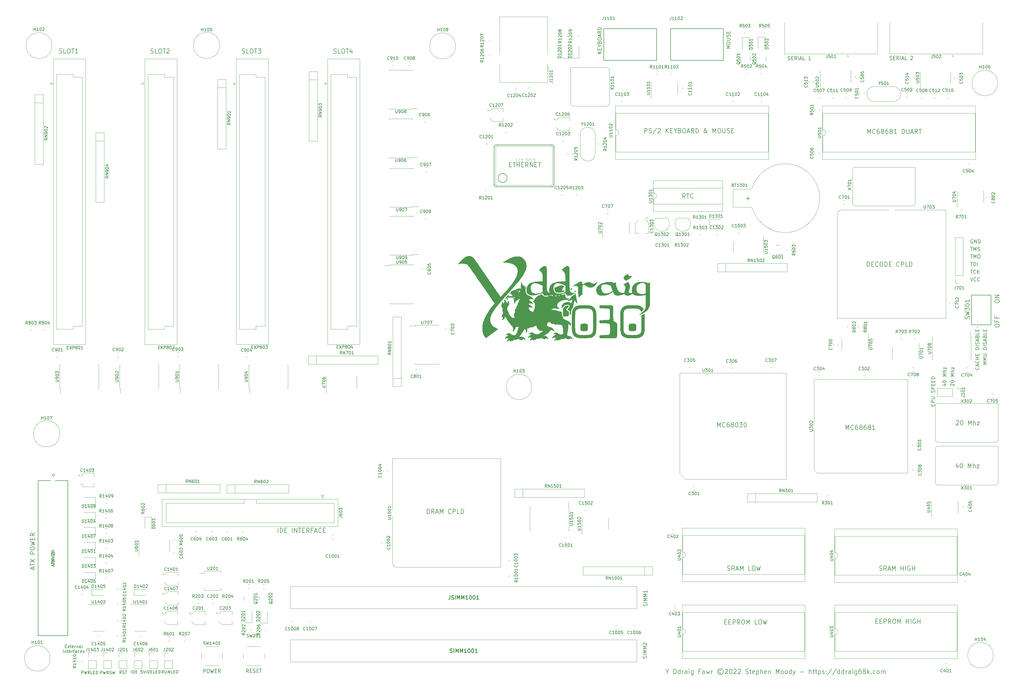
<source format=gbr>
%TF.GenerationSoftware,KiCad,Pcbnew,(6.0.8)*%
%TF.CreationDate,2022-10-29T13:34:51+01:00*%
%TF.ProjectId,yddraig030,79646472-6169-4673-9033-302e6b696361,rev?*%
%TF.SameCoordinates,Original*%
%TF.FileFunction,Legend,Top*%
%TF.FilePolarity,Positive*%
%FSLAX46Y46*%
G04 Gerber Fmt 4.6, Leading zero omitted, Abs format (unit mm)*
G04 Created by KiCad (PCBNEW (6.0.8)) date 2022-10-29 13:34:51*
%MOMM*%
%LPD*%
G01*
G04 APERTURE LIST*
%ADD10C,0.120000*%
%ADD11C,0.200000*%
%ADD12C,0.180000*%
%ADD13C,0.150000*%
%ADD14C,0.190000*%
%ADD15C,0.300000*%
%ADD16C,0.254000*%
%ADD17C,0.015000*%
%ADD18C,0.100000*%
%ADD19C,0.152400*%
%ADD20C,0.127000*%
%ADD21C,0.050800*%
G04 APERTURE END LIST*
D10*
X98348850Y-38000000D02*
G75*
G03*
X98348850Y-38000000I-4348850J0D01*
G01*
X202419301Y-152000000D02*
G75*
G03*
X202419301Y-152000000I-4219301J0D01*
G01*
X41802058Y-242550000D02*
G75*
G03*
X41802058Y-242550000I-4252058J0D01*
G01*
X177034167Y-38200000D02*
G75*
G03*
X177034167Y-38200000I-4334167J0D01*
G01*
X45034632Y-167600000D02*
G75*
G03*
X45034632Y-167600000I-4384632J0D01*
G01*
X42413931Y-38100000D02*
G75*
G03*
X42413931Y-38100000I-4313931J0D01*
G01*
X356302058Y-241500000D02*
G75*
G03*
X356302058Y-241500000I-4252058J0D01*
G01*
X357743230Y-50600000D02*
G75*
G03*
X357743230Y-50600000I-4243230J0D01*
G01*
D11*
X266785714Y-230392857D02*
X267285714Y-230392857D01*
X267500000Y-231178571D02*
X266785714Y-231178571D01*
X266785714Y-229678571D01*
X267500000Y-229678571D01*
X268142857Y-230392857D02*
X268642857Y-230392857D01*
X268857142Y-231178571D02*
X268142857Y-231178571D01*
X268142857Y-229678571D01*
X268857142Y-229678571D01*
X269500000Y-231178571D02*
X269500000Y-229678571D01*
X270071428Y-229678571D01*
X270214285Y-229750000D01*
X270285714Y-229821428D01*
X270357142Y-229964285D01*
X270357142Y-230178571D01*
X270285714Y-230321428D01*
X270214285Y-230392857D01*
X270071428Y-230464285D01*
X269500000Y-230464285D01*
X271857142Y-231178571D02*
X271357142Y-230464285D01*
X271000000Y-231178571D02*
X271000000Y-229678571D01*
X271571428Y-229678571D01*
X271714285Y-229750000D01*
X271785714Y-229821428D01*
X271857142Y-229964285D01*
X271857142Y-230178571D01*
X271785714Y-230321428D01*
X271714285Y-230392857D01*
X271571428Y-230464285D01*
X271000000Y-230464285D01*
X272785714Y-229678571D02*
X273071428Y-229678571D01*
X273214285Y-229750000D01*
X273357142Y-229892857D01*
X273428571Y-230178571D01*
X273428571Y-230678571D01*
X273357142Y-230964285D01*
X273214285Y-231107142D01*
X273071428Y-231178571D01*
X272785714Y-231178571D01*
X272642857Y-231107142D01*
X272500000Y-230964285D01*
X272428571Y-230678571D01*
X272428571Y-230178571D01*
X272500000Y-229892857D01*
X272642857Y-229750000D01*
X272785714Y-229678571D01*
X274071428Y-231178571D02*
X274071428Y-229678571D01*
X274571428Y-230750000D01*
X275071428Y-229678571D01*
X275071428Y-231178571D01*
X277642857Y-231178571D02*
X276928571Y-231178571D01*
X276928571Y-229678571D01*
X278428571Y-229678571D02*
X278714285Y-229678571D01*
X278857142Y-229750000D01*
X279000000Y-229892857D01*
X279071428Y-230178571D01*
X279071428Y-230678571D01*
X279000000Y-230964285D01*
X278857142Y-231107142D01*
X278714285Y-231178571D01*
X278428571Y-231178571D01*
X278285714Y-231107142D01*
X278142857Y-230964285D01*
X278071428Y-230678571D01*
X278071428Y-230178571D01*
X278142857Y-229892857D01*
X278285714Y-229750000D01*
X278428571Y-229678571D01*
X279571428Y-229678571D02*
X279928571Y-231178571D01*
X280214285Y-230107142D01*
X280500000Y-231178571D01*
X280857142Y-229678571D01*
X136392857Y-40607142D02*
X136607142Y-40678571D01*
X136964285Y-40678571D01*
X137107142Y-40607142D01*
X137178571Y-40535714D01*
X137250000Y-40392857D01*
X137250000Y-40250000D01*
X137178571Y-40107142D01*
X137107142Y-40035714D01*
X136964285Y-39964285D01*
X136678571Y-39892857D01*
X136535714Y-39821428D01*
X136464285Y-39750000D01*
X136392857Y-39607142D01*
X136392857Y-39464285D01*
X136464285Y-39321428D01*
X136535714Y-39250000D01*
X136678571Y-39178571D01*
X137035714Y-39178571D01*
X137250000Y-39250000D01*
X138607142Y-40678571D02*
X137892857Y-40678571D01*
X137892857Y-39178571D01*
X139392857Y-39178571D02*
X139678571Y-39178571D01*
X139821428Y-39250000D01*
X139964285Y-39392857D01*
X140035714Y-39678571D01*
X140035714Y-40178571D01*
X139964285Y-40464285D01*
X139821428Y-40607142D01*
X139678571Y-40678571D01*
X139392857Y-40678571D01*
X139250000Y-40607142D01*
X139107142Y-40464285D01*
X139035714Y-40178571D01*
X139035714Y-39678571D01*
X139107142Y-39392857D01*
X139250000Y-39250000D01*
X139392857Y-39178571D01*
X140464285Y-39178571D02*
X141321428Y-39178571D01*
X140892857Y-40678571D02*
X140892857Y-39178571D01*
X142464285Y-39678571D02*
X142464285Y-40678571D01*
X142107142Y-39107142D02*
X141750000Y-40178571D01*
X142678571Y-40178571D01*
X240685714Y-242521428D02*
X240742857Y-242350000D01*
X240742857Y-242064285D01*
X240685714Y-241950000D01*
X240628571Y-241892857D01*
X240514285Y-241835714D01*
X240400000Y-241835714D01*
X240285714Y-241892857D01*
X240228571Y-241950000D01*
X240171428Y-242064285D01*
X240114285Y-242292857D01*
X240057142Y-242407142D01*
X240000000Y-242464285D01*
X239885714Y-242521428D01*
X239771428Y-242521428D01*
X239657142Y-242464285D01*
X239600000Y-242407142D01*
X239542857Y-242292857D01*
X239542857Y-242007142D01*
X239600000Y-241835714D01*
X240742857Y-241321428D02*
X239542857Y-241321428D01*
X240742857Y-240750000D02*
X239542857Y-240750000D01*
X240400000Y-240350000D01*
X239542857Y-239950000D01*
X240742857Y-239950000D01*
X240742857Y-239378571D02*
X239542857Y-239378571D01*
X240400000Y-238978571D01*
X239542857Y-238578571D01*
X240742857Y-238578571D01*
X239657142Y-238064285D02*
X239600000Y-238007142D01*
X239542857Y-237892857D01*
X239542857Y-237607142D01*
X239600000Y-237492857D01*
X239657142Y-237435714D01*
X239771428Y-237378571D01*
X239885714Y-237378571D01*
X240057142Y-237435714D01*
X240742857Y-238121428D01*
X240742857Y-237378571D01*
X318371428Y-213157142D02*
X318585714Y-213228571D01*
X318942857Y-213228571D01*
X319085714Y-213157142D01*
X319157142Y-213085714D01*
X319228571Y-212942857D01*
X319228571Y-212800000D01*
X319157142Y-212657142D01*
X319085714Y-212585714D01*
X318942857Y-212514285D01*
X318657142Y-212442857D01*
X318514285Y-212371428D01*
X318442857Y-212300000D01*
X318371428Y-212157142D01*
X318371428Y-212014285D01*
X318442857Y-211871428D01*
X318514285Y-211800000D01*
X318657142Y-211728571D01*
X319014285Y-211728571D01*
X319228571Y-211800000D01*
X320728571Y-213228571D02*
X320228571Y-212514285D01*
X319871428Y-213228571D02*
X319871428Y-211728571D01*
X320442857Y-211728571D01*
X320585714Y-211800000D01*
X320657142Y-211871428D01*
X320728571Y-212014285D01*
X320728571Y-212228571D01*
X320657142Y-212371428D01*
X320585714Y-212442857D01*
X320442857Y-212514285D01*
X319871428Y-212514285D01*
X321300000Y-212800000D02*
X322014285Y-212800000D01*
X321157142Y-213228571D02*
X321657142Y-211728571D01*
X322157142Y-213228571D01*
X322657142Y-213228571D02*
X322657142Y-211728571D01*
X323157142Y-212800000D01*
X323657142Y-211728571D01*
X323657142Y-213228571D01*
X325514285Y-213228571D02*
X325514285Y-211728571D01*
X325514285Y-212442857D02*
X326371428Y-212442857D01*
X326371428Y-213228571D02*
X326371428Y-211728571D01*
X327085714Y-213228571D02*
X327085714Y-211728571D01*
X328585714Y-211800000D02*
X328442857Y-211728571D01*
X328228571Y-211728571D01*
X328014285Y-211800000D01*
X327871428Y-211942857D01*
X327800000Y-212085714D01*
X327728571Y-212371428D01*
X327728571Y-212585714D01*
X327800000Y-212871428D01*
X327871428Y-213014285D01*
X328014285Y-213157142D01*
X328228571Y-213228571D01*
X328371428Y-213228571D01*
X328585714Y-213157142D01*
X328657142Y-213085714D01*
X328657142Y-212585714D01*
X328371428Y-212585714D01*
X329300000Y-213228571D02*
X329300000Y-211728571D01*
X329300000Y-212442857D02*
X330157142Y-212442857D01*
X330157142Y-213228571D02*
X330157142Y-211728571D01*
D12*
X68911904Y-247552380D02*
X68911904Y-246552380D01*
X69388095Y-247552380D02*
X69388095Y-246552380D01*
X69626190Y-246552380D01*
X69769047Y-246600000D01*
X69864285Y-246695238D01*
X69911904Y-246790476D01*
X69959523Y-246980952D01*
X69959523Y-247123809D01*
X69911904Y-247314285D01*
X69864285Y-247409523D01*
X69769047Y-247504761D01*
X69626190Y-247552380D01*
X69388095Y-247552380D01*
X70388095Y-247028571D02*
X70721428Y-247028571D01*
X70864285Y-247552380D02*
X70388095Y-247552380D01*
X70388095Y-246552380D01*
X70864285Y-246552380D01*
X72530952Y-246552380D02*
X72054761Y-246552380D01*
X72007142Y-247028571D01*
X72054761Y-246980952D01*
X72150000Y-246933333D01*
X72388095Y-246933333D01*
X72483333Y-246980952D01*
X72530952Y-247028571D01*
X72578571Y-247123809D01*
X72578571Y-247361904D01*
X72530952Y-247457142D01*
X72483333Y-247504761D01*
X72388095Y-247552380D01*
X72150000Y-247552380D01*
X72054761Y-247504761D01*
X72007142Y-247457142D01*
X72864285Y-246552380D02*
X73197619Y-247552380D01*
X73530952Y-246552380D01*
D11*
X356828571Y-123528571D02*
X356828571Y-123242857D01*
X356900000Y-123100000D01*
X357042857Y-122957142D01*
X357328571Y-122885714D01*
X357828571Y-122885714D01*
X358114285Y-122957142D01*
X358257142Y-123100000D01*
X358328571Y-123242857D01*
X358328571Y-123528571D01*
X358257142Y-123671428D01*
X358114285Y-123814285D01*
X357828571Y-123885714D01*
X357328571Y-123885714D01*
X357042857Y-123814285D01*
X356900000Y-123671428D01*
X356828571Y-123528571D01*
X358328571Y-122242857D02*
X356828571Y-122242857D01*
X358328571Y-121385714D01*
X356828571Y-121385714D01*
D13*
X348711785Y-107842857D02*
X349397500Y-107842857D01*
X349054642Y-109042857D02*
X349054642Y-107842857D01*
X349797500Y-109042857D02*
X349797500Y-107842857D01*
X350197500Y-108700000D01*
X350597500Y-107842857D01*
X350597500Y-109042857D01*
X351397500Y-107842857D02*
X351626071Y-107842857D01*
X351740357Y-107900000D01*
X351854642Y-108014285D01*
X351911785Y-108242857D01*
X351911785Y-108642857D01*
X351854642Y-108871428D01*
X351740357Y-108985714D01*
X351626071Y-109042857D01*
X351397500Y-109042857D01*
X351283214Y-108985714D01*
X351168928Y-108871428D01*
X351111785Y-108642857D01*
X351111785Y-108242857D01*
X351168928Y-108014285D01*
X351283214Y-107900000D01*
X351397500Y-107842857D01*
D11*
X75392857Y-40607142D02*
X75607142Y-40678571D01*
X75964285Y-40678571D01*
X76107142Y-40607142D01*
X76178571Y-40535714D01*
X76250000Y-40392857D01*
X76250000Y-40250000D01*
X76178571Y-40107142D01*
X76107142Y-40035714D01*
X75964285Y-39964285D01*
X75678571Y-39892857D01*
X75535714Y-39821428D01*
X75464285Y-39750000D01*
X75392857Y-39607142D01*
X75392857Y-39464285D01*
X75464285Y-39321428D01*
X75535714Y-39250000D01*
X75678571Y-39178571D01*
X76035714Y-39178571D01*
X76250000Y-39250000D01*
X77607142Y-40678571D02*
X76892857Y-40678571D01*
X76892857Y-39178571D01*
X78392857Y-39178571D02*
X78678571Y-39178571D01*
X78821428Y-39250000D01*
X78964285Y-39392857D01*
X79035714Y-39678571D01*
X79035714Y-40178571D01*
X78964285Y-40464285D01*
X78821428Y-40607142D01*
X78678571Y-40678571D01*
X78392857Y-40678571D01*
X78250000Y-40607142D01*
X78107142Y-40464285D01*
X78035714Y-40178571D01*
X78035714Y-39678571D01*
X78107142Y-39392857D01*
X78250000Y-39250000D01*
X78392857Y-39178571D01*
X79464285Y-39178571D02*
X80321428Y-39178571D01*
X79892857Y-40678571D02*
X79892857Y-39178571D01*
X80750000Y-39321428D02*
X80821428Y-39250000D01*
X80964285Y-39178571D01*
X81321428Y-39178571D01*
X81464285Y-39250000D01*
X81535714Y-39321428D01*
X81607142Y-39464285D01*
X81607142Y-39607142D01*
X81535714Y-39821428D01*
X80678571Y-40678571D01*
X81607142Y-40678571D01*
X317157142Y-230142857D02*
X317657142Y-230142857D01*
X317871428Y-230928571D02*
X317157142Y-230928571D01*
X317157142Y-229428571D01*
X317871428Y-229428571D01*
X318514285Y-230142857D02*
X319014285Y-230142857D01*
X319228571Y-230928571D02*
X318514285Y-230928571D01*
X318514285Y-229428571D01*
X319228571Y-229428571D01*
X319871428Y-230928571D02*
X319871428Y-229428571D01*
X320442857Y-229428571D01*
X320585714Y-229500000D01*
X320657142Y-229571428D01*
X320728571Y-229714285D01*
X320728571Y-229928571D01*
X320657142Y-230071428D01*
X320585714Y-230142857D01*
X320442857Y-230214285D01*
X319871428Y-230214285D01*
X322228571Y-230928571D02*
X321728571Y-230214285D01*
X321371428Y-230928571D02*
X321371428Y-229428571D01*
X321942857Y-229428571D01*
X322085714Y-229500000D01*
X322157142Y-229571428D01*
X322228571Y-229714285D01*
X322228571Y-229928571D01*
X322157142Y-230071428D01*
X322085714Y-230142857D01*
X321942857Y-230214285D01*
X321371428Y-230214285D01*
X323157142Y-229428571D02*
X323442857Y-229428571D01*
X323585714Y-229500000D01*
X323728571Y-229642857D01*
X323800000Y-229928571D01*
X323800000Y-230428571D01*
X323728571Y-230714285D01*
X323585714Y-230857142D01*
X323442857Y-230928571D01*
X323157142Y-230928571D01*
X323014285Y-230857142D01*
X322871428Y-230714285D01*
X322800000Y-230428571D01*
X322800000Y-229928571D01*
X322871428Y-229642857D01*
X323014285Y-229500000D01*
X323157142Y-229428571D01*
X324442857Y-230928571D02*
X324442857Y-229428571D01*
X324942857Y-230500000D01*
X325442857Y-229428571D01*
X325442857Y-230928571D01*
X327300000Y-230928571D02*
X327300000Y-229428571D01*
X327300000Y-230142857D02*
X328157142Y-230142857D01*
X328157142Y-230928571D02*
X328157142Y-229428571D01*
X328871428Y-230928571D02*
X328871428Y-229428571D01*
X330371428Y-229500000D02*
X330228571Y-229428571D01*
X330014285Y-229428571D01*
X329800000Y-229500000D01*
X329657142Y-229642857D01*
X329585714Y-229785714D01*
X329514285Y-230071428D01*
X329514285Y-230285714D01*
X329585714Y-230571428D01*
X329657142Y-230714285D01*
X329800000Y-230857142D01*
X330014285Y-230928571D01*
X330157142Y-230928571D01*
X330371428Y-230857142D01*
X330442857Y-230785714D01*
X330442857Y-230285714D01*
X330157142Y-230285714D01*
X331085714Y-230928571D02*
X331085714Y-229428571D01*
X331085714Y-230142857D02*
X331942857Y-230142857D01*
X331942857Y-230928571D02*
X331942857Y-229428571D01*
D13*
X336728571Y-157711785D02*
X336785714Y-157768928D01*
X336842857Y-157940357D01*
X336842857Y-158054642D01*
X336785714Y-158226071D01*
X336671428Y-158340357D01*
X336557142Y-158397500D01*
X336328571Y-158454642D01*
X336157142Y-158454642D01*
X335928571Y-158397500D01*
X335814285Y-158340357D01*
X335700000Y-158226071D01*
X335642857Y-158054642D01*
X335642857Y-157940357D01*
X335700000Y-157768928D01*
X335757142Y-157711785D01*
X336842857Y-157197500D02*
X335642857Y-157197500D01*
X335642857Y-156740357D01*
X335700000Y-156626071D01*
X335757142Y-156568928D01*
X335871428Y-156511785D01*
X336042857Y-156511785D01*
X336157142Y-156568928D01*
X336214285Y-156626071D01*
X336271428Y-156740357D01*
X336271428Y-157197500D01*
X335642857Y-155997500D02*
X336614285Y-155997500D01*
X336728571Y-155940357D01*
X336785714Y-155883214D01*
X336842857Y-155768928D01*
X336842857Y-155540357D01*
X336785714Y-155426071D01*
X336728571Y-155368928D01*
X336614285Y-155311785D01*
X335642857Y-155311785D01*
X336785714Y-153883214D02*
X336842857Y-153711785D01*
X336842857Y-153426071D01*
X336785714Y-153311785D01*
X336728571Y-153254642D01*
X336614285Y-153197500D01*
X336500000Y-153197500D01*
X336385714Y-153254642D01*
X336328571Y-153311785D01*
X336271428Y-153426071D01*
X336214285Y-153654642D01*
X336157142Y-153768928D01*
X336100000Y-153826071D01*
X335985714Y-153883214D01*
X335871428Y-153883214D01*
X335757142Y-153826071D01*
X335700000Y-153768928D01*
X335642857Y-153654642D01*
X335642857Y-153368928D01*
X335700000Y-153197500D01*
X336842857Y-152683214D02*
X335642857Y-152683214D01*
X335642857Y-152226071D01*
X335700000Y-152111785D01*
X335757142Y-152054642D01*
X335871428Y-151997500D01*
X336042857Y-151997500D01*
X336157142Y-152054642D01*
X336214285Y-152111785D01*
X336271428Y-152226071D01*
X336271428Y-152683214D01*
X336214285Y-151483214D02*
X336214285Y-151083214D01*
X336842857Y-150911785D02*
X336842857Y-151483214D01*
X335642857Y-151483214D01*
X335642857Y-150911785D01*
X336214285Y-150397500D02*
X336214285Y-149997500D01*
X336842857Y-149826071D02*
X336842857Y-150397500D01*
X335642857Y-150397500D01*
X335642857Y-149826071D01*
X336842857Y-149311785D02*
X335642857Y-149311785D01*
X335642857Y-149026071D01*
X335700000Y-148854642D01*
X335814285Y-148740357D01*
X335928571Y-148683214D01*
X336157142Y-148626071D01*
X336328571Y-148626071D01*
X336557142Y-148683214D01*
X336671428Y-148740357D01*
X336785714Y-148854642D01*
X336842857Y-149026071D01*
X336842857Y-149311785D01*
D11*
X264328571Y-165378571D02*
X264328571Y-163878571D01*
X264828571Y-164950000D01*
X265328571Y-163878571D01*
X265328571Y-165378571D01*
X266900000Y-165235714D02*
X266828571Y-165307142D01*
X266614285Y-165378571D01*
X266471428Y-165378571D01*
X266257142Y-165307142D01*
X266114285Y-165164285D01*
X266042857Y-165021428D01*
X265971428Y-164735714D01*
X265971428Y-164521428D01*
X266042857Y-164235714D01*
X266114285Y-164092857D01*
X266257142Y-163950000D01*
X266471428Y-163878571D01*
X266614285Y-163878571D01*
X266828571Y-163950000D01*
X266900000Y-164021428D01*
X268185714Y-163878571D02*
X267900000Y-163878571D01*
X267757142Y-163950000D01*
X267685714Y-164021428D01*
X267542857Y-164235714D01*
X267471428Y-164521428D01*
X267471428Y-165092857D01*
X267542857Y-165235714D01*
X267614285Y-165307142D01*
X267757142Y-165378571D01*
X268042857Y-165378571D01*
X268185714Y-165307142D01*
X268257142Y-165235714D01*
X268328571Y-165092857D01*
X268328571Y-164735714D01*
X268257142Y-164592857D01*
X268185714Y-164521428D01*
X268042857Y-164450000D01*
X267757142Y-164450000D01*
X267614285Y-164521428D01*
X267542857Y-164592857D01*
X267471428Y-164735714D01*
X269185714Y-164521428D02*
X269042857Y-164450000D01*
X268971428Y-164378571D01*
X268900000Y-164235714D01*
X268900000Y-164164285D01*
X268971428Y-164021428D01*
X269042857Y-163950000D01*
X269185714Y-163878571D01*
X269471428Y-163878571D01*
X269614285Y-163950000D01*
X269685714Y-164021428D01*
X269757142Y-164164285D01*
X269757142Y-164235714D01*
X269685714Y-164378571D01*
X269614285Y-164450000D01*
X269471428Y-164521428D01*
X269185714Y-164521428D01*
X269042857Y-164592857D01*
X268971428Y-164664285D01*
X268900000Y-164807142D01*
X268900000Y-165092857D01*
X268971428Y-165235714D01*
X269042857Y-165307142D01*
X269185714Y-165378571D01*
X269471428Y-165378571D01*
X269614285Y-165307142D01*
X269685714Y-165235714D01*
X269757142Y-165092857D01*
X269757142Y-164807142D01*
X269685714Y-164664285D01*
X269614285Y-164592857D01*
X269471428Y-164521428D01*
X270685714Y-163878571D02*
X270828571Y-163878571D01*
X270971428Y-163950000D01*
X271042857Y-164021428D01*
X271114285Y-164164285D01*
X271185714Y-164450000D01*
X271185714Y-164807142D01*
X271114285Y-165092857D01*
X271042857Y-165235714D01*
X270971428Y-165307142D01*
X270828571Y-165378571D01*
X270685714Y-165378571D01*
X270542857Y-165307142D01*
X270471428Y-165235714D01*
X270400000Y-165092857D01*
X270328571Y-164807142D01*
X270328571Y-164450000D01*
X270400000Y-164164285D01*
X270471428Y-164021428D01*
X270542857Y-163950000D01*
X270685714Y-163878571D01*
X271685714Y-163878571D02*
X272614285Y-163878571D01*
X272114285Y-164450000D01*
X272328571Y-164450000D01*
X272471428Y-164521428D01*
X272542857Y-164592857D01*
X272614285Y-164735714D01*
X272614285Y-165092857D01*
X272542857Y-165235714D01*
X272471428Y-165307142D01*
X272328571Y-165378571D01*
X271900000Y-165378571D01*
X271757142Y-165307142D01*
X271685714Y-165235714D01*
X273542857Y-163878571D02*
X273685714Y-163878571D01*
X273828571Y-163950000D01*
X273900000Y-164021428D01*
X273971428Y-164164285D01*
X274042857Y-164450000D01*
X274042857Y-164807142D01*
X273971428Y-165092857D01*
X273900000Y-165235714D01*
X273828571Y-165307142D01*
X273685714Y-165378571D01*
X273542857Y-165378571D01*
X273400000Y-165307142D01*
X273328571Y-165235714D01*
X273257142Y-165092857D01*
X273185714Y-164807142D01*
X273185714Y-164450000D01*
X273257142Y-164164285D01*
X273328571Y-164021428D01*
X273400000Y-163950000D01*
X273542857Y-163878571D01*
X314407142Y-67478571D02*
X314407142Y-65978571D01*
X314907142Y-67050000D01*
X315407142Y-65978571D01*
X315407142Y-67478571D01*
X316978571Y-67335714D02*
X316907142Y-67407142D01*
X316692857Y-67478571D01*
X316550000Y-67478571D01*
X316335714Y-67407142D01*
X316192857Y-67264285D01*
X316121428Y-67121428D01*
X316050000Y-66835714D01*
X316050000Y-66621428D01*
X316121428Y-66335714D01*
X316192857Y-66192857D01*
X316335714Y-66050000D01*
X316550000Y-65978571D01*
X316692857Y-65978571D01*
X316907142Y-66050000D01*
X316978571Y-66121428D01*
X318264285Y-65978571D02*
X317978571Y-65978571D01*
X317835714Y-66050000D01*
X317764285Y-66121428D01*
X317621428Y-66335714D01*
X317550000Y-66621428D01*
X317550000Y-67192857D01*
X317621428Y-67335714D01*
X317692857Y-67407142D01*
X317835714Y-67478571D01*
X318121428Y-67478571D01*
X318264285Y-67407142D01*
X318335714Y-67335714D01*
X318407142Y-67192857D01*
X318407142Y-66835714D01*
X318335714Y-66692857D01*
X318264285Y-66621428D01*
X318121428Y-66550000D01*
X317835714Y-66550000D01*
X317692857Y-66621428D01*
X317621428Y-66692857D01*
X317550000Y-66835714D01*
X319264285Y-66621428D02*
X319121428Y-66550000D01*
X319050000Y-66478571D01*
X318978571Y-66335714D01*
X318978571Y-66264285D01*
X319050000Y-66121428D01*
X319121428Y-66050000D01*
X319264285Y-65978571D01*
X319550000Y-65978571D01*
X319692857Y-66050000D01*
X319764285Y-66121428D01*
X319835714Y-66264285D01*
X319835714Y-66335714D01*
X319764285Y-66478571D01*
X319692857Y-66550000D01*
X319550000Y-66621428D01*
X319264285Y-66621428D01*
X319121428Y-66692857D01*
X319050000Y-66764285D01*
X318978571Y-66907142D01*
X318978571Y-67192857D01*
X319050000Y-67335714D01*
X319121428Y-67407142D01*
X319264285Y-67478571D01*
X319550000Y-67478571D01*
X319692857Y-67407142D01*
X319764285Y-67335714D01*
X319835714Y-67192857D01*
X319835714Y-66907142D01*
X319764285Y-66764285D01*
X319692857Y-66692857D01*
X319550000Y-66621428D01*
X321121428Y-65978571D02*
X320835714Y-65978571D01*
X320692857Y-66050000D01*
X320621428Y-66121428D01*
X320478571Y-66335714D01*
X320407142Y-66621428D01*
X320407142Y-67192857D01*
X320478571Y-67335714D01*
X320550000Y-67407142D01*
X320692857Y-67478571D01*
X320978571Y-67478571D01*
X321121428Y-67407142D01*
X321192857Y-67335714D01*
X321264285Y-67192857D01*
X321264285Y-66835714D01*
X321192857Y-66692857D01*
X321121428Y-66621428D01*
X320978571Y-66550000D01*
X320692857Y-66550000D01*
X320550000Y-66621428D01*
X320478571Y-66692857D01*
X320407142Y-66835714D01*
X322121428Y-66621428D02*
X321978571Y-66550000D01*
X321907142Y-66478571D01*
X321835714Y-66335714D01*
X321835714Y-66264285D01*
X321907142Y-66121428D01*
X321978571Y-66050000D01*
X322121428Y-65978571D01*
X322407142Y-65978571D01*
X322550000Y-66050000D01*
X322621428Y-66121428D01*
X322692857Y-66264285D01*
X322692857Y-66335714D01*
X322621428Y-66478571D01*
X322550000Y-66550000D01*
X322407142Y-66621428D01*
X322121428Y-66621428D01*
X321978571Y-66692857D01*
X321907142Y-66764285D01*
X321835714Y-66907142D01*
X321835714Y-67192857D01*
X321907142Y-67335714D01*
X321978571Y-67407142D01*
X322121428Y-67478571D01*
X322407142Y-67478571D01*
X322550000Y-67407142D01*
X322621428Y-67335714D01*
X322692857Y-67192857D01*
X322692857Y-66907142D01*
X322621428Y-66764285D01*
X322550000Y-66692857D01*
X322407142Y-66621428D01*
X324121428Y-67478571D02*
X323264285Y-67478571D01*
X323692857Y-67478571D02*
X323692857Y-65978571D01*
X323550000Y-66192857D01*
X323407142Y-66335714D01*
X323264285Y-66407142D01*
X325907142Y-67478571D02*
X325907142Y-65978571D01*
X326264285Y-65978571D01*
X326478571Y-66050000D01*
X326621428Y-66192857D01*
X326692857Y-66335714D01*
X326764285Y-66621428D01*
X326764285Y-66835714D01*
X326692857Y-67121428D01*
X326621428Y-67264285D01*
X326478571Y-67407142D01*
X326264285Y-67478571D01*
X325907142Y-67478571D01*
X327407142Y-65978571D02*
X327407142Y-67192857D01*
X327478571Y-67335714D01*
X327550000Y-67407142D01*
X327692857Y-67478571D01*
X327978571Y-67478571D01*
X328121428Y-67407142D01*
X328192857Y-67335714D01*
X328264285Y-67192857D01*
X328264285Y-65978571D01*
X328907142Y-67050000D02*
X329621428Y-67050000D01*
X328764285Y-67478571D02*
X329264285Y-65978571D01*
X329764285Y-67478571D01*
X331121428Y-67478571D02*
X330621428Y-66764285D01*
X330264285Y-67478571D02*
X330264285Y-65978571D01*
X330835714Y-65978571D01*
X330978571Y-66050000D01*
X331050000Y-66121428D01*
X331121428Y-66264285D01*
X331121428Y-66478571D01*
X331050000Y-66621428D01*
X330978571Y-66692857D01*
X330835714Y-66764285D01*
X330264285Y-66764285D01*
X331550000Y-65978571D02*
X332407142Y-65978571D01*
X331978571Y-67478571D02*
X331978571Y-65978571D01*
X287858571Y-42835714D02*
X288030000Y-42892857D01*
X288315714Y-42892857D01*
X288430000Y-42835714D01*
X288487142Y-42778571D01*
X288544285Y-42664285D01*
X288544285Y-42550000D01*
X288487142Y-42435714D01*
X288430000Y-42378571D01*
X288315714Y-42321428D01*
X288087142Y-42264285D01*
X287972857Y-42207142D01*
X287915714Y-42150000D01*
X287858571Y-42035714D01*
X287858571Y-41921428D01*
X287915714Y-41807142D01*
X287972857Y-41750000D01*
X288087142Y-41692857D01*
X288372857Y-41692857D01*
X288544285Y-41750000D01*
X289058571Y-42264285D02*
X289458571Y-42264285D01*
X289630000Y-42892857D02*
X289058571Y-42892857D01*
X289058571Y-41692857D01*
X289630000Y-41692857D01*
X290830000Y-42892857D02*
X290430000Y-42321428D01*
X290144285Y-42892857D02*
X290144285Y-41692857D01*
X290601428Y-41692857D01*
X290715714Y-41750000D01*
X290772857Y-41807142D01*
X290830000Y-41921428D01*
X290830000Y-42092857D01*
X290772857Y-42207142D01*
X290715714Y-42264285D01*
X290601428Y-42321428D01*
X290144285Y-42321428D01*
X291344285Y-42892857D02*
X291344285Y-41692857D01*
X291858571Y-42550000D02*
X292430000Y-42550000D01*
X291744285Y-42892857D02*
X292144285Y-41692857D01*
X292544285Y-42892857D01*
X293515714Y-42892857D02*
X292944285Y-42892857D01*
X292944285Y-41692857D01*
X295458571Y-42892857D02*
X294772857Y-42892857D01*
X295115714Y-42892857D02*
X295115714Y-41692857D01*
X295001428Y-41864285D01*
X294887142Y-41978571D01*
X294772857Y-42035714D01*
D13*
X348711785Y-105342857D02*
X349397500Y-105342857D01*
X349054642Y-106542857D02*
X349054642Y-105342857D01*
X349797500Y-106542857D02*
X349797500Y-105342857D01*
X350197500Y-106200000D01*
X350597500Y-105342857D01*
X350597500Y-106542857D01*
X351111785Y-106485714D02*
X351283214Y-106542857D01*
X351568928Y-106542857D01*
X351683214Y-106485714D01*
X351740357Y-106428571D01*
X351797500Y-106314285D01*
X351797500Y-106200000D01*
X351740357Y-106085714D01*
X351683214Y-106028571D01*
X351568928Y-105971428D01*
X351340357Y-105914285D01*
X351226071Y-105857142D01*
X351168928Y-105800000D01*
X351111785Y-105685714D01*
X351111785Y-105571428D01*
X351168928Y-105457142D01*
X351226071Y-105400000D01*
X351340357Y-105342857D01*
X351626071Y-105342857D01*
X351797500Y-105400000D01*
D12*
X79654761Y-247552380D02*
X79321428Y-247076190D01*
X79083333Y-247552380D02*
X79083333Y-246552380D01*
X79464285Y-246552380D01*
X79559523Y-246600000D01*
X79607142Y-246647619D01*
X79654761Y-246742857D01*
X79654761Y-246885714D01*
X79607142Y-246980952D01*
X79559523Y-247028571D01*
X79464285Y-247076190D01*
X79083333Y-247076190D01*
X80083333Y-246552380D02*
X80083333Y-247361904D01*
X80130952Y-247457142D01*
X80178571Y-247504761D01*
X80273809Y-247552380D01*
X80464285Y-247552380D01*
X80559523Y-247504761D01*
X80607142Y-247457142D01*
X80654761Y-247361904D01*
X80654761Y-246552380D01*
X81130952Y-247552380D02*
X81130952Y-246552380D01*
X81702380Y-247552380D01*
X81702380Y-246552380D01*
X82654761Y-247552380D02*
X82178571Y-247552380D01*
X82178571Y-246552380D01*
X82988095Y-247028571D02*
X83321428Y-247028571D01*
X83464285Y-247552380D02*
X82988095Y-247552380D01*
X82988095Y-246552380D01*
X83464285Y-246552380D01*
X83892857Y-247552380D02*
X83892857Y-246552380D01*
X84130952Y-246552380D01*
X84273809Y-246600000D01*
X84369047Y-246695238D01*
X84416666Y-246790476D01*
X84464285Y-246980952D01*
X84464285Y-247123809D01*
X84416666Y-247314285D01*
X84369047Y-247409523D01*
X84273809Y-247504761D01*
X84130952Y-247552380D01*
X83892857Y-247552380D01*
D11*
X105892857Y-40607142D02*
X106107142Y-40678571D01*
X106464285Y-40678571D01*
X106607142Y-40607142D01*
X106678571Y-40535714D01*
X106750000Y-40392857D01*
X106750000Y-40250000D01*
X106678571Y-40107142D01*
X106607142Y-40035714D01*
X106464285Y-39964285D01*
X106178571Y-39892857D01*
X106035714Y-39821428D01*
X105964285Y-39750000D01*
X105892857Y-39607142D01*
X105892857Y-39464285D01*
X105964285Y-39321428D01*
X106035714Y-39250000D01*
X106178571Y-39178571D01*
X106535714Y-39178571D01*
X106750000Y-39250000D01*
X108107142Y-40678571D02*
X107392857Y-40678571D01*
X107392857Y-39178571D01*
X108892857Y-39178571D02*
X109178571Y-39178571D01*
X109321428Y-39250000D01*
X109464285Y-39392857D01*
X109535714Y-39678571D01*
X109535714Y-40178571D01*
X109464285Y-40464285D01*
X109321428Y-40607142D01*
X109178571Y-40678571D01*
X108892857Y-40678571D01*
X108750000Y-40607142D01*
X108607142Y-40464285D01*
X108535714Y-40178571D01*
X108535714Y-39678571D01*
X108607142Y-39392857D01*
X108750000Y-39250000D01*
X108892857Y-39178571D01*
X109964285Y-39178571D02*
X110821428Y-39178571D01*
X110392857Y-40678571D02*
X110392857Y-39178571D01*
X111178571Y-39178571D02*
X112107142Y-39178571D01*
X111607142Y-39750000D01*
X111821428Y-39750000D01*
X111964285Y-39821428D01*
X112035714Y-39892857D01*
X112107142Y-40035714D01*
X112107142Y-40392857D01*
X112035714Y-40535714D01*
X111964285Y-40607142D01*
X111821428Y-40678571D01*
X111392857Y-40678571D01*
X111250000Y-40607142D01*
X111178571Y-40535714D01*
D12*
X52309523Y-247752380D02*
X52309523Y-246752380D01*
X52690476Y-246752380D01*
X52785714Y-246800000D01*
X52833333Y-246847619D01*
X52880952Y-246942857D01*
X52880952Y-247085714D01*
X52833333Y-247180952D01*
X52785714Y-247228571D01*
X52690476Y-247276190D01*
X52309523Y-247276190D01*
X53214285Y-246752380D02*
X53452380Y-247752380D01*
X53642857Y-247038095D01*
X53833333Y-247752380D01*
X54071428Y-246752380D01*
X55023809Y-247752380D02*
X54690476Y-247276190D01*
X54452380Y-247752380D02*
X54452380Y-246752380D01*
X54833333Y-246752380D01*
X54928571Y-246800000D01*
X54976190Y-246847619D01*
X55023809Y-246942857D01*
X55023809Y-247085714D01*
X54976190Y-247180952D01*
X54928571Y-247228571D01*
X54833333Y-247276190D01*
X54452380Y-247276190D01*
X55928571Y-247752380D02*
X55452380Y-247752380D01*
X55452380Y-246752380D01*
X56261904Y-247228571D02*
X56595238Y-247228571D01*
X56738095Y-247752380D02*
X56261904Y-247752380D01*
X56261904Y-246752380D01*
X56738095Y-246752380D01*
X57166666Y-247752380D02*
X57166666Y-246752380D01*
X57404761Y-246752380D01*
X57547619Y-246800000D01*
X57642857Y-246895238D01*
X57690476Y-246990476D01*
X57738095Y-247180952D01*
X57738095Y-247323809D01*
X57690476Y-247514285D01*
X57642857Y-247609523D01*
X57547619Y-247704761D01*
X57404761Y-247752380D01*
X57166666Y-247752380D01*
D11*
X247621428Y-246964285D02*
X247621428Y-247678571D01*
X247121428Y-246178571D02*
X247621428Y-246964285D01*
X248121428Y-246178571D01*
X249764285Y-247678571D02*
X249764285Y-246178571D01*
X250121428Y-246178571D01*
X250335714Y-246250000D01*
X250478571Y-246392857D01*
X250550000Y-246535714D01*
X250621428Y-246821428D01*
X250621428Y-247035714D01*
X250550000Y-247321428D01*
X250478571Y-247464285D01*
X250335714Y-247607142D01*
X250121428Y-247678571D01*
X249764285Y-247678571D01*
X251907142Y-247678571D02*
X251907142Y-246178571D01*
X251907142Y-247607142D02*
X251764285Y-247678571D01*
X251478571Y-247678571D01*
X251335714Y-247607142D01*
X251264285Y-247535714D01*
X251192857Y-247392857D01*
X251192857Y-246964285D01*
X251264285Y-246821428D01*
X251335714Y-246750000D01*
X251478571Y-246678571D01*
X251764285Y-246678571D01*
X251907142Y-246750000D01*
X252621428Y-247678571D02*
X252621428Y-246678571D01*
X252621428Y-246964285D02*
X252692857Y-246821428D01*
X252764285Y-246750000D01*
X252907142Y-246678571D01*
X253050000Y-246678571D01*
X254192857Y-247678571D02*
X254192857Y-246892857D01*
X254121428Y-246750000D01*
X253978571Y-246678571D01*
X253692857Y-246678571D01*
X253550000Y-246750000D01*
X254192857Y-247607142D02*
X254050000Y-247678571D01*
X253692857Y-247678571D01*
X253550000Y-247607142D01*
X253478571Y-247464285D01*
X253478571Y-247321428D01*
X253550000Y-247178571D01*
X253692857Y-247107142D01*
X254050000Y-247107142D01*
X254192857Y-247035714D01*
X254907142Y-247678571D02*
X254907142Y-246678571D01*
X254907142Y-246178571D02*
X254835714Y-246250000D01*
X254907142Y-246321428D01*
X254978571Y-246250000D01*
X254907142Y-246178571D01*
X254907142Y-246321428D01*
X256264285Y-246678571D02*
X256264285Y-247892857D01*
X256192857Y-248035714D01*
X256121428Y-248107142D01*
X255978571Y-248178571D01*
X255764285Y-248178571D01*
X255621428Y-248107142D01*
X256264285Y-247607142D02*
X256121428Y-247678571D01*
X255835714Y-247678571D01*
X255692857Y-247607142D01*
X255621428Y-247535714D01*
X255550000Y-247392857D01*
X255550000Y-246964285D01*
X255621428Y-246821428D01*
X255692857Y-246750000D01*
X255835714Y-246678571D01*
X256121428Y-246678571D01*
X256264285Y-246750000D01*
X258621428Y-246892857D02*
X258121428Y-246892857D01*
X258121428Y-247678571D02*
X258121428Y-246178571D01*
X258835714Y-246178571D01*
X260050000Y-247678571D02*
X260050000Y-246892857D01*
X259978571Y-246750000D01*
X259835714Y-246678571D01*
X259550000Y-246678571D01*
X259407142Y-246750000D01*
X260050000Y-247607142D02*
X259907142Y-247678571D01*
X259550000Y-247678571D01*
X259407142Y-247607142D01*
X259335714Y-247464285D01*
X259335714Y-247321428D01*
X259407142Y-247178571D01*
X259550000Y-247107142D01*
X259907142Y-247107142D01*
X260050000Y-247035714D01*
X260621428Y-246678571D02*
X260907142Y-247678571D01*
X261192857Y-246964285D01*
X261478571Y-247678571D01*
X261764285Y-246678571D01*
X262335714Y-247678571D02*
X262335714Y-246678571D01*
X262335714Y-246964285D02*
X262407142Y-246821428D01*
X262478571Y-246750000D01*
X262621428Y-246678571D01*
X262764285Y-246678571D01*
X265621428Y-246535714D02*
X265478571Y-246464285D01*
X265192857Y-246464285D01*
X265050000Y-246535714D01*
X264907142Y-246678571D01*
X264835714Y-246821428D01*
X264835714Y-247107142D01*
X264907142Y-247250000D01*
X265050000Y-247392857D01*
X265192857Y-247464285D01*
X265478571Y-247464285D01*
X265621428Y-247392857D01*
X265335714Y-245964285D02*
X264978571Y-246035714D01*
X264621428Y-246250000D01*
X264407142Y-246607142D01*
X264335714Y-246964285D01*
X264407142Y-247321428D01*
X264621428Y-247678571D01*
X264978571Y-247892857D01*
X265335714Y-247964285D01*
X265692857Y-247892857D01*
X266050000Y-247678571D01*
X266264285Y-247321428D01*
X266335714Y-246964285D01*
X266264285Y-246607142D01*
X266050000Y-246250000D01*
X265692857Y-246035714D01*
X265335714Y-245964285D01*
X266907142Y-246321428D02*
X266978571Y-246250000D01*
X267121428Y-246178571D01*
X267478571Y-246178571D01*
X267621428Y-246250000D01*
X267692857Y-246321428D01*
X267764285Y-246464285D01*
X267764285Y-246607142D01*
X267692857Y-246821428D01*
X266835714Y-247678571D01*
X267764285Y-247678571D01*
X268692857Y-246178571D02*
X268835714Y-246178571D01*
X268978571Y-246250000D01*
X269050000Y-246321428D01*
X269121428Y-246464285D01*
X269192857Y-246750000D01*
X269192857Y-247107142D01*
X269121428Y-247392857D01*
X269050000Y-247535714D01*
X268978571Y-247607142D01*
X268835714Y-247678571D01*
X268692857Y-247678571D01*
X268550000Y-247607142D01*
X268478571Y-247535714D01*
X268407142Y-247392857D01*
X268335714Y-247107142D01*
X268335714Y-246750000D01*
X268407142Y-246464285D01*
X268478571Y-246321428D01*
X268550000Y-246250000D01*
X268692857Y-246178571D01*
X269764285Y-246321428D02*
X269835714Y-246250000D01*
X269978571Y-246178571D01*
X270335714Y-246178571D01*
X270478571Y-246250000D01*
X270550000Y-246321428D01*
X270621428Y-246464285D01*
X270621428Y-246607142D01*
X270550000Y-246821428D01*
X269692857Y-247678571D01*
X270621428Y-247678571D01*
X271192857Y-246321428D02*
X271264285Y-246250000D01*
X271407142Y-246178571D01*
X271764285Y-246178571D01*
X271907142Y-246250000D01*
X271978571Y-246321428D01*
X272050000Y-246464285D01*
X272050000Y-246607142D01*
X271978571Y-246821428D01*
X271121428Y-247678571D01*
X272050000Y-247678571D01*
X273764285Y-247607142D02*
X273978571Y-247678571D01*
X274335714Y-247678571D01*
X274478571Y-247607142D01*
X274550000Y-247535714D01*
X274621428Y-247392857D01*
X274621428Y-247250000D01*
X274550000Y-247107142D01*
X274478571Y-247035714D01*
X274335714Y-246964285D01*
X274050000Y-246892857D01*
X273907142Y-246821428D01*
X273835714Y-246750000D01*
X273764285Y-246607142D01*
X273764285Y-246464285D01*
X273835714Y-246321428D01*
X273907142Y-246250000D01*
X274050000Y-246178571D01*
X274407142Y-246178571D01*
X274621428Y-246250000D01*
X275050000Y-246678571D02*
X275621428Y-246678571D01*
X275264285Y-246178571D02*
X275264285Y-247464285D01*
X275335714Y-247607142D01*
X275478571Y-247678571D01*
X275621428Y-247678571D01*
X276692857Y-247607142D02*
X276550000Y-247678571D01*
X276264285Y-247678571D01*
X276121428Y-247607142D01*
X276050000Y-247464285D01*
X276050000Y-246892857D01*
X276121428Y-246750000D01*
X276264285Y-246678571D01*
X276550000Y-246678571D01*
X276692857Y-246750000D01*
X276764285Y-246892857D01*
X276764285Y-247035714D01*
X276050000Y-247178571D01*
X277407142Y-246678571D02*
X277407142Y-248178571D01*
X277407142Y-246750000D02*
X277550000Y-246678571D01*
X277835714Y-246678571D01*
X277978571Y-246750000D01*
X278050000Y-246821428D01*
X278121428Y-246964285D01*
X278121428Y-247392857D01*
X278050000Y-247535714D01*
X277978571Y-247607142D01*
X277835714Y-247678571D01*
X277550000Y-247678571D01*
X277407142Y-247607142D01*
X278764285Y-247678571D02*
X278764285Y-246178571D01*
X279407142Y-247678571D02*
X279407142Y-246892857D01*
X279335714Y-246750000D01*
X279192857Y-246678571D01*
X278978571Y-246678571D01*
X278835714Y-246750000D01*
X278764285Y-246821428D01*
X280692857Y-247607142D02*
X280550000Y-247678571D01*
X280264285Y-247678571D01*
X280121428Y-247607142D01*
X280050000Y-247464285D01*
X280050000Y-246892857D01*
X280121428Y-246750000D01*
X280264285Y-246678571D01*
X280550000Y-246678571D01*
X280692857Y-246750000D01*
X280764285Y-246892857D01*
X280764285Y-247035714D01*
X280050000Y-247178571D01*
X281407142Y-246678571D02*
X281407142Y-247678571D01*
X281407142Y-246821428D02*
X281478571Y-246750000D01*
X281621428Y-246678571D01*
X281835714Y-246678571D01*
X281978571Y-246750000D01*
X282050000Y-246892857D01*
X282050000Y-247678571D01*
X283907142Y-247678571D02*
X283907142Y-246178571D01*
X284407142Y-247250000D01*
X284907142Y-246178571D01*
X284907142Y-247678571D01*
X285835714Y-247678571D02*
X285692857Y-247607142D01*
X285621428Y-247535714D01*
X285550000Y-247392857D01*
X285550000Y-246964285D01*
X285621428Y-246821428D01*
X285692857Y-246750000D01*
X285835714Y-246678571D01*
X286050000Y-246678571D01*
X286192857Y-246750000D01*
X286264285Y-246821428D01*
X286335714Y-246964285D01*
X286335714Y-247392857D01*
X286264285Y-247535714D01*
X286192857Y-247607142D01*
X286050000Y-247678571D01*
X285835714Y-247678571D01*
X287192857Y-247678571D02*
X287050000Y-247607142D01*
X286978571Y-247535714D01*
X286907142Y-247392857D01*
X286907142Y-246964285D01*
X286978571Y-246821428D01*
X287050000Y-246750000D01*
X287192857Y-246678571D01*
X287407142Y-246678571D01*
X287550000Y-246750000D01*
X287621428Y-246821428D01*
X287692857Y-246964285D01*
X287692857Y-247392857D01*
X287621428Y-247535714D01*
X287550000Y-247607142D01*
X287407142Y-247678571D01*
X287192857Y-247678571D01*
X288978571Y-247678571D02*
X288978571Y-246178571D01*
X288978571Y-247607142D02*
X288835714Y-247678571D01*
X288550000Y-247678571D01*
X288407142Y-247607142D01*
X288335714Y-247535714D01*
X288264285Y-247392857D01*
X288264285Y-246964285D01*
X288335714Y-246821428D01*
X288407142Y-246750000D01*
X288550000Y-246678571D01*
X288835714Y-246678571D01*
X288978571Y-246750000D01*
X289550000Y-246678571D02*
X289907142Y-247678571D01*
X290264285Y-246678571D02*
X289907142Y-247678571D01*
X289764285Y-248035714D01*
X289692857Y-248107142D01*
X289550000Y-248178571D01*
X291978571Y-247107142D02*
X293121428Y-247107142D01*
X294978571Y-247678571D02*
X294978571Y-246178571D01*
X295621428Y-247678571D02*
X295621428Y-246892857D01*
X295550000Y-246750000D01*
X295407142Y-246678571D01*
X295192857Y-246678571D01*
X295050000Y-246750000D01*
X294978571Y-246821428D01*
X296121428Y-246678571D02*
X296692857Y-246678571D01*
X296335714Y-246178571D02*
X296335714Y-247464285D01*
X296407142Y-247607142D01*
X296550000Y-247678571D01*
X296692857Y-247678571D01*
X296978571Y-246678571D02*
X297550000Y-246678571D01*
X297192857Y-246178571D02*
X297192857Y-247464285D01*
X297264285Y-247607142D01*
X297407142Y-247678571D01*
X297550000Y-247678571D01*
X298050000Y-246678571D02*
X298050000Y-248178571D01*
X298050000Y-246750000D02*
X298192857Y-246678571D01*
X298478571Y-246678571D01*
X298621428Y-246750000D01*
X298692857Y-246821428D01*
X298764285Y-246964285D01*
X298764285Y-247392857D01*
X298692857Y-247535714D01*
X298621428Y-247607142D01*
X298478571Y-247678571D01*
X298192857Y-247678571D01*
X298050000Y-247607142D01*
X299335714Y-247607142D02*
X299478571Y-247678571D01*
X299764285Y-247678571D01*
X299907142Y-247607142D01*
X299978571Y-247464285D01*
X299978571Y-247392857D01*
X299907142Y-247250000D01*
X299764285Y-247178571D01*
X299550000Y-247178571D01*
X299407142Y-247107142D01*
X299335714Y-246964285D01*
X299335714Y-246892857D01*
X299407142Y-246750000D01*
X299550000Y-246678571D01*
X299764285Y-246678571D01*
X299907142Y-246750000D01*
X300621428Y-247535714D02*
X300692857Y-247607142D01*
X300621428Y-247678571D01*
X300550000Y-247607142D01*
X300621428Y-247535714D01*
X300621428Y-247678571D01*
X300621428Y-246750000D02*
X300692857Y-246821428D01*
X300621428Y-246892857D01*
X300550000Y-246821428D01*
X300621428Y-246750000D01*
X300621428Y-246892857D01*
X302407142Y-246107142D02*
X301121428Y-248035714D01*
X303978571Y-246107142D02*
X302692857Y-248035714D01*
X305121428Y-247678571D02*
X305121428Y-246178571D01*
X305121428Y-247607142D02*
X304978571Y-247678571D01*
X304692857Y-247678571D01*
X304550000Y-247607142D01*
X304478571Y-247535714D01*
X304407142Y-247392857D01*
X304407142Y-246964285D01*
X304478571Y-246821428D01*
X304550000Y-246750000D01*
X304692857Y-246678571D01*
X304978571Y-246678571D01*
X305121428Y-246750000D01*
X306478571Y-247678571D02*
X306478571Y-246178571D01*
X306478571Y-247607142D02*
X306335714Y-247678571D01*
X306050000Y-247678571D01*
X305907142Y-247607142D01*
X305835714Y-247535714D01*
X305764285Y-247392857D01*
X305764285Y-246964285D01*
X305835714Y-246821428D01*
X305907142Y-246750000D01*
X306050000Y-246678571D01*
X306335714Y-246678571D01*
X306478571Y-246750000D01*
X307192857Y-247678571D02*
X307192857Y-246678571D01*
X307192857Y-246964285D02*
X307264285Y-246821428D01*
X307335714Y-246750000D01*
X307478571Y-246678571D01*
X307621428Y-246678571D01*
X308764285Y-247678571D02*
X308764285Y-246892857D01*
X308692857Y-246750000D01*
X308550000Y-246678571D01*
X308264285Y-246678571D01*
X308121428Y-246750000D01*
X308764285Y-247607142D02*
X308621428Y-247678571D01*
X308264285Y-247678571D01*
X308121428Y-247607142D01*
X308050000Y-247464285D01*
X308050000Y-247321428D01*
X308121428Y-247178571D01*
X308264285Y-247107142D01*
X308621428Y-247107142D01*
X308764285Y-247035714D01*
X309478571Y-247678571D02*
X309478571Y-246678571D01*
X309478571Y-246178571D02*
X309407142Y-246250000D01*
X309478571Y-246321428D01*
X309550000Y-246250000D01*
X309478571Y-246178571D01*
X309478571Y-246321428D01*
X310835714Y-246678571D02*
X310835714Y-247892857D01*
X310764285Y-248035714D01*
X310692857Y-248107142D01*
X310550000Y-248178571D01*
X310335714Y-248178571D01*
X310192857Y-248107142D01*
X310835714Y-247607142D02*
X310692857Y-247678571D01*
X310407142Y-247678571D01*
X310264285Y-247607142D01*
X310192857Y-247535714D01*
X310121428Y-247392857D01*
X310121428Y-246964285D01*
X310192857Y-246821428D01*
X310264285Y-246750000D01*
X310407142Y-246678571D01*
X310692857Y-246678571D01*
X310835714Y-246750000D01*
X312192857Y-246178571D02*
X311907142Y-246178571D01*
X311764285Y-246250000D01*
X311692857Y-246321428D01*
X311550000Y-246535714D01*
X311478571Y-246821428D01*
X311478571Y-247392857D01*
X311550000Y-247535714D01*
X311621428Y-247607142D01*
X311764285Y-247678571D01*
X312050000Y-247678571D01*
X312192857Y-247607142D01*
X312264285Y-247535714D01*
X312335714Y-247392857D01*
X312335714Y-247035714D01*
X312264285Y-246892857D01*
X312192857Y-246821428D01*
X312050000Y-246750000D01*
X311764285Y-246750000D01*
X311621428Y-246821428D01*
X311550000Y-246892857D01*
X311478571Y-247035714D01*
X313192857Y-246821428D02*
X313050000Y-246750000D01*
X312978571Y-246678571D01*
X312907142Y-246535714D01*
X312907142Y-246464285D01*
X312978571Y-246321428D01*
X313050000Y-246250000D01*
X313192857Y-246178571D01*
X313478571Y-246178571D01*
X313621428Y-246250000D01*
X313692857Y-246321428D01*
X313764285Y-246464285D01*
X313764285Y-246535714D01*
X313692857Y-246678571D01*
X313621428Y-246750000D01*
X313478571Y-246821428D01*
X313192857Y-246821428D01*
X313050000Y-246892857D01*
X312978571Y-246964285D01*
X312907142Y-247107142D01*
X312907142Y-247392857D01*
X312978571Y-247535714D01*
X313050000Y-247607142D01*
X313192857Y-247678571D01*
X313478571Y-247678571D01*
X313621428Y-247607142D01*
X313692857Y-247535714D01*
X313764285Y-247392857D01*
X313764285Y-247107142D01*
X313692857Y-246964285D01*
X313621428Y-246892857D01*
X313478571Y-246821428D01*
X314407142Y-247678571D02*
X314407142Y-246178571D01*
X314550000Y-247107142D02*
X314978571Y-247678571D01*
X314978571Y-246678571D02*
X314407142Y-247250000D01*
X315621428Y-247535714D02*
X315692857Y-247607142D01*
X315621428Y-247678571D01*
X315550000Y-247607142D01*
X315621428Y-247535714D01*
X315621428Y-247678571D01*
X316978571Y-247607142D02*
X316835714Y-247678571D01*
X316550000Y-247678571D01*
X316407142Y-247607142D01*
X316335714Y-247535714D01*
X316264285Y-247392857D01*
X316264285Y-246964285D01*
X316335714Y-246821428D01*
X316407142Y-246750000D01*
X316550000Y-246678571D01*
X316835714Y-246678571D01*
X316978571Y-246750000D01*
X317835714Y-247678571D02*
X317692857Y-247607142D01*
X317621428Y-247535714D01*
X317550000Y-247392857D01*
X317550000Y-246964285D01*
X317621428Y-246821428D01*
X317692857Y-246750000D01*
X317835714Y-246678571D01*
X318050000Y-246678571D01*
X318192857Y-246750000D01*
X318264285Y-246821428D01*
X318335714Y-246964285D01*
X318335714Y-247392857D01*
X318264285Y-247535714D01*
X318192857Y-247607142D01*
X318050000Y-247678571D01*
X317835714Y-247678571D01*
X318978571Y-247678571D02*
X318978571Y-246678571D01*
X318978571Y-246821428D02*
X319050000Y-246750000D01*
X319192857Y-246678571D01*
X319407142Y-246678571D01*
X319550000Y-246750000D01*
X319621428Y-246892857D01*
X319621428Y-247678571D01*
X319621428Y-246892857D02*
X319692857Y-246750000D01*
X319835714Y-246678571D01*
X320050000Y-246678571D01*
X320192857Y-246750000D01*
X320264285Y-246892857D01*
X320264285Y-247678571D01*
X117842857Y-200578571D02*
X117842857Y-199078571D01*
X118557142Y-200578571D02*
X118557142Y-199078571D01*
X118914285Y-199078571D01*
X119128571Y-199150000D01*
X119271428Y-199292857D01*
X119342857Y-199435714D01*
X119414285Y-199721428D01*
X119414285Y-199935714D01*
X119342857Y-200221428D01*
X119271428Y-200364285D01*
X119128571Y-200507142D01*
X118914285Y-200578571D01*
X118557142Y-200578571D01*
X120057142Y-199792857D02*
X120557142Y-199792857D01*
X120771428Y-200578571D02*
X120057142Y-200578571D01*
X120057142Y-199078571D01*
X120771428Y-199078571D01*
X122557142Y-200578571D02*
X122557142Y-199078571D01*
X123271428Y-200578571D02*
X123271428Y-199078571D01*
X124128571Y-200578571D01*
X124128571Y-199078571D01*
X124628571Y-199078571D02*
X125485714Y-199078571D01*
X125057142Y-200578571D02*
X125057142Y-199078571D01*
X125985714Y-199792857D02*
X126485714Y-199792857D01*
X126700000Y-200578571D02*
X125985714Y-200578571D01*
X125985714Y-199078571D01*
X126700000Y-199078571D01*
X128200000Y-200578571D02*
X127700000Y-199864285D01*
X127342857Y-200578571D02*
X127342857Y-199078571D01*
X127914285Y-199078571D01*
X128057142Y-199150000D01*
X128128571Y-199221428D01*
X128200000Y-199364285D01*
X128200000Y-199578571D01*
X128128571Y-199721428D01*
X128057142Y-199792857D01*
X127914285Y-199864285D01*
X127342857Y-199864285D01*
X129342857Y-199792857D02*
X128842857Y-199792857D01*
X128842857Y-200578571D02*
X128842857Y-199078571D01*
X129557142Y-199078571D01*
X130057142Y-200150000D02*
X130771428Y-200150000D01*
X129914285Y-200578571D02*
X130414285Y-199078571D01*
X130914285Y-200578571D01*
X132271428Y-200435714D02*
X132200000Y-200507142D01*
X131985714Y-200578571D01*
X131842857Y-200578571D01*
X131628571Y-200507142D01*
X131485714Y-200364285D01*
X131414285Y-200221428D01*
X131342857Y-199935714D01*
X131342857Y-199721428D01*
X131414285Y-199435714D01*
X131485714Y-199292857D01*
X131628571Y-199150000D01*
X131842857Y-199078571D01*
X131985714Y-199078571D01*
X132200000Y-199150000D01*
X132271428Y-199221428D01*
X132914285Y-199792857D02*
X133414285Y-199792857D01*
X133628571Y-200578571D02*
X132914285Y-200578571D01*
X132914285Y-199078571D01*
X133628571Y-199078571D01*
X194957142Y-77842857D02*
X195457142Y-77842857D01*
X195671428Y-78628571D02*
X194957142Y-78628571D01*
X194957142Y-77128571D01*
X195671428Y-77128571D01*
X196100000Y-77128571D02*
X196957142Y-77128571D01*
X196528571Y-78628571D02*
X196528571Y-77128571D01*
X197457142Y-78628571D02*
X197457142Y-77128571D01*
X197457142Y-77842857D02*
X198314285Y-77842857D01*
X198314285Y-78628571D02*
X198314285Y-77128571D01*
X199028571Y-77842857D02*
X199528571Y-77842857D01*
X199742857Y-78628571D02*
X199028571Y-78628571D01*
X199028571Y-77128571D01*
X199742857Y-77128571D01*
X201242857Y-78628571D02*
X200742857Y-77914285D01*
X200385714Y-78628571D02*
X200385714Y-77128571D01*
X200957142Y-77128571D01*
X201100000Y-77200000D01*
X201171428Y-77271428D01*
X201242857Y-77414285D01*
X201242857Y-77628571D01*
X201171428Y-77771428D01*
X201100000Y-77842857D01*
X200957142Y-77914285D01*
X200385714Y-77914285D01*
X201885714Y-78628571D02*
X201885714Y-77128571D01*
X202742857Y-78628571D01*
X202742857Y-77128571D01*
X203457142Y-77842857D02*
X203957142Y-77842857D01*
X204171428Y-78628571D02*
X203457142Y-78628571D01*
X203457142Y-77128571D01*
X204171428Y-77128571D01*
X204600000Y-77128571D02*
X205457142Y-77128571D01*
X205028571Y-78628571D02*
X205028571Y-77128571D01*
X240835714Y-225071428D02*
X240892857Y-224900000D01*
X240892857Y-224614285D01*
X240835714Y-224500000D01*
X240778571Y-224442857D01*
X240664285Y-224385714D01*
X240550000Y-224385714D01*
X240435714Y-224442857D01*
X240378571Y-224500000D01*
X240321428Y-224614285D01*
X240264285Y-224842857D01*
X240207142Y-224957142D01*
X240150000Y-225014285D01*
X240035714Y-225071428D01*
X239921428Y-225071428D01*
X239807142Y-225014285D01*
X239750000Y-224957142D01*
X239692857Y-224842857D01*
X239692857Y-224557142D01*
X239750000Y-224385714D01*
X240892857Y-223871428D02*
X239692857Y-223871428D01*
X240892857Y-223300000D02*
X239692857Y-223300000D01*
X240550000Y-222900000D01*
X239692857Y-222500000D01*
X240892857Y-222500000D01*
X240892857Y-221928571D02*
X239692857Y-221928571D01*
X240550000Y-221528571D01*
X239692857Y-221128571D01*
X240892857Y-221128571D01*
X240892857Y-219928571D02*
X240892857Y-220614285D01*
X240892857Y-220271428D02*
X239692857Y-220271428D01*
X239864285Y-220385714D01*
X239978571Y-220500000D01*
X240035714Y-220614285D01*
X44892857Y-40607142D02*
X45107142Y-40678571D01*
X45464285Y-40678571D01*
X45607142Y-40607142D01*
X45678571Y-40535714D01*
X45750000Y-40392857D01*
X45750000Y-40250000D01*
X45678571Y-40107142D01*
X45607142Y-40035714D01*
X45464285Y-39964285D01*
X45178571Y-39892857D01*
X45035714Y-39821428D01*
X44964285Y-39750000D01*
X44892857Y-39607142D01*
X44892857Y-39464285D01*
X44964285Y-39321428D01*
X45035714Y-39250000D01*
X45178571Y-39178571D01*
X45535714Y-39178571D01*
X45750000Y-39250000D01*
X47107142Y-40678571D02*
X46392857Y-40678571D01*
X46392857Y-39178571D01*
X47892857Y-39178571D02*
X48178571Y-39178571D01*
X48321428Y-39250000D01*
X48464285Y-39392857D01*
X48535714Y-39678571D01*
X48535714Y-40178571D01*
X48464285Y-40464285D01*
X48321428Y-40607142D01*
X48178571Y-40678571D01*
X47892857Y-40678571D01*
X47750000Y-40607142D01*
X47607142Y-40464285D01*
X47535714Y-40178571D01*
X47535714Y-39678571D01*
X47607142Y-39392857D01*
X47750000Y-39250000D01*
X47892857Y-39178571D01*
X48964285Y-39178571D02*
X49821428Y-39178571D01*
X49392857Y-40678571D02*
X49392857Y-39178571D01*
X51107142Y-40678571D02*
X50250000Y-40678571D01*
X50678571Y-40678571D02*
X50678571Y-39178571D01*
X50535714Y-39392857D01*
X50392857Y-39535714D01*
X50250000Y-39607142D01*
X36250000Y-212835714D02*
X36250000Y-212121428D01*
X36678571Y-212978571D02*
X35178571Y-212478571D01*
X36678571Y-211978571D01*
X35178571Y-211692857D02*
X35178571Y-210835714D01*
X36678571Y-211264285D02*
X35178571Y-211264285D01*
X35178571Y-210478571D02*
X36678571Y-209478571D01*
X35178571Y-209478571D02*
X36678571Y-210478571D01*
X36678571Y-207764285D02*
X35178571Y-207764285D01*
X35178571Y-207192857D01*
X35250000Y-207050000D01*
X35321428Y-206978571D01*
X35464285Y-206907142D01*
X35678571Y-206907142D01*
X35821428Y-206978571D01*
X35892857Y-207050000D01*
X35964285Y-207192857D01*
X35964285Y-207764285D01*
X35178571Y-205978571D02*
X35178571Y-205692857D01*
X35250000Y-205550000D01*
X35392857Y-205407142D01*
X35678571Y-205335714D01*
X36178571Y-205335714D01*
X36464285Y-205407142D01*
X36607142Y-205550000D01*
X36678571Y-205692857D01*
X36678571Y-205978571D01*
X36607142Y-206121428D01*
X36464285Y-206264285D01*
X36178571Y-206335714D01*
X35678571Y-206335714D01*
X35392857Y-206264285D01*
X35250000Y-206121428D01*
X35178571Y-205978571D01*
X35178571Y-204835714D02*
X36678571Y-204478571D01*
X35607142Y-204192857D01*
X36678571Y-203907142D01*
X35178571Y-203550000D01*
X35892857Y-202978571D02*
X35892857Y-202478571D01*
X36678571Y-202264285D02*
X36678571Y-202978571D01*
X35178571Y-202978571D01*
X35178571Y-202264285D01*
X36678571Y-200764285D02*
X35964285Y-201264285D01*
X36678571Y-201621428D02*
X35178571Y-201621428D01*
X35178571Y-201050000D01*
X35250000Y-200907142D01*
X35321428Y-200835714D01*
X35464285Y-200764285D01*
X35678571Y-200764285D01*
X35821428Y-200835714D01*
X35892857Y-200907142D01*
X35964285Y-201050000D01*
X35964285Y-201621428D01*
D12*
X58569047Y-247802380D02*
X58569047Y-246802380D01*
X58950000Y-246802380D01*
X59045238Y-246850000D01*
X59092857Y-246897619D01*
X59140476Y-246992857D01*
X59140476Y-247135714D01*
X59092857Y-247230952D01*
X59045238Y-247278571D01*
X58950000Y-247326190D01*
X58569047Y-247326190D01*
X59473809Y-246802380D02*
X59711904Y-247802380D01*
X59902380Y-247088095D01*
X60092857Y-247802380D01*
X60330952Y-246802380D01*
X61283333Y-247802380D02*
X60950000Y-247326190D01*
X60711904Y-247802380D02*
X60711904Y-246802380D01*
X61092857Y-246802380D01*
X61188095Y-246850000D01*
X61235714Y-246897619D01*
X61283333Y-246992857D01*
X61283333Y-247135714D01*
X61235714Y-247230952D01*
X61188095Y-247278571D01*
X61092857Y-247326190D01*
X60711904Y-247326190D01*
X61664285Y-247754761D02*
X61807142Y-247802380D01*
X62045238Y-247802380D01*
X62140476Y-247754761D01*
X62188095Y-247707142D01*
X62235714Y-247611904D01*
X62235714Y-247516666D01*
X62188095Y-247421428D01*
X62140476Y-247373809D01*
X62045238Y-247326190D01*
X61854761Y-247278571D01*
X61759523Y-247230952D01*
X61711904Y-247183333D01*
X61664285Y-247088095D01*
X61664285Y-246992857D01*
X61711904Y-246897619D01*
X61759523Y-246850000D01*
X61854761Y-246802380D01*
X62092857Y-246802380D01*
X62235714Y-246850000D01*
X62569047Y-246802380D02*
X62807142Y-247802380D01*
X62997619Y-247088095D01*
X63188095Y-247802380D01*
X63426190Y-246802380D01*
D11*
X307178571Y-166228571D02*
X307178571Y-164728571D01*
X307678571Y-165800000D01*
X308178571Y-164728571D01*
X308178571Y-166228571D01*
X309750000Y-166085714D02*
X309678571Y-166157142D01*
X309464285Y-166228571D01*
X309321428Y-166228571D01*
X309107142Y-166157142D01*
X308964285Y-166014285D01*
X308892857Y-165871428D01*
X308821428Y-165585714D01*
X308821428Y-165371428D01*
X308892857Y-165085714D01*
X308964285Y-164942857D01*
X309107142Y-164800000D01*
X309321428Y-164728571D01*
X309464285Y-164728571D01*
X309678571Y-164800000D01*
X309750000Y-164871428D01*
X311035714Y-164728571D02*
X310750000Y-164728571D01*
X310607142Y-164800000D01*
X310535714Y-164871428D01*
X310392857Y-165085714D01*
X310321428Y-165371428D01*
X310321428Y-165942857D01*
X310392857Y-166085714D01*
X310464285Y-166157142D01*
X310607142Y-166228571D01*
X310892857Y-166228571D01*
X311035714Y-166157142D01*
X311107142Y-166085714D01*
X311178571Y-165942857D01*
X311178571Y-165585714D01*
X311107142Y-165442857D01*
X311035714Y-165371428D01*
X310892857Y-165300000D01*
X310607142Y-165300000D01*
X310464285Y-165371428D01*
X310392857Y-165442857D01*
X310321428Y-165585714D01*
X312035714Y-165371428D02*
X311892857Y-165300000D01*
X311821428Y-165228571D01*
X311750000Y-165085714D01*
X311750000Y-165014285D01*
X311821428Y-164871428D01*
X311892857Y-164800000D01*
X312035714Y-164728571D01*
X312321428Y-164728571D01*
X312464285Y-164800000D01*
X312535714Y-164871428D01*
X312607142Y-165014285D01*
X312607142Y-165085714D01*
X312535714Y-165228571D01*
X312464285Y-165300000D01*
X312321428Y-165371428D01*
X312035714Y-165371428D01*
X311892857Y-165442857D01*
X311821428Y-165514285D01*
X311750000Y-165657142D01*
X311750000Y-165942857D01*
X311821428Y-166085714D01*
X311892857Y-166157142D01*
X312035714Y-166228571D01*
X312321428Y-166228571D01*
X312464285Y-166157142D01*
X312535714Y-166085714D01*
X312607142Y-165942857D01*
X312607142Y-165657142D01*
X312535714Y-165514285D01*
X312464285Y-165442857D01*
X312321428Y-165371428D01*
X313892857Y-164728571D02*
X313607142Y-164728571D01*
X313464285Y-164800000D01*
X313392857Y-164871428D01*
X313250000Y-165085714D01*
X313178571Y-165371428D01*
X313178571Y-165942857D01*
X313250000Y-166085714D01*
X313321428Y-166157142D01*
X313464285Y-166228571D01*
X313750000Y-166228571D01*
X313892857Y-166157142D01*
X313964285Y-166085714D01*
X314035714Y-165942857D01*
X314035714Y-165585714D01*
X313964285Y-165442857D01*
X313892857Y-165371428D01*
X313750000Y-165300000D01*
X313464285Y-165300000D01*
X313321428Y-165371428D01*
X313250000Y-165442857D01*
X313178571Y-165585714D01*
X314892857Y-165371428D02*
X314750000Y-165300000D01*
X314678571Y-165228571D01*
X314607142Y-165085714D01*
X314607142Y-165014285D01*
X314678571Y-164871428D01*
X314750000Y-164800000D01*
X314892857Y-164728571D01*
X315178571Y-164728571D01*
X315321428Y-164800000D01*
X315392857Y-164871428D01*
X315464285Y-165014285D01*
X315464285Y-165085714D01*
X315392857Y-165228571D01*
X315321428Y-165300000D01*
X315178571Y-165371428D01*
X314892857Y-165371428D01*
X314750000Y-165442857D01*
X314678571Y-165514285D01*
X314607142Y-165657142D01*
X314607142Y-165942857D01*
X314678571Y-166085714D01*
X314750000Y-166157142D01*
X314892857Y-166228571D01*
X315178571Y-166228571D01*
X315321428Y-166157142D01*
X315392857Y-166085714D01*
X315464285Y-165942857D01*
X315464285Y-165657142D01*
X315392857Y-165514285D01*
X315321428Y-165442857D01*
X315178571Y-165371428D01*
X316892857Y-166228571D02*
X316035714Y-166228571D01*
X316464285Y-166228571D02*
X316464285Y-164728571D01*
X316321428Y-164942857D01*
X316178571Y-165085714D01*
X316035714Y-165157142D01*
X240078571Y-67228571D02*
X240078571Y-65728571D01*
X240650000Y-65728571D01*
X240792857Y-65800000D01*
X240864285Y-65871428D01*
X240935714Y-66014285D01*
X240935714Y-66228571D01*
X240864285Y-66371428D01*
X240792857Y-66442857D01*
X240650000Y-66514285D01*
X240078571Y-66514285D01*
X241507142Y-67157142D02*
X241721428Y-67228571D01*
X242078571Y-67228571D01*
X242221428Y-67157142D01*
X242292857Y-67085714D01*
X242364285Y-66942857D01*
X242364285Y-66800000D01*
X242292857Y-66657142D01*
X242221428Y-66585714D01*
X242078571Y-66514285D01*
X241792857Y-66442857D01*
X241650000Y-66371428D01*
X241578571Y-66300000D01*
X241507142Y-66157142D01*
X241507142Y-66014285D01*
X241578571Y-65871428D01*
X241650000Y-65800000D01*
X241792857Y-65728571D01*
X242150000Y-65728571D01*
X242364285Y-65800000D01*
X244078571Y-65657142D02*
X242792857Y-67585714D01*
X244507142Y-65871428D02*
X244578571Y-65800000D01*
X244721428Y-65728571D01*
X245078571Y-65728571D01*
X245221428Y-65800000D01*
X245292857Y-65871428D01*
X245364285Y-66014285D01*
X245364285Y-66157142D01*
X245292857Y-66371428D01*
X244435714Y-67228571D01*
X245364285Y-67228571D01*
X247150000Y-67228571D02*
X247150000Y-65728571D01*
X248007142Y-67228571D02*
X247364285Y-66371428D01*
X248007142Y-65728571D02*
X247150000Y-66585714D01*
X248650000Y-66442857D02*
X249150000Y-66442857D01*
X249364285Y-67228571D02*
X248650000Y-67228571D01*
X248650000Y-65728571D01*
X249364285Y-65728571D01*
X250292857Y-66514285D02*
X250292857Y-67228571D01*
X249792857Y-65728571D02*
X250292857Y-66514285D01*
X250792857Y-65728571D01*
X251792857Y-66442857D02*
X252007142Y-66514285D01*
X252078571Y-66585714D01*
X252150000Y-66728571D01*
X252150000Y-66942857D01*
X252078571Y-67085714D01*
X252007142Y-67157142D01*
X251864285Y-67228571D01*
X251292857Y-67228571D01*
X251292857Y-65728571D01*
X251792857Y-65728571D01*
X251935714Y-65800000D01*
X252007142Y-65871428D01*
X252078571Y-66014285D01*
X252078571Y-66157142D01*
X252007142Y-66300000D01*
X251935714Y-66371428D01*
X251792857Y-66442857D01*
X251292857Y-66442857D01*
X253078571Y-65728571D02*
X253364285Y-65728571D01*
X253507142Y-65800000D01*
X253650000Y-65942857D01*
X253721428Y-66228571D01*
X253721428Y-66728571D01*
X253650000Y-67014285D01*
X253507142Y-67157142D01*
X253364285Y-67228571D01*
X253078571Y-67228571D01*
X252935714Y-67157142D01*
X252792857Y-67014285D01*
X252721428Y-66728571D01*
X252721428Y-66228571D01*
X252792857Y-65942857D01*
X252935714Y-65800000D01*
X253078571Y-65728571D01*
X254292857Y-66800000D02*
X255007142Y-66800000D01*
X254150000Y-67228571D02*
X254650000Y-65728571D01*
X255150000Y-67228571D01*
X256507142Y-67228571D02*
X256007142Y-66514285D01*
X255650000Y-67228571D02*
X255650000Y-65728571D01*
X256221428Y-65728571D01*
X256364285Y-65800000D01*
X256435714Y-65871428D01*
X256507142Y-66014285D01*
X256507142Y-66228571D01*
X256435714Y-66371428D01*
X256364285Y-66442857D01*
X256221428Y-66514285D01*
X255650000Y-66514285D01*
X257150000Y-67228571D02*
X257150000Y-65728571D01*
X257507142Y-65728571D01*
X257721428Y-65800000D01*
X257864285Y-65942857D01*
X257935714Y-66085714D01*
X258007142Y-66371428D01*
X258007142Y-66585714D01*
X257935714Y-66871428D01*
X257864285Y-67014285D01*
X257721428Y-67157142D01*
X257507142Y-67228571D01*
X257150000Y-67228571D01*
X261007142Y-67228571D02*
X260935714Y-67228571D01*
X260792857Y-67157142D01*
X260578571Y-66942857D01*
X260221428Y-66514285D01*
X260078571Y-66300000D01*
X260007142Y-66085714D01*
X260007142Y-65942857D01*
X260078571Y-65800000D01*
X260221428Y-65728571D01*
X260292857Y-65728571D01*
X260435714Y-65800000D01*
X260507142Y-65942857D01*
X260507142Y-66014285D01*
X260435714Y-66157142D01*
X260364285Y-66228571D01*
X259935714Y-66514285D01*
X259864285Y-66585714D01*
X259792857Y-66728571D01*
X259792857Y-66942857D01*
X259864285Y-67085714D01*
X259935714Y-67157142D01*
X260078571Y-67228571D01*
X260292857Y-67228571D01*
X260435714Y-67157142D01*
X260507142Y-67085714D01*
X260721428Y-66800000D01*
X260792857Y-66585714D01*
X260792857Y-66442857D01*
X262792857Y-67228571D02*
X262792857Y-65728571D01*
X263292857Y-66800000D01*
X263792857Y-65728571D01*
X263792857Y-67228571D01*
X264792857Y-65728571D02*
X265078571Y-65728571D01*
X265221428Y-65800000D01*
X265364285Y-65942857D01*
X265435714Y-66228571D01*
X265435714Y-66728571D01*
X265364285Y-67014285D01*
X265221428Y-67157142D01*
X265078571Y-67228571D01*
X264792857Y-67228571D01*
X264650000Y-67157142D01*
X264507142Y-67014285D01*
X264435714Y-66728571D01*
X264435714Y-66228571D01*
X264507142Y-65942857D01*
X264650000Y-65800000D01*
X264792857Y-65728571D01*
X266078571Y-65728571D02*
X266078571Y-66942857D01*
X266150000Y-67085714D01*
X266221428Y-67157142D01*
X266364285Y-67228571D01*
X266650000Y-67228571D01*
X266792857Y-67157142D01*
X266864285Y-67085714D01*
X266935714Y-66942857D01*
X266935714Y-65728571D01*
X267578571Y-67157142D02*
X267792857Y-67228571D01*
X268150000Y-67228571D01*
X268292857Y-67157142D01*
X268364285Y-67085714D01*
X268435714Y-66942857D01*
X268435714Y-66800000D01*
X268364285Y-66657142D01*
X268292857Y-66585714D01*
X268150000Y-66514285D01*
X267864285Y-66442857D01*
X267721428Y-66371428D01*
X267650000Y-66300000D01*
X267578571Y-66157142D01*
X267578571Y-66014285D01*
X267650000Y-65871428D01*
X267721428Y-65800000D01*
X267864285Y-65728571D01*
X268221428Y-65728571D01*
X268435714Y-65800000D01*
X269078571Y-66442857D02*
X269578571Y-66442857D01*
X269792857Y-67228571D02*
X269078571Y-67228571D01*
X269078571Y-65728571D01*
X269792857Y-65728571D01*
X167528571Y-194228571D02*
X167528571Y-192728571D01*
X167885714Y-192728571D01*
X168100000Y-192800000D01*
X168242857Y-192942857D01*
X168314285Y-193085714D01*
X168385714Y-193371428D01*
X168385714Y-193585714D01*
X168314285Y-193871428D01*
X168242857Y-194014285D01*
X168100000Y-194157142D01*
X167885714Y-194228571D01*
X167528571Y-194228571D01*
X169885714Y-194228571D02*
X169385714Y-193514285D01*
X169028571Y-194228571D02*
X169028571Y-192728571D01*
X169600000Y-192728571D01*
X169742857Y-192800000D01*
X169814285Y-192871428D01*
X169885714Y-193014285D01*
X169885714Y-193228571D01*
X169814285Y-193371428D01*
X169742857Y-193442857D01*
X169600000Y-193514285D01*
X169028571Y-193514285D01*
X170457142Y-193800000D02*
X171171428Y-193800000D01*
X170314285Y-194228571D02*
X170814285Y-192728571D01*
X171314285Y-194228571D01*
X171814285Y-194228571D02*
X171814285Y-192728571D01*
X172314285Y-193800000D01*
X172814285Y-192728571D01*
X172814285Y-194228571D01*
X175528571Y-194085714D02*
X175457142Y-194157142D01*
X175242857Y-194228571D01*
X175100000Y-194228571D01*
X174885714Y-194157142D01*
X174742857Y-194014285D01*
X174671428Y-193871428D01*
X174600000Y-193585714D01*
X174600000Y-193371428D01*
X174671428Y-193085714D01*
X174742857Y-192942857D01*
X174885714Y-192800000D01*
X175100000Y-192728571D01*
X175242857Y-192728571D01*
X175457142Y-192800000D01*
X175528571Y-192871428D01*
X176171428Y-194228571D02*
X176171428Y-192728571D01*
X176742857Y-192728571D01*
X176885714Y-192800000D01*
X176957142Y-192871428D01*
X177028571Y-193014285D01*
X177028571Y-193228571D01*
X176957142Y-193371428D01*
X176885714Y-193442857D01*
X176742857Y-193514285D01*
X176171428Y-193514285D01*
X178385714Y-194228571D02*
X177671428Y-194228571D01*
X177671428Y-192728571D01*
X178885714Y-194228571D02*
X178885714Y-192728571D01*
X179242857Y-192728571D01*
X179457142Y-192800000D01*
X179600000Y-192942857D01*
X179671428Y-193085714D01*
X179742857Y-193371428D01*
X179742857Y-193585714D01*
X179671428Y-193871428D01*
X179600000Y-194014285D01*
X179457142Y-194157142D01*
X179242857Y-194228571D01*
X178885714Y-194228571D01*
X344557142Y-178028571D02*
X344557142Y-179028571D01*
X344200000Y-177457142D02*
X343842857Y-178528571D01*
X344771428Y-178528571D01*
X345628571Y-177528571D02*
X345771428Y-177528571D01*
X345914285Y-177600000D01*
X345985714Y-177671428D01*
X346057142Y-177814285D01*
X346128571Y-178100000D01*
X346128571Y-178457142D01*
X346057142Y-178742857D01*
X345985714Y-178885714D01*
X345914285Y-178957142D01*
X345771428Y-179028571D01*
X345628571Y-179028571D01*
X345485714Y-178957142D01*
X345414285Y-178885714D01*
X345342857Y-178742857D01*
X345271428Y-178457142D01*
X345271428Y-178100000D01*
X345342857Y-177814285D01*
X345414285Y-177671428D01*
X345485714Y-177600000D01*
X345628571Y-177528571D01*
X347914285Y-179028571D02*
X347914285Y-177528571D01*
X348414285Y-178600000D01*
X348914285Y-177528571D01*
X348914285Y-179028571D01*
X349628571Y-179028571D02*
X349628571Y-177528571D01*
X350271428Y-179028571D02*
X350271428Y-178242857D01*
X350200000Y-178100000D01*
X350057142Y-178028571D01*
X349842857Y-178028571D01*
X349700000Y-178100000D01*
X349628571Y-178171428D01*
X350842857Y-178028571D02*
X351628571Y-178028571D01*
X350842857Y-179028571D01*
X351628571Y-179028571D01*
D13*
X354142857Y-144426071D02*
X352942857Y-144426071D01*
X353800000Y-144026071D01*
X352942857Y-143626071D01*
X354142857Y-143626071D01*
X354142857Y-143054642D02*
X352942857Y-143054642D01*
X353800000Y-142654642D01*
X352942857Y-142254642D01*
X354142857Y-142254642D01*
X352942857Y-141683214D02*
X353914285Y-141683214D01*
X354028571Y-141626071D01*
X354085714Y-141568928D01*
X354142857Y-141454642D01*
X354142857Y-141226071D01*
X354085714Y-141111785D01*
X354028571Y-141054642D01*
X353914285Y-140997500D01*
X352942857Y-140997500D01*
X354142857Y-139511785D02*
X352942857Y-139511785D01*
X352942857Y-139226071D01*
X353000000Y-139054642D01*
X353114285Y-138940357D01*
X353228571Y-138883214D01*
X353457142Y-138826071D01*
X353628571Y-138826071D01*
X353857142Y-138883214D01*
X353971428Y-138940357D01*
X354085714Y-139054642D01*
X354142857Y-139226071D01*
X354142857Y-139511785D01*
X354142857Y-138311785D02*
X352942857Y-138311785D01*
X354085714Y-137797500D02*
X354142857Y-137626071D01*
X354142857Y-137340357D01*
X354085714Y-137226071D01*
X354028571Y-137168928D01*
X353914285Y-137111785D01*
X353800000Y-137111785D01*
X353685714Y-137168928D01*
X353628571Y-137226071D01*
X353571428Y-137340357D01*
X353514285Y-137568928D01*
X353457142Y-137683214D01*
X353400000Y-137740357D01*
X353285714Y-137797500D01*
X353171428Y-137797500D01*
X353057142Y-137740357D01*
X353000000Y-137683214D01*
X352942857Y-137568928D01*
X352942857Y-137283214D01*
X353000000Y-137111785D01*
X353800000Y-136654642D02*
X353800000Y-136083214D01*
X354142857Y-136768928D02*
X352942857Y-136368928D01*
X354142857Y-135968928D01*
X353514285Y-135168928D02*
X353571428Y-134997500D01*
X353628571Y-134940357D01*
X353742857Y-134883214D01*
X353914285Y-134883214D01*
X354028571Y-134940357D01*
X354085714Y-134997500D01*
X354142857Y-135111785D01*
X354142857Y-135568928D01*
X352942857Y-135568928D01*
X352942857Y-135168928D01*
X353000000Y-135054642D01*
X353057142Y-134997500D01*
X353171428Y-134940357D01*
X353285714Y-134940357D01*
X353400000Y-134997500D01*
X353457142Y-135054642D01*
X353514285Y-135168928D01*
X353514285Y-135568928D01*
X354142857Y-133797500D02*
X354142857Y-134368928D01*
X352942857Y-134368928D01*
X353514285Y-133397500D02*
X353514285Y-132997500D01*
X354142857Y-132826071D02*
X354142857Y-133397500D01*
X352942857Y-133397500D01*
X352942857Y-132826071D01*
X351478571Y-145511785D02*
X351535714Y-145568928D01*
X351592857Y-145740357D01*
X351592857Y-145854642D01*
X351535714Y-146026071D01*
X351421428Y-146140357D01*
X351307142Y-146197500D01*
X351078571Y-146254642D01*
X350907142Y-146254642D01*
X350678571Y-146197500D01*
X350564285Y-146140357D01*
X350450000Y-146026071D01*
X350392857Y-145854642D01*
X350392857Y-145740357D01*
X350450000Y-145568928D01*
X350507142Y-145511785D01*
X351250000Y-145054642D02*
X351250000Y-144483214D01*
X351592857Y-145168928D02*
X350392857Y-144768928D01*
X351592857Y-144368928D01*
X351478571Y-143283214D02*
X351535714Y-143340357D01*
X351592857Y-143511785D01*
X351592857Y-143626071D01*
X351535714Y-143797500D01*
X351421428Y-143911785D01*
X351307142Y-143968928D01*
X351078571Y-144026071D01*
X350907142Y-144026071D01*
X350678571Y-143968928D01*
X350564285Y-143911785D01*
X350450000Y-143797500D01*
X350392857Y-143626071D01*
X350392857Y-143511785D01*
X350450000Y-143340357D01*
X350507142Y-143283214D01*
X351592857Y-142768928D02*
X350392857Y-142768928D01*
X350964285Y-142768928D02*
X350964285Y-142083214D01*
X351592857Y-142083214D02*
X350392857Y-142083214D01*
X350964285Y-141511785D02*
X350964285Y-141111785D01*
X351592857Y-140940357D02*
X351592857Y-141511785D01*
X350392857Y-141511785D01*
X350392857Y-140940357D01*
X351592857Y-139511785D02*
X350392857Y-139511785D01*
X350392857Y-139226071D01*
X350450000Y-139054642D01*
X350564285Y-138940357D01*
X350678571Y-138883214D01*
X350907142Y-138826071D01*
X351078571Y-138826071D01*
X351307142Y-138883214D01*
X351421428Y-138940357D01*
X351535714Y-139054642D01*
X351592857Y-139226071D01*
X351592857Y-139511785D01*
X351592857Y-138311785D02*
X350392857Y-138311785D01*
X351535714Y-137797500D02*
X351592857Y-137626071D01*
X351592857Y-137340357D01*
X351535714Y-137226071D01*
X351478571Y-137168928D01*
X351364285Y-137111785D01*
X351250000Y-137111785D01*
X351135714Y-137168928D01*
X351078571Y-137226071D01*
X351021428Y-137340357D01*
X350964285Y-137568928D01*
X350907142Y-137683214D01*
X350850000Y-137740357D01*
X350735714Y-137797500D01*
X350621428Y-137797500D01*
X350507142Y-137740357D01*
X350450000Y-137683214D01*
X350392857Y-137568928D01*
X350392857Y-137283214D01*
X350450000Y-137111785D01*
X351250000Y-136654642D02*
X351250000Y-136083214D01*
X351592857Y-136768928D02*
X350392857Y-136368928D01*
X351592857Y-135968928D01*
X350964285Y-135168928D02*
X351021428Y-134997500D01*
X351078571Y-134940357D01*
X351192857Y-134883214D01*
X351364285Y-134883214D01*
X351478571Y-134940357D01*
X351535714Y-134997500D01*
X351592857Y-135111785D01*
X351592857Y-135568928D01*
X350392857Y-135568928D01*
X350392857Y-135168928D01*
X350450000Y-135054642D01*
X350507142Y-134997500D01*
X350621428Y-134940357D01*
X350735714Y-134940357D01*
X350850000Y-134997500D01*
X350907142Y-135054642D01*
X350964285Y-135168928D01*
X350964285Y-135568928D01*
X351592857Y-133797500D02*
X351592857Y-134368928D01*
X350392857Y-134368928D01*
X350964285Y-133397500D02*
X350964285Y-132997500D01*
X351592857Y-132826071D02*
X351592857Y-133397500D01*
X350392857Y-133397500D01*
X350392857Y-132826071D01*
D12*
X92978571Y-247392857D02*
X92978571Y-246192857D01*
X93435714Y-246192857D01*
X93550000Y-246250000D01*
X93607142Y-246307142D01*
X93664285Y-246421428D01*
X93664285Y-246592857D01*
X93607142Y-246707142D01*
X93550000Y-246764285D01*
X93435714Y-246821428D01*
X92978571Y-246821428D01*
X94407142Y-246192857D02*
X94635714Y-246192857D01*
X94750000Y-246250000D01*
X94864285Y-246364285D01*
X94921428Y-246592857D01*
X94921428Y-246992857D01*
X94864285Y-247221428D01*
X94750000Y-247335714D01*
X94635714Y-247392857D01*
X94407142Y-247392857D01*
X94292857Y-247335714D01*
X94178571Y-247221428D01*
X94121428Y-246992857D01*
X94121428Y-246592857D01*
X94178571Y-246364285D01*
X94292857Y-246250000D01*
X94407142Y-246192857D01*
X95321428Y-246192857D02*
X95607142Y-247392857D01*
X95835714Y-246535714D01*
X96064285Y-247392857D01*
X96350000Y-246192857D01*
X96807142Y-246764285D02*
X97207142Y-246764285D01*
X97378571Y-247392857D02*
X96807142Y-247392857D01*
X96807142Y-246192857D01*
X97378571Y-246192857D01*
X98578571Y-247392857D02*
X98178571Y-246821428D01*
X97892857Y-247392857D02*
X97892857Y-246192857D01*
X98350000Y-246192857D01*
X98464285Y-246250000D01*
X98521428Y-246307142D01*
X98578571Y-246421428D01*
X98578571Y-246592857D01*
X98521428Y-246707142D01*
X98464285Y-246764285D01*
X98350000Y-246821428D01*
X97892857Y-246821428D01*
D13*
X349511785Y-102900000D02*
X349397500Y-102842857D01*
X349226071Y-102842857D01*
X349054642Y-102900000D01*
X348940357Y-103014285D01*
X348883214Y-103128571D01*
X348826071Y-103357142D01*
X348826071Y-103528571D01*
X348883214Y-103757142D01*
X348940357Y-103871428D01*
X349054642Y-103985714D01*
X349226071Y-104042857D01*
X349340357Y-104042857D01*
X349511785Y-103985714D01*
X349568928Y-103928571D01*
X349568928Y-103528571D01*
X349340357Y-103528571D01*
X350083214Y-104042857D02*
X350083214Y-102842857D01*
X350768928Y-104042857D01*
X350768928Y-102842857D01*
X351340357Y-104042857D02*
X351340357Y-102842857D01*
X351626071Y-102842857D01*
X351797500Y-102900000D01*
X351911785Y-103014285D01*
X351968928Y-103128571D01*
X352026071Y-103357142D01*
X352026071Y-103528571D01*
X351968928Y-103757142D01*
X351911785Y-103871428D01*
X351797500Y-103985714D01*
X351626071Y-104042857D01*
X351340357Y-104042857D01*
D12*
X108007142Y-247292857D02*
X107607142Y-246721428D01*
X107321428Y-247292857D02*
X107321428Y-246092857D01*
X107778571Y-246092857D01*
X107892857Y-246150000D01*
X107950000Y-246207142D01*
X108007142Y-246321428D01*
X108007142Y-246492857D01*
X107950000Y-246607142D01*
X107892857Y-246664285D01*
X107778571Y-246721428D01*
X107321428Y-246721428D01*
X108521428Y-246664285D02*
X108921428Y-246664285D01*
X109092857Y-247292857D02*
X108521428Y-247292857D01*
X108521428Y-246092857D01*
X109092857Y-246092857D01*
X109550000Y-247235714D02*
X109721428Y-247292857D01*
X110007142Y-247292857D01*
X110121428Y-247235714D01*
X110178571Y-247178571D01*
X110235714Y-247064285D01*
X110235714Y-246950000D01*
X110178571Y-246835714D01*
X110121428Y-246778571D01*
X110007142Y-246721428D01*
X109778571Y-246664285D01*
X109664285Y-246607142D01*
X109607142Y-246550000D01*
X109550000Y-246435714D01*
X109550000Y-246321428D01*
X109607142Y-246207142D01*
X109664285Y-246150000D01*
X109778571Y-246092857D01*
X110064285Y-246092857D01*
X110235714Y-246150000D01*
X110750000Y-246664285D02*
X111150000Y-246664285D01*
X111321428Y-247292857D02*
X110750000Y-247292857D01*
X110750000Y-246092857D01*
X111321428Y-246092857D01*
X111664285Y-246092857D02*
X112350000Y-246092857D01*
X112007142Y-247292857D02*
X112007142Y-246092857D01*
X65602380Y-247702380D02*
X65269047Y-247226190D01*
X65030952Y-247702380D02*
X65030952Y-246702380D01*
X65411904Y-246702380D01*
X65507142Y-246750000D01*
X65554761Y-246797619D01*
X65602380Y-246892857D01*
X65602380Y-247035714D01*
X65554761Y-247130952D01*
X65507142Y-247178571D01*
X65411904Y-247226190D01*
X65030952Y-247226190D01*
X65983333Y-247654761D02*
X66126190Y-247702380D01*
X66364285Y-247702380D01*
X66459523Y-247654761D01*
X66507142Y-247607142D01*
X66554761Y-247511904D01*
X66554761Y-247416666D01*
X66507142Y-247321428D01*
X66459523Y-247273809D01*
X66364285Y-247226190D01*
X66173809Y-247178571D01*
X66078571Y-247130952D01*
X66030952Y-247083333D01*
X65983333Y-246988095D01*
X65983333Y-246892857D01*
X66030952Y-246797619D01*
X66078571Y-246750000D01*
X66173809Y-246702380D01*
X66411904Y-246702380D01*
X66554761Y-246750000D01*
X66840476Y-246702380D02*
X67411904Y-246702380D01*
X67126190Y-247702380D02*
X67126190Y-246702380D01*
D11*
X356828571Y-131628571D02*
X356828571Y-131342857D01*
X356900000Y-131200000D01*
X357042857Y-131057142D01*
X357328571Y-130985714D01*
X357828571Y-130985714D01*
X358114285Y-131057142D01*
X358257142Y-131200000D01*
X358328571Y-131342857D01*
X358328571Y-131628571D01*
X358257142Y-131771428D01*
X358114285Y-131914285D01*
X357828571Y-131985714D01*
X357328571Y-131985714D01*
X357042857Y-131914285D01*
X356900000Y-131771428D01*
X356828571Y-131628571D01*
X357542857Y-129842857D02*
X357542857Y-130342857D01*
X358328571Y-130342857D02*
X356828571Y-130342857D01*
X356828571Y-129628571D01*
X357542857Y-128557142D02*
X357542857Y-129057142D01*
X358328571Y-129057142D02*
X356828571Y-129057142D01*
X356828571Y-128342857D01*
D13*
X348711785Y-115492857D02*
X349111785Y-116692857D01*
X349511785Y-115492857D01*
X350597500Y-116578571D02*
X350540357Y-116635714D01*
X350368928Y-116692857D01*
X350254642Y-116692857D01*
X350083214Y-116635714D01*
X349968928Y-116521428D01*
X349911785Y-116407142D01*
X349854642Y-116178571D01*
X349854642Y-116007142D01*
X349911785Y-115778571D01*
X349968928Y-115664285D01*
X350083214Y-115550000D01*
X350254642Y-115492857D01*
X350368928Y-115492857D01*
X350540357Y-115550000D01*
X350597500Y-115607142D01*
X351797500Y-116578571D02*
X351740357Y-116635714D01*
X351568928Y-116692857D01*
X351454642Y-116692857D01*
X351283214Y-116635714D01*
X351168928Y-116521428D01*
X351111785Y-116407142D01*
X351054642Y-116178571D01*
X351054642Y-116007142D01*
X351111785Y-115778571D01*
X351168928Y-115664285D01*
X351283214Y-115550000D01*
X351454642Y-115492857D01*
X351568928Y-115492857D01*
X351740357Y-115550000D01*
X351797500Y-115607142D01*
D11*
X321858571Y-42785714D02*
X322030000Y-42842857D01*
X322315714Y-42842857D01*
X322430000Y-42785714D01*
X322487142Y-42728571D01*
X322544285Y-42614285D01*
X322544285Y-42500000D01*
X322487142Y-42385714D01*
X322430000Y-42328571D01*
X322315714Y-42271428D01*
X322087142Y-42214285D01*
X321972857Y-42157142D01*
X321915714Y-42100000D01*
X321858571Y-41985714D01*
X321858571Y-41871428D01*
X321915714Y-41757142D01*
X321972857Y-41700000D01*
X322087142Y-41642857D01*
X322372857Y-41642857D01*
X322544285Y-41700000D01*
X323058571Y-42214285D02*
X323458571Y-42214285D01*
X323630000Y-42842857D02*
X323058571Y-42842857D01*
X323058571Y-41642857D01*
X323630000Y-41642857D01*
X324830000Y-42842857D02*
X324430000Y-42271428D01*
X324144285Y-42842857D02*
X324144285Y-41642857D01*
X324601428Y-41642857D01*
X324715714Y-41700000D01*
X324772857Y-41757142D01*
X324830000Y-41871428D01*
X324830000Y-42042857D01*
X324772857Y-42157142D01*
X324715714Y-42214285D01*
X324601428Y-42271428D01*
X324144285Y-42271428D01*
X325344285Y-42842857D02*
X325344285Y-41642857D01*
X325858571Y-42500000D02*
X326430000Y-42500000D01*
X325744285Y-42842857D02*
X326144285Y-41642857D01*
X326544285Y-42842857D01*
X327515714Y-42842857D02*
X326944285Y-42842857D01*
X326944285Y-41642857D01*
X328772857Y-41757142D02*
X328830000Y-41700000D01*
X328944285Y-41642857D01*
X329230000Y-41642857D01*
X329344285Y-41700000D01*
X329401428Y-41757142D01*
X329458571Y-41871428D01*
X329458571Y-41985714D01*
X329401428Y-42157142D01*
X328715714Y-42842857D01*
X329458571Y-42842857D01*
X225642857Y-40734285D02*
X224442857Y-40734285D01*
X225642857Y-40048571D02*
X224957142Y-40562857D01*
X224442857Y-40048571D02*
X225128571Y-40734285D01*
X225014285Y-39534285D02*
X225014285Y-39134285D01*
X225642857Y-38962857D02*
X225642857Y-39534285D01*
X224442857Y-39534285D01*
X224442857Y-38962857D01*
X225071428Y-38220000D02*
X225642857Y-38220000D01*
X224442857Y-38620000D02*
X225071428Y-38220000D01*
X224442857Y-37820000D01*
X225014285Y-37020000D02*
X225071428Y-36848571D01*
X225128571Y-36791428D01*
X225242857Y-36734285D01*
X225414285Y-36734285D01*
X225528571Y-36791428D01*
X225585714Y-36848571D01*
X225642857Y-36962857D01*
X225642857Y-37420000D01*
X224442857Y-37420000D01*
X224442857Y-37020000D01*
X224500000Y-36905714D01*
X224557142Y-36848571D01*
X224671428Y-36791428D01*
X224785714Y-36791428D01*
X224900000Y-36848571D01*
X224957142Y-36905714D01*
X225014285Y-37020000D01*
X225014285Y-37420000D01*
X224442857Y-35991428D02*
X224442857Y-35762857D01*
X224500000Y-35648571D01*
X224614285Y-35534285D01*
X224842857Y-35477142D01*
X225242857Y-35477142D01*
X225471428Y-35534285D01*
X225585714Y-35648571D01*
X225642857Y-35762857D01*
X225642857Y-35991428D01*
X225585714Y-36105714D01*
X225471428Y-36220000D01*
X225242857Y-36277142D01*
X224842857Y-36277142D01*
X224614285Y-36220000D01*
X224500000Y-36105714D01*
X224442857Y-35991428D01*
X225300000Y-35020000D02*
X225300000Y-34448571D01*
X225642857Y-35134285D02*
X224442857Y-34734285D01*
X225642857Y-34334285D01*
X225642857Y-33248571D02*
X225071428Y-33648571D01*
X225642857Y-33934285D02*
X224442857Y-33934285D01*
X224442857Y-33477142D01*
X224500000Y-33362857D01*
X224557142Y-33305714D01*
X224671428Y-33248571D01*
X224842857Y-33248571D01*
X224957142Y-33305714D01*
X225014285Y-33362857D01*
X225071428Y-33477142D01*
X225071428Y-33934285D01*
X225642857Y-32734285D02*
X224442857Y-32734285D01*
X224442857Y-32448571D01*
X224500000Y-32277142D01*
X224614285Y-32162857D01*
X224728571Y-32105714D01*
X224957142Y-32048571D01*
X225128571Y-32048571D01*
X225357142Y-32105714D01*
X225471428Y-32162857D01*
X225585714Y-32277142D01*
X225642857Y-32448571D01*
X225642857Y-32734285D01*
D14*
X342207142Y-151647928D02*
X342150000Y-151590785D01*
X342092857Y-151476500D01*
X342092857Y-151190785D01*
X342150000Y-151076500D01*
X342207142Y-151019357D01*
X342321428Y-150962214D01*
X342435714Y-150962214D01*
X342607142Y-151019357D01*
X343292857Y-151705071D01*
X343292857Y-150962214D01*
X342092857Y-150219357D02*
X342092857Y-150105071D01*
X342150000Y-149990785D01*
X342207142Y-149933642D01*
X342321428Y-149876500D01*
X342550000Y-149819357D01*
X342835714Y-149819357D01*
X343064285Y-149876500D01*
X343178571Y-149933642D01*
X343235714Y-149990785D01*
X343292857Y-150105071D01*
X343292857Y-150219357D01*
X343235714Y-150333642D01*
X343178571Y-150390785D01*
X343064285Y-150447928D01*
X342835714Y-150505071D01*
X342550000Y-150505071D01*
X342321428Y-150447928D01*
X342207142Y-150390785D01*
X342150000Y-150333642D01*
X342092857Y-150219357D01*
X343292857Y-148390785D02*
X342092857Y-148390785D01*
X342950000Y-147990785D01*
X342092857Y-147590785D01*
X343292857Y-147590785D01*
X343292857Y-147019357D02*
X342092857Y-147019357D01*
X343292857Y-146505071D02*
X342664285Y-146505071D01*
X342550000Y-146562214D01*
X342492857Y-146676500D01*
X342492857Y-146847928D01*
X342550000Y-146962214D01*
X342607142Y-147019357D01*
X342492857Y-146047928D02*
X342492857Y-145419357D01*
X343292857Y-146047928D01*
X343292857Y-145419357D01*
D11*
X343942857Y-163321428D02*
X344014285Y-163250000D01*
X344157142Y-163178571D01*
X344514285Y-163178571D01*
X344657142Y-163250000D01*
X344728571Y-163321428D01*
X344800000Y-163464285D01*
X344800000Y-163607142D01*
X344728571Y-163821428D01*
X343871428Y-164678571D01*
X344800000Y-164678571D01*
X345728571Y-163178571D02*
X345871428Y-163178571D01*
X346014285Y-163250000D01*
X346085714Y-163321428D01*
X346157142Y-163464285D01*
X346228571Y-163750000D01*
X346228571Y-164107142D01*
X346157142Y-164392857D01*
X346085714Y-164535714D01*
X346014285Y-164607142D01*
X345871428Y-164678571D01*
X345728571Y-164678571D01*
X345585714Y-164607142D01*
X345514285Y-164535714D01*
X345442857Y-164392857D01*
X345371428Y-164107142D01*
X345371428Y-163750000D01*
X345442857Y-163464285D01*
X345514285Y-163321428D01*
X345585714Y-163250000D01*
X345728571Y-163178571D01*
X348014285Y-164678571D02*
X348014285Y-163178571D01*
X348514285Y-164250000D01*
X349014285Y-163178571D01*
X349014285Y-164678571D01*
X349728571Y-164678571D02*
X349728571Y-163178571D01*
X350371428Y-164678571D02*
X350371428Y-163892857D01*
X350300000Y-163750000D01*
X350157142Y-163678571D01*
X349942857Y-163678571D01*
X349800000Y-163750000D01*
X349728571Y-163821428D01*
X350942857Y-163678571D02*
X351728571Y-163678571D01*
X350942857Y-164678571D01*
X351728571Y-164678571D01*
X253642857Y-89028571D02*
X253142857Y-88314285D01*
X252785714Y-89028571D02*
X252785714Y-87528571D01*
X253357142Y-87528571D01*
X253500000Y-87600000D01*
X253571428Y-87671428D01*
X253642857Y-87814285D01*
X253642857Y-88028571D01*
X253571428Y-88171428D01*
X253500000Y-88242857D01*
X253357142Y-88314285D01*
X252785714Y-88314285D01*
X254071428Y-87528571D02*
X254928571Y-87528571D01*
X254500000Y-89028571D02*
X254500000Y-87528571D01*
X256285714Y-88885714D02*
X256214285Y-88957142D01*
X256000000Y-89028571D01*
X255857142Y-89028571D01*
X255642857Y-88957142D01*
X255500000Y-88814285D01*
X255428571Y-88671428D01*
X255357142Y-88385714D01*
X255357142Y-88171428D01*
X255428571Y-87885714D01*
X255500000Y-87742857D01*
X255642857Y-87600000D01*
X255857142Y-87528571D01*
X256000000Y-87528571D01*
X256214285Y-87600000D01*
X256285714Y-87671428D01*
D14*
X339842857Y-151076500D02*
X340642857Y-151076500D01*
X339385714Y-151362214D02*
X340242857Y-151647928D01*
X340242857Y-150905071D01*
X339442857Y-150219357D02*
X339442857Y-150105071D01*
X339500000Y-149990785D01*
X339557142Y-149933642D01*
X339671428Y-149876500D01*
X339900000Y-149819357D01*
X340185714Y-149819357D01*
X340414285Y-149876500D01*
X340528571Y-149933642D01*
X340585714Y-149990785D01*
X340642857Y-150105071D01*
X340642857Y-150219357D01*
X340585714Y-150333642D01*
X340528571Y-150390785D01*
X340414285Y-150447928D01*
X340185714Y-150505071D01*
X339900000Y-150505071D01*
X339671428Y-150447928D01*
X339557142Y-150390785D01*
X339500000Y-150333642D01*
X339442857Y-150219357D01*
X340642857Y-148390785D02*
X339442857Y-148390785D01*
X340300000Y-147990785D01*
X339442857Y-147590785D01*
X340642857Y-147590785D01*
X340642857Y-147019357D02*
X339442857Y-147019357D01*
X340642857Y-146505071D02*
X340014285Y-146505071D01*
X339900000Y-146562214D01*
X339842857Y-146676500D01*
X339842857Y-146847928D01*
X339900000Y-146962214D01*
X339957142Y-147019357D01*
X339842857Y-146047928D02*
X339842857Y-145419357D01*
X340642857Y-146047928D01*
X340642857Y-145419357D01*
D11*
X268592857Y-38984285D02*
X267392857Y-38984285D01*
X268250000Y-38584285D01*
X267392857Y-38184285D01*
X268592857Y-38184285D01*
X267392857Y-37384285D02*
X267392857Y-37155714D01*
X267450000Y-37041428D01*
X267564285Y-36927142D01*
X267792857Y-36870000D01*
X268192857Y-36870000D01*
X268421428Y-36927142D01*
X268535714Y-37041428D01*
X268592857Y-37155714D01*
X268592857Y-37384285D01*
X268535714Y-37498571D01*
X268421428Y-37612857D01*
X268192857Y-37670000D01*
X267792857Y-37670000D01*
X267564285Y-37612857D01*
X267450000Y-37498571D01*
X267392857Y-37384285D01*
X267392857Y-36355714D02*
X268364285Y-36355714D01*
X268478571Y-36298571D01*
X268535714Y-36241428D01*
X268592857Y-36127142D01*
X268592857Y-35898571D01*
X268535714Y-35784285D01*
X268478571Y-35727142D01*
X268364285Y-35670000D01*
X267392857Y-35670000D01*
X268535714Y-35155714D02*
X268592857Y-34984285D01*
X268592857Y-34698571D01*
X268535714Y-34584285D01*
X268478571Y-34527142D01*
X268364285Y-34470000D01*
X268250000Y-34470000D01*
X268135714Y-34527142D01*
X268078571Y-34584285D01*
X268021428Y-34698571D01*
X267964285Y-34927142D01*
X267907142Y-35041428D01*
X267850000Y-35098571D01*
X267735714Y-35155714D01*
X267621428Y-35155714D01*
X267507142Y-35098571D01*
X267450000Y-35041428D01*
X267392857Y-34927142D01*
X267392857Y-34641428D01*
X267450000Y-34470000D01*
X267964285Y-33955714D02*
X267964285Y-33555714D01*
X268592857Y-33384285D02*
X268592857Y-33955714D01*
X267392857Y-33955714D01*
X267392857Y-33384285D01*
X267650000Y-213157142D02*
X267864285Y-213228571D01*
X268221428Y-213228571D01*
X268364285Y-213157142D01*
X268435714Y-213085714D01*
X268507142Y-212942857D01*
X268507142Y-212800000D01*
X268435714Y-212657142D01*
X268364285Y-212585714D01*
X268221428Y-212514285D01*
X267935714Y-212442857D01*
X267792857Y-212371428D01*
X267721428Y-212300000D01*
X267650000Y-212157142D01*
X267650000Y-212014285D01*
X267721428Y-211871428D01*
X267792857Y-211800000D01*
X267935714Y-211728571D01*
X268292857Y-211728571D01*
X268507142Y-211800000D01*
X270007142Y-213228571D02*
X269507142Y-212514285D01*
X269150000Y-213228571D02*
X269150000Y-211728571D01*
X269721428Y-211728571D01*
X269864285Y-211800000D01*
X269935714Y-211871428D01*
X270007142Y-212014285D01*
X270007142Y-212228571D01*
X269935714Y-212371428D01*
X269864285Y-212442857D01*
X269721428Y-212514285D01*
X269150000Y-212514285D01*
X270578571Y-212800000D02*
X271292857Y-212800000D01*
X270435714Y-213228571D02*
X270935714Y-211728571D01*
X271435714Y-213228571D01*
X271935714Y-213228571D02*
X271935714Y-211728571D01*
X272435714Y-212800000D01*
X272935714Y-211728571D01*
X272935714Y-213228571D01*
X275507142Y-213228571D02*
X274792857Y-213228571D01*
X274792857Y-211728571D01*
X276292857Y-211728571D02*
X276578571Y-211728571D01*
X276721428Y-211800000D01*
X276864285Y-211942857D01*
X276935714Y-212228571D01*
X276935714Y-212728571D01*
X276864285Y-213014285D01*
X276721428Y-213157142D01*
X276578571Y-213228571D01*
X276292857Y-213228571D01*
X276150000Y-213157142D01*
X276007142Y-213014285D01*
X275935714Y-212728571D01*
X275935714Y-212228571D01*
X276007142Y-211942857D01*
X276150000Y-211800000D01*
X276292857Y-211728571D01*
X277435714Y-211728571D02*
X277792857Y-213228571D01*
X278078571Y-212157142D01*
X278364285Y-213228571D01*
X278721428Y-211728571D01*
D13*
X348711785Y-112942857D02*
X349397500Y-112942857D01*
X349054642Y-114142857D02*
X349054642Y-112942857D01*
X350483214Y-114028571D02*
X350426071Y-114085714D01*
X350254642Y-114142857D01*
X350140357Y-114142857D01*
X349968928Y-114085714D01*
X349854642Y-113971428D01*
X349797500Y-113857142D01*
X349740357Y-113628571D01*
X349740357Y-113457142D01*
X349797500Y-113228571D01*
X349854642Y-113114285D01*
X349968928Y-113000000D01*
X350140357Y-112942857D01*
X350254642Y-112942857D01*
X350426071Y-113000000D01*
X350483214Y-113057142D01*
X350997500Y-114142857D02*
X350997500Y-112942857D01*
X351683214Y-114142857D02*
X351168928Y-113457142D01*
X351683214Y-112942857D02*
X350997500Y-113628571D01*
D12*
X73890476Y-247552380D02*
X73890476Y-246552380D01*
X74366666Y-247552380D02*
X74366666Y-246552380D01*
X74604761Y-246552380D01*
X74747619Y-246600000D01*
X74842857Y-246695238D01*
X74890476Y-246790476D01*
X74938095Y-246980952D01*
X74938095Y-247123809D01*
X74890476Y-247314285D01*
X74842857Y-247409523D01*
X74747619Y-247504761D01*
X74604761Y-247552380D01*
X74366666Y-247552380D01*
X75366666Y-247028571D02*
X75700000Y-247028571D01*
X75842857Y-247552380D02*
X75366666Y-247552380D01*
X75366666Y-246552380D01*
X75842857Y-246552380D01*
X76747619Y-247552380D02*
X76271428Y-247552380D01*
X76271428Y-246552380D01*
X77080952Y-247028571D02*
X77414285Y-247028571D01*
X77557142Y-247552380D02*
X77080952Y-247552380D01*
X77080952Y-246552380D01*
X77557142Y-246552380D01*
X77985714Y-247552380D02*
X77985714Y-246552380D01*
X78223809Y-246552380D01*
X78366666Y-246600000D01*
X78461904Y-246695238D01*
X78509523Y-246790476D01*
X78557142Y-246980952D01*
X78557142Y-247123809D01*
X78509523Y-247314285D01*
X78461904Y-247409523D01*
X78366666Y-247504761D01*
X78223809Y-247552380D01*
X77985714Y-247552380D01*
D13*
X348711785Y-110392857D02*
X349397500Y-110392857D01*
X349054642Y-111592857D02*
X349054642Y-110392857D01*
X349797500Y-111592857D02*
X349797500Y-110392857D01*
X350083214Y-110392857D01*
X350254642Y-110450000D01*
X350368928Y-110564285D01*
X350426071Y-110678571D01*
X350483214Y-110907142D01*
X350483214Y-111078571D01*
X350426071Y-111307142D01*
X350368928Y-111421428D01*
X350254642Y-111535714D01*
X350083214Y-111592857D01*
X349797500Y-111592857D01*
X350997500Y-111592857D02*
X350997500Y-110392857D01*
D11*
X314235714Y-111778571D02*
X314235714Y-110278571D01*
X314592857Y-110278571D01*
X314807142Y-110350000D01*
X314950000Y-110492857D01*
X315021428Y-110635714D01*
X315092857Y-110921428D01*
X315092857Y-111135714D01*
X315021428Y-111421428D01*
X314950000Y-111564285D01*
X314807142Y-111707142D01*
X314592857Y-111778571D01*
X314235714Y-111778571D01*
X315735714Y-110992857D02*
X316235714Y-110992857D01*
X316450000Y-111778571D02*
X315735714Y-111778571D01*
X315735714Y-110278571D01*
X316450000Y-110278571D01*
X317950000Y-111635714D02*
X317878571Y-111707142D01*
X317664285Y-111778571D01*
X317521428Y-111778571D01*
X317307142Y-111707142D01*
X317164285Y-111564285D01*
X317092857Y-111421428D01*
X317021428Y-111135714D01*
X317021428Y-110921428D01*
X317092857Y-110635714D01*
X317164285Y-110492857D01*
X317307142Y-110350000D01*
X317521428Y-110278571D01*
X317664285Y-110278571D01*
X317878571Y-110350000D01*
X317950000Y-110421428D01*
X318878571Y-110278571D02*
X319164285Y-110278571D01*
X319307142Y-110350000D01*
X319450000Y-110492857D01*
X319521428Y-110778571D01*
X319521428Y-111278571D01*
X319450000Y-111564285D01*
X319307142Y-111707142D01*
X319164285Y-111778571D01*
X318878571Y-111778571D01*
X318735714Y-111707142D01*
X318592857Y-111564285D01*
X318521428Y-111278571D01*
X318521428Y-110778571D01*
X318592857Y-110492857D01*
X318735714Y-110350000D01*
X318878571Y-110278571D01*
X320164285Y-111778571D02*
X320164285Y-110278571D01*
X320521428Y-110278571D01*
X320735714Y-110350000D01*
X320878571Y-110492857D01*
X320950000Y-110635714D01*
X321021428Y-110921428D01*
X321021428Y-111135714D01*
X320950000Y-111421428D01*
X320878571Y-111564285D01*
X320735714Y-111707142D01*
X320521428Y-111778571D01*
X320164285Y-111778571D01*
X321664285Y-110992857D02*
X322164285Y-110992857D01*
X322378571Y-111778571D02*
X321664285Y-111778571D01*
X321664285Y-110278571D01*
X322378571Y-110278571D01*
X325021428Y-111635714D02*
X324950000Y-111707142D01*
X324735714Y-111778571D01*
X324592857Y-111778571D01*
X324378571Y-111707142D01*
X324235714Y-111564285D01*
X324164285Y-111421428D01*
X324092857Y-111135714D01*
X324092857Y-110921428D01*
X324164285Y-110635714D01*
X324235714Y-110492857D01*
X324378571Y-110350000D01*
X324592857Y-110278571D01*
X324735714Y-110278571D01*
X324950000Y-110350000D01*
X325021428Y-110421428D01*
X325664285Y-111778571D02*
X325664285Y-110278571D01*
X326235714Y-110278571D01*
X326378571Y-110350000D01*
X326450000Y-110421428D01*
X326521428Y-110564285D01*
X326521428Y-110778571D01*
X326450000Y-110921428D01*
X326378571Y-110992857D01*
X326235714Y-111064285D01*
X325664285Y-111064285D01*
X327878571Y-111778571D02*
X327164285Y-111778571D01*
X327164285Y-110278571D01*
X328378571Y-111778571D02*
X328378571Y-110278571D01*
X328735714Y-110278571D01*
X328950000Y-110350000D01*
X329092857Y-110492857D01*
X329164285Y-110635714D01*
X329235714Y-110921428D01*
X329235714Y-111135714D01*
X329164285Y-111421428D01*
X329092857Y-111564285D01*
X328950000Y-111707142D01*
X328735714Y-111778571D01*
X328378571Y-111778571D01*
D12*
X46890476Y-238523571D02*
X47223809Y-238523571D01*
X47366666Y-239047380D02*
X46890476Y-239047380D01*
X46890476Y-238047380D01*
X47366666Y-238047380D01*
X47700000Y-239047380D02*
X48223809Y-238380714D01*
X47700000Y-238380714D02*
X48223809Y-239047380D01*
X48461904Y-238380714D02*
X48842857Y-238380714D01*
X48604761Y-238047380D02*
X48604761Y-238904523D01*
X48652380Y-238999761D01*
X48747619Y-239047380D01*
X48842857Y-239047380D01*
X49557142Y-238999761D02*
X49461904Y-239047380D01*
X49271428Y-239047380D01*
X49176190Y-238999761D01*
X49128571Y-238904523D01*
X49128571Y-238523571D01*
X49176190Y-238428333D01*
X49271428Y-238380714D01*
X49461904Y-238380714D01*
X49557142Y-238428333D01*
X49604761Y-238523571D01*
X49604761Y-238618809D01*
X49128571Y-238714047D01*
X50033333Y-239047380D02*
X50033333Y-238380714D01*
X50033333Y-238571190D02*
X50080952Y-238475952D01*
X50128571Y-238428333D01*
X50223809Y-238380714D01*
X50319047Y-238380714D01*
X50652380Y-238380714D02*
X50652380Y-239047380D01*
X50652380Y-238475952D02*
X50700000Y-238428333D01*
X50795238Y-238380714D01*
X50938095Y-238380714D01*
X51033333Y-238428333D01*
X51080952Y-238523571D01*
X51080952Y-239047380D01*
X51985714Y-239047380D02*
X51985714Y-238523571D01*
X51938095Y-238428333D01*
X51842857Y-238380714D01*
X51652380Y-238380714D01*
X51557142Y-238428333D01*
X51985714Y-238999761D02*
X51890476Y-239047380D01*
X51652380Y-239047380D01*
X51557142Y-238999761D01*
X51509523Y-238904523D01*
X51509523Y-238809285D01*
X51557142Y-238714047D01*
X51652380Y-238666428D01*
X51890476Y-238666428D01*
X51985714Y-238618809D01*
X52604761Y-239047380D02*
X52509523Y-238999761D01*
X52461904Y-238904523D01*
X52461904Y-238047380D01*
X46223809Y-240657380D02*
X46223809Y-239657380D01*
X46700000Y-239990714D02*
X46700000Y-240657380D01*
X46700000Y-240085952D02*
X46747619Y-240038333D01*
X46842857Y-239990714D01*
X46985714Y-239990714D01*
X47080952Y-240038333D01*
X47128571Y-240133571D01*
X47128571Y-240657380D01*
X47461904Y-239990714D02*
X47842857Y-239990714D01*
X47604761Y-239657380D02*
X47604761Y-240514523D01*
X47652380Y-240609761D01*
X47747619Y-240657380D01*
X47842857Y-240657380D01*
X48557142Y-240609761D02*
X48461904Y-240657380D01*
X48271428Y-240657380D01*
X48176190Y-240609761D01*
X48128571Y-240514523D01*
X48128571Y-240133571D01*
X48176190Y-240038333D01*
X48271428Y-239990714D01*
X48461904Y-239990714D01*
X48557142Y-240038333D01*
X48604761Y-240133571D01*
X48604761Y-240228809D01*
X48128571Y-240324047D01*
X49033333Y-240657380D02*
X49033333Y-239990714D01*
X49033333Y-240181190D02*
X49080952Y-240085952D01*
X49128571Y-240038333D01*
X49223809Y-239990714D01*
X49319047Y-239990714D01*
X49509523Y-239990714D02*
X49890476Y-239990714D01*
X49652380Y-240657380D02*
X49652380Y-239800238D01*
X49700000Y-239705000D01*
X49795238Y-239657380D01*
X49890476Y-239657380D01*
X50652380Y-240657380D02*
X50652380Y-240133571D01*
X50604761Y-240038333D01*
X50509523Y-239990714D01*
X50319047Y-239990714D01*
X50223809Y-240038333D01*
X50652380Y-240609761D02*
X50557142Y-240657380D01*
X50319047Y-240657380D01*
X50223809Y-240609761D01*
X50176190Y-240514523D01*
X50176190Y-240419285D01*
X50223809Y-240324047D01*
X50319047Y-240276428D01*
X50557142Y-240276428D01*
X50652380Y-240228809D01*
X51557142Y-240609761D02*
X51461904Y-240657380D01*
X51271428Y-240657380D01*
X51176190Y-240609761D01*
X51128571Y-240562142D01*
X51080952Y-240466904D01*
X51080952Y-240181190D01*
X51128571Y-240085952D01*
X51176190Y-240038333D01*
X51271428Y-239990714D01*
X51461904Y-239990714D01*
X51557142Y-240038333D01*
X52366666Y-240609761D02*
X52271428Y-240657380D01*
X52080952Y-240657380D01*
X51985714Y-240609761D01*
X51938095Y-240514523D01*
X51938095Y-240133571D01*
X51985714Y-240038333D01*
X52080952Y-239990714D01*
X52271428Y-239990714D01*
X52366666Y-240038333D01*
X52414285Y-240133571D01*
X52414285Y-240228809D01*
X51938095Y-240324047D01*
X52795238Y-240609761D02*
X52890476Y-240657380D01*
X53080952Y-240657380D01*
X53176190Y-240609761D01*
X53223809Y-240514523D01*
X53223809Y-240466904D01*
X53176190Y-240371666D01*
X53080952Y-240324047D01*
X52938095Y-240324047D01*
X52842857Y-240276428D01*
X52795238Y-240181190D01*
X52795238Y-240133571D01*
X52842857Y-240038333D01*
X52938095Y-239990714D01*
X53080952Y-239990714D01*
X53176190Y-240038333D01*
D13*
%TO.C,C1503*%
X269854761Y-98577142D02*
X269807142Y-98624761D01*
X269664285Y-98672380D01*
X269569047Y-98672380D01*
X269426190Y-98624761D01*
X269330952Y-98529523D01*
X269283333Y-98434285D01*
X269235714Y-98243809D01*
X269235714Y-98100952D01*
X269283333Y-97910476D01*
X269330952Y-97815238D01*
X269426190Y-97720000D01*
X269569047Y-97672380D01*
X269664285Y-97672380D01*
X269807142Y-97720000D01*
X269854761Y-97767619D01*
X270807142Y-98672380D02*
X270235714Y-98672380D01*
X270521428Y-98672380D02*
X270521428Y-97672380D01*
X270426190Y-97815238D01*
X270330952Y-97910476D01*
X270235714Y-97958095D01*
X271711904Y-97672380D02*
X271235714Y-97672380D01*
X271188095Y-98148571D01*
X271235714Y-98100952D01*
X271330952Y-98053333D01*
X271569047Y-98053333D01*
X271664285Y-98100952D01*
X271711904Y-98148571D01*
X271759523Y-98243809D01*
X271759523Y-98481904D01*
X271711904Y-98577142D01*
X271664285Y-98624761D01*
X271569047Y-98672380D01*
X271330952Y-98672380D01*
X271235714Y-98624761D01*
X271188095Y-98577142D01*
X272378571Y-97672380D02*
X272473809Y-97672380D01*
X272569047Y-97720000D01*
X272616666Y-97767619D01*
X272664285Y-97862857D01*
X272711904Y-98053333D01*
X272711904Y-98291428D01*
X272664285Y-98481904D01*
X272616666Y-98577142D01*
X272569047Y-98624761D01*
X272473809Y-98672380D01*
X272378571Y-98672380D01*
X272283333Y-98624761D01*
X272235714Y-98577142D01*
X272188095Y-98481904D01*
X272140476Y-98291428D01*
X272140476Y-98053333D01*
X272188095Y-97862857D01*
X272235714Y-97767619D01*
X272283333Y-97720000D01*
X272378571Y-97672380D01*
X273045238Y-97672380D02*
X273664285Y-97672380D01*
X273330952Y-98053333D01*
X273473809Y-98053333D01*
X273569047Y-98100952D01*
X273616666Y-98148571D01*
X273664285Y-98243809D01*
X273664285Y-98481904D01*
X273616666Y-98577142D01*
X273569047Y-98624761D01*
X273473809Y-98672380D01*
X273188095Y-98672380D01*
X273092857Y-98624761D01*
X273045238Y-98577142D01*
%TO.C,R202*%
X106802380Y-234119047D02*
X106326190Y-234452380D01*
X106802380Y-234690476D02*
X105802380Y-234690476D01*
X105802380Y-234309523D01*
X105850000Y-234214285D01*
X105897619Y-234166666D01*
X105992857Y-234119047D01*
X106135714Y-234119047D01*
X106230952Y-234166666D01*
X106278571Y-234214285D01*
X106326190Y-234309523D01*
X106326190Y-234690476D01*
X105897619Y-233738095D02*
X105850000Y-233690476D01*
X105802380Y-233595238D01*
X105802380Y-233357142D01*
X105850000Y-233261904D01*
X105897619Y-233214285D01*
X105992857Y-233166666D01*
X106088095Y-233166666D01*
X106230952Y-233214285D01*
X106802380Y-233785714D01*
X106802380Y-233166666D01*
X105802380Y-232547619D02*
X105802380Y-232452380D01*
X105850000Y-232357142D01*
X105897619Y-232309523D01*
X105992857Y-232261904D01*
X106183333Y-232214285D01*
X106421428Y-232214285D01*
X106611904Y-232261904D01*
X106707142Y-232309523D01*
X106754761Y-232357142D01*
X106802380Y-232452380D01*
X106802380Y-232547619D01*
X106754761Y-232642857D01*
X106707142Y-232690476D01*
X106611904Y-232738095D01*
X106421428Y-232785714D01*
X106183333Y-232785714D01*
X105992857Y-232738095D01*
X105897619Y-232690476D01*
X105850000Y-232642857D01*
X105802380Y-232547619D01*
X105897619Y-231833333D02*
X105850000Y-231785714D01*
X105802380Y-231690476D01*
X105802380Y-231452380D01*
X105850000Y-231357142D01*
X105897619Y-231309523D01*
X105992857Y-231261904D01*
X106088095Y-231261904D01*
X106230952Y-231309523D01*
X106802380Y-231880952D01*
X106802380Y-231261904D01*
%TO.C,Q1302*%
X244246190Y-101607619D02*
X244150952Y-101560000D01*
X244055714Y-101464761D01*
X243912857Y-101321904D01*
X243817619Y-101274285D01*
X243722380Y-101274285D01*
X243770000Y-101512380D02*
X243674761Y-101464761D01*
X243579523Y-101369523D01*
X243531904Y-101179047D01*
X243531904Y-100845714D01*
X243579523Y-100655238D01*
X243674761Y-100560000D01*
X243770000Y-100512380D01*
X243960476Y-100512380D01*
X244055714Y-100560000D01*
X244150952Y-100655238D01*
X244198571Y-100845714D01*
X244198571Y-101179047D01*
X244150952Y-101369523D01*
X244055714Y-101464761D01*
X243960476Y-101512380D01*
X243770000Y-101512380D01*
X245150952Y-101512380D02*
X244579523Y-101512380D01*
X244865238Y-101512380D02*
X244865238Y-100512380D01*
X244770000Y-100655238D01*
X244674761Y-100750476D01*
X244579523Y-100798095D01*
X245484285Y-100512380D02*
X246103333Y-100512380D01*
X245770000Y-100893333D01*
X245912857Y-100893333D01*
X246008095Y-100940952D01*
X246055714Y-100988571D01*
X246103333Y-101083809D01*
X246103333Y-101321904D01*
X246055714Y-101417142D01*
X246008095Y-101464761D01*
X245912857Y-101512380D01*
X245627142Y-101512380D01*
X245531904Y-101464761D01*
X245484285Y-101417142D01*
X246722380Y-100512380D02*
X246817619Y-100512380D01*
X246912857Y-100560000D01*
X246960476Y-100607619D01*
X247008095Y-100702857D01*
X247055714Y-100893333D01*
X247055714Y-101131428D01*
X247008095Y-101321904D01*
X246960476Y-101417142D01*
X246912857Y-101464761D01*
X246817619Y-101512380D01*
X246722380Y-101512380D01*
X246627142Y-101464761D01*
X246579523Y-101417142D01*
X246531904Y-101321904D01*
X246484285Y-101131428D01*
X246484285Y-100893333D01*
X246531904Y-100702857D01*
X246579523Y-100607619D01*
X246627142Y-100560000D01*
X246722380Y-100512380D01*
X247436666Y-100607619D02*
X247484285Y-100560000D01*
X247579523Y-100512380D01*
X247817619Y-100512380D01*
X247912857Y-100560000D01*
X247960476Y-100607619D01*
X248008095Y-100702857D01*
X248008095Y-100798095D01*
X247960476Y-100940952D01*
X247389047Y-101512380D01*
X248008095Y-101512380D01*
%TO.C,U402*%
X251122380Y-209740285D02*
X251931904Y-209740285D01*
X252027142Y-209692666D01*
X252074761Y-209645047D01*
X252122380Y-209549809D01*
X252122380Y-209359333D01*
X252074761Y-209264095D01*
X252027142Y-209216476D01*
X251931904Y-209168857D01*
X251122380Y-209168857D01*
X251455714Y-208264095D02*
X252122380Y-208264095D01*
X251074761Y-208502190D02*
X251789047Y-208740285D01*
X251789047Y-208121238D01*
X251122380Y-207549809D02*
X251122380Y-207454571D01*
X251170000Y-207359333D01*
X251217619Y-207311714D01*
X251312857Y-207264095D01*
X251503333Y-207216476D01*
X251741428Y-207216476D01*
X251931904Y-207264095D01*
X252027142Y-207311714D01*
X252074761Y-207359333D01*
X252122380Y-207454571D01*
X252122380Y-207549809D01*
X252074761Y-207645047D01*
X252027142Y-207692666D01*
X251931904Y-207740285D01*
X251741428Y-207787904D01*
X251503333Y-207787904D01*
X251312857Y-207740285D01*
X251217619Y-207692666D01*
X251170000Y-207645047D01*
X251122380Y-207549809D01*
X251217619Y-206835523D02*
X251170000Y-206787904D01*
X251122380Y-206692666D01*
X251122380Y-206454571D01*
X251170000Y-206359333D01*
X251217619Y-206311714D01*
X251312857Y-206264095D01*
X251408095Y-206264095D01*
X251550952Y-206311714D01*
X252122380Y-206883142D01*
X252122380Y-206264095D01*
%TO.C,C1302*%
X262454761Y-99177142D02*
X262407142Y-99224761D01*
X262264285Y-99272380D01*
X262169047Y-99272380D01*
X262026190Y-99224761D01*
X261930952Y-99129523D01*
X261883333Y-99034285D01*
X261835714Y-98843809D01*
X261835714Y-98700952D01*
X261883333Y-98510476D01*
X261930952Y-98415238D01*
X262026190Y-98320000D01*
X262169047Y-98272380D01*
X262264285Y-98272380D01*
X262407142Y-98320000D01*
X262454761Y-98367619D01*
X263407142Y-99272380D02*
X262835714Y-99272380D01*
X263121428Y-99272380D02*
X263121428Y-98272380D01*
X263026190Y-98415238D01*
X262930952Y-98510476D01*
X262835714Y-98558095D01*
X263740476Y-98272380D02*
X264359523Y-98272380D01*
X264026190Y-98653333D01*
X264169047Y-98653333D01*
X264264285Y-98700952D01*
X264311904Y-98748571D01*
X264359523Y-98843809D01*
X264359523Y-99081904D01*
X264311904Y-99177142D01*
X264264285Y-99224761D01*
X264169047Y-99272380D01*
X263883333Y-99272380D01*
X263788095Y-99224761D01*
X263740476Y-99177142D01*
X264978571Y-98272380D02*
X265073809Y-98272380D01*
X265169047Y-98320000D01*
X265216666Y-98367619D01*
X265264285Y-98462857D01*
X265311904Y-98653333D01*
X265311904Y-98891428D01*
X265264285Y-99081904D01*
X265216666Y-99177142D01*
X265169047Y-99224761D01*
X265073809Y-99272380D01*
X264978571Y-99272380D01*
X264883333Y-99224761D01*
X264835714Y-99177142D01*
X264788095Y-99081904D01*
X264740476Y-98891428D01*
X264740476Y-98653333D01*
X264788095Y-98462857D01*
X264835714Y-98367619D01*
X264883333Y-98320000D01*
X264978571Y-98272380D01*
X265692857Y-98367619D02*
X265740476Y-98320000D01*
X265835714Y-98272380D01*
X266073809Y-98272380D01*
X266169047Y-98320000D01*
X266216666Y-98367619D01*
X266264285Y-98462857D01*
X266264285Y-98558095D01*
X266216666Y-98700952D01*
X265645238Y-99272380D01*
X266264285Y-99272380D01*
%TO.C,D202*%
X111632380Y-230190476D02*
X110632380Y-230190476D01*
X110632380Y-229952380D01*
X110680000Y-229809523D01*
X110775238Y-229714285D01*
X110870476Y-229666666D01*
X111060952Y-229619047D01*
X111203809Y-229619047D01*
X111394285Y-229666666D01*
X111489523Y-229714285D01*
X111584761Y-229809523D01*
X111632380Y-229952380D01*
X111632380Y-230190476D01*
X110727619Y-229238095D02*
X110680000Y-229190476D01*
X110632380Y-229095238D01*
X110632380Y-228857142D01*
X110680000Y-228761904D01*
X110727619Y-228714285D01*
X110822857Y-228666666D01*
X110918095Y-228666666D01*
X111060952Y-228714285D01*
X111632380Y-229285714D01*
X111632380Y-228666666D01*
X110632380Y-228047619D02*
X110632380Y-227952380D01*
X110680000Y-227857142D01*
X110727619Y-227809523D01*
X110822857Y-227761904D01*
X111013333Y-227714285D01*
X111251428Y-227714285D01*
X111441904Y-227761904D01*
X111537142Y-227809523D01*
X111584761Y-227857142D01*
X111632380Y-227952380D01*
X111632380Y-228047619D01*
X111584761Y-228142857D01*
X111537142Y-228190476D01*
X111441904Y-228238095D01*
X111251428Y-228285714D01*
X111013333Y-228285714D01*
X110822857Y-228238095D01*
X110727619Y-228190476D01*
X110680000Y-228142857D01*
X110632380Y-228047619D01*
X110727619Y-227333333D02*
X110680000Y-227285714D01*
X110632380Y-227190476D01*
X110632380Y-226952380D01*
X110680000Y-226857142D01*
X110727619Y-226809523D01*
X110822857Y-226761904D01*
X110918095Y-226761904D01*
X111060952Y-226809523D01*
X111632380Y-227380952D01*
X111632380Y-226761904D01*
%TO.C,D1406*%
X52520833Y-217272380D02*
X52520833Y-216272380D01*
X52758928Y-216272380D01*
X52901785Y-216320000D01*
X52997023Y-216415238D01*
X53044642Y-216510476D01*
X53092261Y-216700952D01*
X53092261Y-216843809D01*
X53044642Y-217034285D01*
X52997023Y-217129523D01*
X52901785Y-217224761D01*
X52758928Y-217272380D01*
X52520833Y-217272380D01*
X54044642Y-217272380D02*
X53473214Y-217272380D01*
X53758928Y-217272380D02*
X53758928Y-216272380D01*
X53663690Y-216415238D01*
X53568452Y-216510476D01*
X53473214Y-216558095D01*
X54901785Y-216605714D02*
X54901785Y-217272380D01*
X54663690Y-216224761D02*
X54425595Y-216939047D01*
X55044642Y-216939047D01*
X55616071Y-216272380D02*
X55711309Y-216272380D01*
X55806547Y-216320000D01*
X55854166Y-216367619D01*
X55901785Y-216462857D01*
X55949404Y-216653333D01*
X55949404Y-216891428D01*
X55901785Y-217081904D01*
X55854166Y-217177142D01*
X55806547Y-217224761D01*
X55711309Y-217272380D01*
X55616071Y-217272380D01*
X55520833Y-217224761D01*
X55473214Y-217177142D01*
X55425595Y-217081904D01*
X55377976Y-216891428D01*
X55377976Y-216653333D01*
X55425595Y-216462857D01*
X55473214Y-216367619D01*
X55520833Y-216320000D01*
X55616071Y-216272380D01*
X56806547Y-216272380D02*
X56616071Y-216272380D01*
X56520833Y-216320000D01*
X56473214Y-216367619D01*
X56377976Y-216510476D01*
X56330357Y-216700952D01*
X56330357Y-217081904D01*
X56377976Y-217177142D01*
X56425595Y-217224761D01*
X56520833Y-217272380D01*
X56711309Y-217272380D01*
X56806547Y-217224761D01*
X56854166Y-217177142D01*
X56901785Y-217081904D01*
X56901785Y-216843809D01*
X56854166Y-216748571D01*
X56806547Y-216700952D01*
X56711309Y-216653333D01*
X56520833Y-216653333D01*
X56425595Y-216700952D01*
X56377976Y-216748571D01*
X56330357Y-216843809D01*
%TO.C,R1208*%
X212302380Y-36595238D02*
X211826190Y-36928571D01*
X212302380Y-37166666D02*
X211302380Y-37166666D01*
X211302380Y-36785714D01*
X211350000Y-36690476D01*
X211397619Y-36642857D01*
X211492857Y-36595238D01*
X211635714Y-36595238D01*
X211730952Y-36642857D01*
X211778571Y-36690476D01*
X211826190Y-36785714D01*
X211826190Y-37166666D01*
X212302380Y-35642857D02*
X212302380Y-36214285D01*
X212302380Y-35928571D02*
X211302380Y-35928571D01*
X211445238Y-36023809D01*
X211540476Y-36119047D01*
X211588095Y-36214285D01*
X211397619Y-35261904D02*
X211350000Y-35214285D01*
X211302380Y-35119047D01*
X211302380Y-34880952D01*
X211350000Y-34785714D01*
X211397619Y-34738095D01*
X211492857Y-34690476D01*
X211588095Y-34690476D01*
X211730952Y-34738095D01*
X212302380Y-35309523D01*
X212302380Y-34690476D01*
X211302380Y-34071428D02*
X211302380Y-33976190D01*
X211350000Y-33880952D01*
X211397619Y-33833333D01*
X211492857Y-33785714D01*
X211683333Y-33738095D01*
X211921428Y-33738095D01*
X212111904Y-33785714D01*
X212207142Y-33833333D01*
X212254761Y-33880952D01*
X212302380Y-33976190D01*
X212302380Y-34071428D01*
X212254761Y-34166666D01*
X212207142Y-34214285D01*
X212111904Y-34261904D01*
X211921428Y-34309523D01*
X211683333Y-34309523D01*
X211492857Y-34261904D01*
X211397619Y-34214285D01*
X211350000Y-34166666D01*
X211302380Y-34071428D01*
X211730952Y-33166666D02*
X211683333Y-33261904D01*
X211635714Y-33309523D01*
X211540476Y-33357142D01*
X211492857Y-33357142D01*
X211397619Y-33309523D01*
X211350000Y-33261904D01*
X211302380Y-33166666D01*
X211302380Y-32976190D01*
X211350000Y-32880952D01*
X211397619Y-32833333D01*
X211492857Y-32785714D01*
X211540476Y-32785714D01*
X211635714Y-32833333D01*
X211683333Y-32880952D01*
X211730952Y-32976190D01*
X211730952Y-33166666D01*
X211778571Y-33261904D01*
X211826190Y-33309523D01*
X211921428Y-33357142D01*
X212111904Y-33357142D01*
X212207142Y-33309523D01*
X212254761Y-33261904D01*
X212302380Y-33166666D01*
X212302380Y-32976190D01*
X212254761Y-32880952D01*
X212207142Y-32833333D01*
X212111904Y-32785714D01*
X211921428Y-32785714D01*
X211826190Y-32833333D01*
X211778571Y-32880952D01*
X211730952Y-32976190D01*
%TO.C,D601*%
X76772380Y-199290476D02*
X75772380Y-199290476D01*
X75772380Y-199052380D01*
X75820000Y-198909523D01*
X75915238Y-198814285D01*
X76010476Y-198766666D01*
X76200952Y-198719047D01*
X76343809Y-198719047D01*
X76534285Y-198766666D01*
X76629523Y-198814285D01*
X76724761Y-198909523D01*
X76772380Y-199052380D01*
X76772380Y-199290476D01*
X75772380Y-197861904D02*
X75772380Y-198052380D01*
X75820000Y-198147619D01*
X75867619Y-198195238D01*
X76010476Y-198290476D01*
X76200952Y-198338095D01*
X76581904Y-198338095D01*
X76677142Y-198290476D01*
X76724761Y-198242857D01*
X76772380Y-198147619D01*
X76772380Y-197957142D01*
X76724761Y-197861904D01*
X76677142Y-197814285D01*
X76581904Y-197766666D01*
X76343809Y-197766666D01*
X76248571Y-197814285D01*
X76200952Y-197861904D01*
X76153333Y-197957142D01*
X76153333Y-198147619D01*
X76200952Y-198242857D01*
X76248571Y-198290476D01*
X76343809Y-198338095D01*
X75772380Y-197147619D02*
X75772380Y-197052380D01*
X75820000Y-196957142D01*
X75867619Y-196909523D01*
X75962857Y-196861904D01*
X76153333Y-196814285D01*
X76391428Y-196814285D01*
X76581904Y-196861904D01*
X76677142Y-196909523D01*
X76724761Y-196957142D01*
X76772380Y-197052380D01*
X76772380Y-197147619D01*
X76724761Y-197242857D01*
X76677142Y-197290476D01*
X76581904Y-197338095D01*
X76391428Y-197385714D01*
X76153333Y-197385714D01*
X75962857Y-197338095D01*
X75867619Y-197290476D01*
X75820000Y-197242857D01*
X75772380Y-197147619D01*
X76772380Y-195861904D02*
X76772380Y-196433333D01*
X76772380Y-196147619D02*
X75772380Y-196147619D01*
X75915238Y-196242857D01*
X76010476Y-196338095D01*
X76058095Y-196433333D01*
%TO.C,U501*%
X297872380Y-68844285D02*
X298681904Y-68844285D01*
X298777142Y-68796666D01*
X298824761Y-68749047D01*
X298872380Y-68653809D01*
X298872380Y-68463333D01*
X298824761Y-68368095D01*
X298777142Y-68320476D01*
X298681904Y-68272857D01*
X297872380Y-68272857D01*
X297872380Y-67320476D02*
X297872380Y-67796666D01*
X298348571Y-67844285D01*
X298300952Y-67796666D01*
X298253333Y-67701428D01*
X298253333Y-67463333D01*
X298300952Y-67368095D01*
X298348571Y-67320476D01*
X298443809Y-67272857D01*
X298681904Y-67272857D01*
X298777142Y-67320476D01*
X298824761Y-67368095D01*
X298872380Y-67463333D01*
X298872380Y-67701428D01*
X298824761Y-67796666D01*
X298777142Y-67844285D01*
X297872380Y-66653809D02*
X297872380Y-66558571D01*
X297920000Y-66463333D01*
X297967619Y-66415714D01*
X298062857Y-66368095D01*
X298253333Y-66320476D01*
X298491428Y-66320476D01*
X298681904Y-66368095D01*
X298777142Y-66415714D01*
X298824761Y-66463333D01*
X298872380Y-66558571D01*
X298872380Y-66653809D01*
X298824761Y-66749047D01*
X298777142Y-66796666D01*
X298681904Y-66844285D01*
X298491428Y-66891904D01*
X298253333Y-66891904D01*
X298062857Y-66844285D01*
X297967619Y-66796666D01*
X297920000Y-66749047D01*
X297872380Y-66653809D01*
X298872380Y-65368095D02*
X298872380Y-65939523D01*
X298872380Y-65653809D02*
X297872380Y-65653809D01*
X298015238Y-65749047D01*
X298110476Y-65844285D01*
X298158095Y-65939523D01*
%TO.C,C1408*%
X80404761Y-226157142D02*
X80357142Y-226204761D01*
X80214285Y-226252380D01*
X80119047Y-226252380D01*
X79976190Y-226204761D01*
X79880952Y-226109523D01*
X79833333Y-226014285D01*
X79785714Y-225823809D01*
X79785714Y-225680952D01*
X79833333Y-225490476D01*
X79880952Y-225395238D01*
X79976190Y-225300000D01*
X80119047Y-225252380D01*
X80214285Y-225252380D01*
X80357142Y-225300000D01*
X80404761Y-225347619D01*
X81357142Y-226252380D02*
X80785714Y-226252380D01*
X81071428Y-226252380D02*
X81071428Y-225252380D01*
X80976190Y-225395238D01*
X80880952Y-225490476D01*
X80785714Y-225538095D01*
X82214285Y-225585714D02*
X82214285Y-226252380D01*
X81976190Y-225204761D02*
X81738095Y-225919047D01*
X82357142Y-225919047D01*
X82928571Y-225252380D02*
X83023809Y-225252380D01*
X83119047Y-225300000D01*
X83166666Y-225347619D01*
X83214285Y-225442857D01*
X83261904Y-225633333D01*
X83261904Y-225871428D01*
X83214285Y-226061904D01*
X83166666Y-226157142D01*
X83119047Y-226204761D01*
X83023809Y-226252380D01*
X82928571Y-226252380D01*
X82833333Y-226204761D01*
X82785714Y-226157142D01*
X82738095Y-226061904D01*
X82690476Y-225871428D01*
X82690476Y-225633333D01*
X82738095Y-225442857D01*
X82785714Y-225347619D01*
X82833333Y-225300000D01*
X82928571Y-225252380D01*
X83833333Y-225680952D02*
X83738095Y-225633333D01*
X83690476Y-225585714D01*
X83642857Y-225490476D01*
X83642857Y-225442857D01*
X83690476Y-225347619D01*
X83738095Y-225300000D01*
X83833333Y-225252380D01*
X84023809Y-225252380D01*
X84119047Y-225300000D01*
X84166666Y-225347619D01*
X84214285Y-225442857D01*
X84214285Y-225490476D01*
X84166666Y-225585714D01*
X84119047Y-225633333D01*
X84023809Y-225680952D01*
X83833333Y-225680952D01*
X83738095Y-225728571D01*
X83690476Y-225776190D01*
X83642857Y-225871428D01*
X83642857Y-226061904D01*
X83690476Y-226157142D01*
X83738095Y-226204761D01*
X83833333Y-226252380D01*
X84023809Y-226252380D01*
X84119047Y-226204761D01*
X84166666Y-226157142D01*
X84214285Y-226061904D01*
X84214285Y-225871428D01*
X84166666Y-225776190D01*
X84119047Y-225728571D01*
X84023809Y-225680952D01*
%TO.C,C1103*%
X230954761Y-54677142D02*
X230907142Y-54724761D01*
X230764285Y-54772380D01*
X230669047Y-54772380D01*
X230526190Y-54724761D01*
X230430952Y-54629523D01*
X230383333Y-54534285D01*
X230335714Y-54343809D01*
X230335714Y-54200952D01*
X230383333Y-54010476D01*
X230430952Y-53915238D01*
X230526190Y-53820000D01*
X230669047Y-53772380D01*
X230764285Y-53772380D01*
X230907142Y-53820000D01*
X230954761Y-53867619D01*
X231907142Y-54772380D02*
X231335714Y-54772380D01*
X231621428Y-54772380D02*
X231621428Y-53772380D01*
X231526190Y-53915238D01*
X231430952Y-54010476D01*
X231335714Y-54058095D01*
X232859523Y-54772380D02*
X232288095Y-54772380D01*
X232573809Y-54772380D02*
X232573809Y-53772380D01*
X232478571Y-53915238D01*
X232383333Y-54010476D01*
X232288095Y-54058095D01*
X233478571Y-53772380D02*
X233573809Y-53772380D01*
X233669047Y-53820000D01*
X233716666Y-53867619D01*
X233764285Y-53962857D01*
X233811904Y-54153333D01*
X233811904Y-54391428D01*
X233764285Y-54581904D01*
X233716666Y-54677142D01*
X233669047Y-54724761D01*
X233573809Y-54772380D01*
X233478571Y-54772380D01*
X233383333Y-54724761D01*
X233335714Y-54677142D01*
X233288095Y-54581904D01*
X233240476Y-54391428D01*
X233240476Y-54153333D01*
X233288095Y-53962857D01*
X233335714Y-53867619D01*
X233383333Y-53820000D01*
X233478571Y-53772380D01*
X234145238Y-53772380D02*
X234764285Y-53772380D01*
X234430952Y-54153333D01*
X234573809Y-54153333D01*
X234669047Y-54200952D01*
X234716666Y-54248571D01*
X234764285Y-54343809D01*
X234764285Y-54581904D01*
X234716666Y-54677142D01*
X234669047Y-54724761D01*
X234573809Y-54772380D01*
X234288095Y-54772380D01*
X234192857Y-54724761D01*
X234145238Y-54677142D01*
%TO.C,U1102*%
X228252380Y-68610476D02*
X229061904Y-68610476D01*
X229157142Y-68562857D01*
X229204761Y-68515238D01*
X229252380Y-68420000D01*
X229252380Y-68229523D01*
X229204761Y-68134285D01*
X229157142Y-68086666D01*
X229061904Y-68039047D01*
X228252380Y-68039047D01*
X229252380Y-67039047D02*
X229252380Y-67610476D01*
X229252380Y-67324761D02*
X228252380Y-67324761D01*
X228395238Y-67420000D01*
X228490476Y-67515238D01*
X228538095Y-67610476D01*
X229252380Y-66086666D02*
X229252380Y-66658095D01*
X229252380Y-66372380D02*
X228252380Y-66372380D01*
X228395238Y-66467619D01*
X228490476Y-66562857D01*
X228538095Y-66658095D01*
X228252380Y-65467619D02*
X228252380Y-65372380D01*
X228300000Y-65277142D01*
X228347619Y-65229523D01*
X228442857Y-65181904D01*
X228633333Y-65134285D01*
X228871428Y-65134285D01*
X229061904Y-65181904D01*
X229157142Y-65229523D01*
X229204761Y-65277142D01*
X229252380Y-65372380D01*
X229252380Y-65467619D01*
X229204761Y-65562857D01*
X229157142Y-65610476D01*
X229061904Y-65658095D01*
X228871428Y-65705714D01*
X228633333Y-65705714D01*
X228442857Y-65658095D01*
X228347619Y-65610476D01*
X228300000Y-65562857D01*
X228252380Y-65467619D01*
X228347619Y-64753333D02*
X228300000Y-64705714D01*
X228252380Y-64610476D01*
X228252380Y-64372380D01*
X228300000Y-64277142D01*
X228347619Y-64229523D01*
X228442857Y-64181904D01*
X228538095Y-64181904D01*
X228680952Y-64229523D01*
X229252380Y-64800952D01*
X229252380Y-64181904D01*
%TO.C,C505*%
X313037142Y-49619047D02*
X313084761Y-49666666D01*
X313132380Y-49809523D01*
X313132380Y-49904761D01*
X313084761Y-50047619D01*
X312989523Y-50142857D01*
X312894285Y-50190476D01*
X312703809Y-50238095D01*
X312560952Y-50238095D01*
X312370476Y-50190476D01*
X312275238Y-50142857D01*
X312180000Y-50047619D01*
X312132380Y-49904761D01*
X312132380Y-49809523D01*
X312180000Y-49666666D01*
X312227619Y-49619047D01*
X312132380Y-48714285D02*
X312132380Y-49190476D01*
X312608571Y-49238095D01*
X312560952Y-49190476D01*
X312513333Y-49095238D01*
X312513333Y-48857142D01*
X312560952Y-48761904D01*
X312608571Y-48714285D01*
X312703809Y-48666666D01*
X312941904Y-48666666D01*
X313037142Y-48714285D01*
X313084761Y-48761904D01*
X313132380Y-48857142D01*
X313132380Y-49095238D01*
X313084761Y-49190476D01*
X313037142Y-49238095D01*
X312132380Y-48047619D02*
X312132380Y-47952380D01*
X312180000Y-47857142D01*
X312227619Y-47809523D01*
X312322857Y-47761904D01*
X312513333Y-47714285D01*
X312751428Y-47714285D01*
X312941904Y-47761904D01*
X313037142Y-47809523D01*
X313084761Y-47857142D01*
X313132380Y-47952380D01*
X313132380Y-48047619D01*
X313084761Y-48142857D01*
X313037142Y-48190476D01*
X312941904Y-48238095D01*
X312751428Y-48285714D01*
X312513333Y-48285714D01*
X312322857Y-48238095D01*
X312227619Y-48190476D01*
X312180000Y-48142857D01*
X312132380Y-48047619D01*
X312132380Y-46809523D02*
X312132380Y-47285714D01*
X312608571Y-47333333D01*
X312560952Y-47285714D01*
X312513333Y-47190476D01*
X312513333Y-46952380D01*
X312560952Y-46857142D01*
X312608571Y-46809523D01*
X312703809Y-46761904D01*
X312941904Y-46761904D01*
X313037142Y-46809523D01*
X313084761Y-46857142D01*
X313132380Y-46952380D01*
X313132380Y-47190476D01*
X313084761Y-47285714D01*
X313037142Y-47333333D01*
%TO.C,C510*%
X340080952Y-53357142D02*
X340033333Y-53404761D01*
X339890476Y-53452380D01*
X339795238Y-53452380D01*
X339652380Y-53404761D01*
X339557142Y-53309523D01*
X339509523Y-53214285D01*
X339461904Y-53023809D01*
X339461904Y-52880952D01*
X339509523Y-52690476D01*
X339557142Y-52595238D01*
X339652380Y-52500000D01*
X339795238Y-52452380D01*
X339890476Y-52452380D01*
X340033333Y-52500000D01*
X340080952Y-52547619D01*
X340985714Y-52452380D02*
X340509523Y-52452380D01*
X340461904Y-52928571D01*
X340509523Y-52880952D01*
X340604761Y-52833333D01*
X340842857Y-52833333D01*
X340938095Y-52880952D01*
X340985714Y-52928571D01*
X341033333Y-53023809D01*
X341033333Y-53261904D01*
X340985714Y-53357142D01*
X340938095Y-53404761D01*
X340842857Y-53452380D01*
X340604761Y-53452380D01*
X340509523Y-53404761D01*
X340461904Y-53357142D01*
X341985714Y-53452380D02*
X341414285Y-53452380D01*
X341700000Y-53452380D02*
X341700000Y-52452380D01*
X341604761Y-52595238D01*
X341509523Y-52690476D01*
X341414285Y-52738095D01*
X342604761Y-52452380D02*
X342700000Y-52452380D01*
X342795238Y-52500000D01*
X342842857Y-52547619D01*
X342890476Y-52642857D01*
X342938095Y-52833333D01*
X342938095Y-53071428D01*
X342890476Y-53261904D01*
X342842857Y-53357142D01*
X342795238Y-53404761D01*
X342700000Y-53452380D01*
X342604761Y-53452380D01*
X342509523Y-53404761D01*
X342461904Y-53357142D01*
X342414285Y-53261904D01*
X342366666Y-53071428D01*
X342366666Y-52833333D01*
X342414285Y-52642857D01*
X342461904Y-52547619D01*
X342509523Y-52500000D01*
X342604761Y-52452380D01*
%TO.C,U902*%
X63602380Y-150214285D02*
X64411904Y-150214285D01*
X64507142Y-150166666D01*
X64554761Y-150119047D01*
X64602380Y-150023809D01*
X64602380Y-149833333D01*
X64554761Y-149738095D01*
X64507142Y-149690476D01*
X64411904Y-149642857D01*
X63602380Y-149642857D01*
X64602380Y-149119047D02*
X64602380Y-148928571D01*
X64554761Y-148833333D01*
X64507142Y-148785714D01*
X64364285Y-148690476D01*
X64173809Y-148642857D01*
X63792857Y-148642857D01*
X63697619Y-148690476D01*
X63650000Y-148738095D01*
X63602380Y-148833333D01*
X63602380Y-149023809D01*
X63650000Y-149119047D01*
X63697619Y-149166666D01*
X63792857Y-149214285D01*
X64030952Y-149214285D01*
X64126190Y-149166666D01*
X64173809Y-149119047D01*
X64221428Y-149023809D01*
X64221428Y-148833333D01*
X64173809Y-148738095D01*
X64126190Y-148690476D01*
X64030952Y-148642857D01*
X63602380Y-148023809D02*
X63602380Y-147928571D01*
X63650000Y-147833333D01*
X63697619Y-147785714D01*
X63792857Y-147738095D01*
X63983333Y-147690476D01*
X64221428Y-147690476D01*
X64411904Y-147738095D01*
X64507142Y-147785714D01*
X64554761Y-147833333D01*
X64602380Y-147928571D01*
X64602380Y-148023809D01*
X64554761Y-148119047D01*
X64507142Y-148166666D01*
X64411904Y-148214285D01*
X64221428Y-148261904D01*
X63983333Y-148261904D01*
X63792857Y-148214285D01*
X63697619Y-148166666D01*
X63650000Y-148119047D01*
X63602380Y-148023809D01*
X63697619Y-147309523D02*
X63650000Y-147261904D01*
X63602380Y-147166666D01*
X63602380Y-146928571D01*
X63650000Y-146833333D01*
X63697619Y-146785714D01*
X63792857Y-146738095D01*
X63888095Y-146738095D01*
X64030952Y-146785714D01*
X64602380Y-147357142D01*
X64602380Y-146738095D01*
%TO.C,C905*%
X168637142Y-113719047D02*
X168684761Y-113766666D01*
X168732380Y-113909523D01*
X168732380Y-114004761D01*
X168684761Y-114147619D01*
X168589523Y-114242857D01*
X168494285Y-114290476D01*
X168303809Y-114338095D01*
X168160952Y-114338095D01*
X167970476Y-114290476D01*
X167875238Y-114242857D01*
X167780000Y-114147619D01*
X167732380Y-114004761D01*
X167732380Y-113909523D01*
X167780000Y-113766666D01*
X167827619Y-113719047D01*
X168732380Y-113242857D02*
X168732380Y-113052380D01*
X168684761Y-112957142D01*
X168637142Y-112909523D01*
X168494285Y-112814285D01*
X168303809Y-112766666D01*
X167922857Y-112766666D01*
X167827619Y-112814285D01*
X167780000Y-112861904D01*
X167732380Y-112957142D01*
X167732380Y-113147619D01*
X167780000Y-113242857D01*
X167827619Y-113290476D01*
X167922857Y-113338095D01*
X168160952Y-113338095D01*
X168256190Y-113290476D01*
X168303809Y-113242857D01*
X168351428Y-113147619D01*
X168351428Y-112957142D01*
X168303809Y-112861904D01*
X168256190Y-112814285D01*
X168160952Y-112766666D01*
X167732380Y-112147619D02*
X167732380Y-112052380D01*
X167780000Y-111957142D01*
X167827619Y-111909523D01*
X167922857Y-111861904D01*
X168113333Y-111814285D01*
X168351428Y-111814285D01*
X168541904Y-111861904D01*
X168637142Y-111909523D01*
X168684761Y-111957142D01*
X168732380Y-112052380D01*
X168732380Y-112147619D01*
X168684761Y-112242857D01*
X168637142Y-112290476D01*
X168541904Y-112338095D01*
X168351428Y-112385714D01*
X168113333Y-112385714D01*
X167922857Y-112338095D01*
X167827619Y-112290476D01*
X167780000Y-112242857D01*
X167732380Y-112147619D01*
X167732380Y-110909523D02*
X167732380Y-111385714D01*
X168208571Y-111433333D01*
X168160952Y-111385714D01*
X168113333Y-111290476D01*
X168113333Y-111052380D01*
X168160952Y-110957142D01*
X168208571Y-110909523D01*
X168303809Y-110861904D01*
X168541904Y-110861904D01*
X168637142Y-110909523D01*
X168684761Y-110957142D01*
X168732380Y-111052380D01*
X168732380Y-111290476D01*
X168684761Y-111385714D01*
X168637142Y-111433333D01*
%TO.C,J202*%
X79994285Y-239122380D02*
X79994285Y-239836666D01*
X79946666Y-239979523D01*
X79851428Y-240074761D01*
X79708571Y-240122380D01*
X79613333Y-240122380D01*
X80422857Y-239217619D02*
X80470476Y-239170000D01*
X80565714Y-239122380D01*
X80803809Y-239122380D01*
X80899047Y-239170000D01*
X80946666Y-239217619D01*
X80994285Y-239312857D01*
X80994285Y-239408095D01*
X80946666Y-239550952D01*
X80375238Y-240122380D01*
X80994285Y-240122380D01*
X81613333Y-239122380D02*
X81708571Y-239122380D01*
X81803809Y-239170000D01*
X81851428Y-239217619D01*
X81899047Y-239312857D01*
X81946666Y-239503333D01*
X81946666Y-239741428D01*
X81899047Y-239931904D01*
X81851428Y-240027142D01*
X81803809Y-240074761D01*
X81708571Y-240122380D01*
X81613333Y-240122380D01*
X81518095Y-240074761D01*
X81470476Y-240027142D01*
X81422857Y-239931904D01*
X81375238Y-239741428D01*
X81375238Y-239503333D01*
X81422857Y-239312857D01*
X81470476Y-239217619D01*
X81518095Y-239170000D01*
X81613333Y-239122380D01*
X82327619Y-239217619D02*
X82375238Y-239170000D01*
X82470476Y-239122380D01*
X82708571Y-239122380D01*
X82803809Y-239170000D01*
X82851428Y-239217619D01*
X82899047Y-239312857D01*
X82899047Y-239408095D01*
X82851428Y-239550952D01*
X82280000Y-240122380D01*
X82899047Y-240122380D01*
%TO.C,R1101*%
X242532261Y-45652380D02*
X242198928Y-45176190D01*
X241960833Y-45652380D02*
X241960833Y-44652380D01*
X242341785Y-44652380D01*
X242437023Y-44700000D01*
X242484642Y-44747619D01*
X242532261Y-44842857D01*
X242532261Y-44985714D01*
X242484642Y-45080952D01*
X242437023Y-45128571D01*
X242341785Y-45176190D01*
X241960833Y-45176190D01*
X243484642Y-45652380D02*
X242913214Y-45652380D01*
X243198928Y-45652380D02*
X243198928Y-44652380D01*
X243103690Y-44795238D01*
X243008452Y-44890476D01*
X242913214Y-44938095D01*
X244437023Y-45652380D02*
X243865595Y-45652380D01*
X244151309Y-45652380D02*
X244151309Y-44652380D01*
X244056071Y-44795238D01*
X243960833Y-44890476D01*
X243865595Y-44938095D01*
X245056071Y-44652380D02*
X245151309Y-44652380D01*
X245246547Y-44700000D01*
X245294166Y-44747619D01*
X245341785Y-44842857D01*
X245389404Y-45033333D01*
X245389404Y-45271428D01*
X245341785Y-45461904D01*
X245294166Y-45557142D01*
X245246547Y-45604761D01*
X245151309Y-45652380D01*
X245056071Y-45652380D01*
X244960833Y-45604761D01*
X244913214Y-45557142D01*
X244865595Y-45461904D01*
X244817976Y-45271428D01*
X244817976Y-45033333D01*
X244865595Y-44842857D01*
X244913214Y-44747619D01*
X244960833Y-44700000D01*
X245056071Y-44652380D01*
X246341785Y-45652380D02*
X245770357Y-45652380D01*
X246056071Y-45652380D02*
X246056071Y-44652380D01*
X245960833Y-44795238D01*
X245865595Y-44890476D01*
X245770357Y-44938095D01*
%TO.C,C308*%
X332237142Y-180817047D02*
X332284761Y-180864666D01*
X332332380Y-181007523D01*
X332332380Y-181102761D01*
X332284761Y-181245619D01*
X332189523Y-181340857D01*
X332094285Y-181388476D01*
X331903809Y-181436095D01*
X331760952Y-181436095D01*
X331570476Y-181388476D01*
X331475238Y-181340857D01*
X331380000Y-181245619D01*
X331332380Y-181102761D01*
X331332380Y-181007523D01*
X331380000Y-180864666D01*
X331427619Y-180817047D01*
X331332380Y-180483714D02*
X331332380Y-179864666D01*
X331713333Y-180198000D01*
X331713333Y-180055142D01*
X331760952Y-179959904D01*
X331808571Y-179912285D01*
X331903809Y-179864666D01*
X332141904Y-179864666D01*
X332237142Y-179912285D01*
X332284761Y-179959904D01*
X332332380Y-180055142D01*
X332332380Y-180340857D01*
X332284761Y-180436095D01*
X332237142Y-180483714D01*
X331332380Y-179245619D02*
X331332380Y-179150380D01*
X331380000Y-179055142D01*
X331427619Y-179007523D01*
X331522857Y-178959904D01*
X331713333Y-178912285D01*
X331951428Y-178912285D01*
X332141904Y-178959904D01*
X332237142Y-179007523D01*
X332284761Y-179055142D01*
X332332380Y-179150380D01*
X332332380Y-179245619D01*
X332284761Y-179340857D01*
X332237142Y-179388476D01*
X332141904Y-179436095D01*
X331951428Y-179483714D01*
X331713333Y-179483714D01*
X331522857Y-179436095D01*
X331427619Y-179388476D01*
X331380000Y-179340857D01*
X331332380Y-179245619D01*
X331760952Y-178340857D02*
X331713333Y-178436095D01*
X331665714Y-178483714D01*
X331570476Y-178531333D01*
X331522857Y-178531333D01*
X331427619Y-178483714D01*
X331380000Y-178436095D01*
X331332380Y-178340857D01*
X331332380Y-178150380D01*
X331380000Y-178055142D01*
X331427619Y-178007523D01*
X331522857Y-177959904D01*
X331570476Y-177959904D01*
X331665714Y-178007523D01*
X331713333Y-178055142D01*
X331760952Y-178150380D01*
X331760952Y-178340857D01*
X331808571Y-178436095D01*
X331856190Y-178483714D01*
X331951428Y-178531333D01*
X332141904Y-178531333D01*
X332237142Y-178483714D01*
X332284761Y-178436095D01*
X332332380Y-178340857D01*
X332332380Y-178150380D01*
X332284761Y-178055142D01*
X332237142Y-178007523D01*
X332141904Y-177959904D01*
X331951428Y-177959904D01*
X331856190Y-178007523D01*
X331808571Y-178055142D01*
X331760952Y-178150380D01*
%TO.C,C903*%
X83280952Y-139827142D02*
X83233333Y-139874761D01*
X83090476Y-139922380D01*
X82995238Y-139922380D01*
X82852380Y-139874761D01*
X82757142Y-139779523D01*
X82709523Y-139684285D01*
X82661904Y-139493809D01*
X82661904Y-139350952D01*
X82709523Y-139160476D01*
X82757142Y-139065238D01*
X82852380Y-138970000D01*
X82995238Y-138922380D01*
X83090476Y-138922380D01*
X83233333Y-138970000D01*
X83280952Y-139017619D01*
X83757142Y-139922380D02*
X83947619Y-139922380D01*
X84042857Y-139874761D01*
X84090476Y-139827142D01*
X84185714Y-139684285D01*
X84233333Y-139493809D01*
X84233333Y-139112857D01*
X84185714Y-139017619D01*
X84138095Y-138970000D01*
X84042857Y-138922380D01*
X83852380Y-138922380D01*
X83757142Y-138970000D01*
X83709523Y-139017619D01*
X83661904Y-139112857D01*
X83661904Y-139350952D01*
X83709523Y-139446190D01*
X83757142Y-139493809D01*
X83852380Y-139541428D01*
X84042857Y-139541428D01*
X84138095Y-139493809D01*
X84185714Y-139446190D01*
X84233333Y-139350952D01*
X84852380Y-138922380D02*
X84947619Y-138922380D01*
X85042857Y-138970000D01*
X85090476Y-139017619D01*
X85138095Y-139112857D01*
X85185714Y-139303333D01*
X85185714Y-139541428D01*
X85138095Y-139731904D01*
X85090476Y-139827142D01*
X85042857Y-139874761D01*
X84947619Y-139922380D01*
X84852380Y-139922380D01*
X84757142Y-139874761D01*
X84709523Y-139827142D01*
X84661904Y-139731904D01*
X84614285Y-139541428D01*
X84614285Y-139303333D01*
X84661904Y-139112857D01*
X84709523Y-139017619D01*
X84757142Y-138970000D01*
X84852380Y-138922380D01*
X85519047Y-138922380D02*
X86138095Y-138922380D01*
X85804761Y-139303333D01*
X85947619Y-139303333D01*
X86042857Y-139350952D01*
X86090476Y-139398571D01*
X86138095Y-139493809D01*
X86138095Y-139731904D01*
X86090476Y-139827142D01*
X86042857Y-139874761D01*
X85947619Y-139922380D01*
X85661904Y-139922380D01*
X85566666Y-139874761D01*
X85519047Y-139827142D01*
%TO.C,U909*%
X157285714Y-108302380D02*
X157285714Y-109111904D01*
X157333333Y-109207142D01*
X157380952Y-109254761D01*
X157476190Y-109302380D01*
X157666666Y-109302380D01*
X157761904Y-109254761D01*
X157809523Y-109207142D01*
X157857142Y-109111904D01*
X157857142Y-108302380D01*
X158380952Y-109302380D02*
X158571428Y-109302380D01*
X158666666Y-109254761D01*
X158714285Y-109207142D01*
X158809523Y-109064285D01*
X158857142Y-108873809D01*
X158857142Y-108492857D01*
X158809523Y-108397619D01*
X158761904Y-108350000D01*
X158666666Y-108302380D01*
X158476190Y-108302380D01*
X158380952Y-108350000D01*
X158333333Y-108397619D01*
X158285714Y-108492857D01*
X158285714Y-108730952D01*
X158333333Y-108826190D01*
X158380952Y-108873809D01*
X158476190Y-108921428D01*
X158666666Y-108921428D01*
X158761904Y-108873809D01*
X158809523Y-108826190D01*
X158857142Y-108730952D01*
X159476190Y-108302380D02*
X159571428Y-108302380D01*
X159666666Y-108350000D01*
X159714285Y-108397619D01*
X159761904Y-108492857D01*
X159809523Y-108683333D01*
X159809523Y-108921428D01*
X159761904Y-109111904D01*
X159714285Y-109207142D01*
X159666666Y-109254761D01*
X159571428Y-109302380D01*
X159476190Y-109302380D01*
X159380952Y-109254761D01*
X159333333Y-109207142D01*
X159285714Y-109111904D01*
X159238095Y-108921428D01*
X159238095Y-108683333D01*
X159285714Y-108492857D01*
X159333333Y-108397619D01*
X159380952Y-108350000D01*
X159476190Y-108302380D01*
X160285714Y-109302380D02*
X160476190Y-109302380D01*
X160571428Y-109254761D01*
X160619047Y-109207142D01*
X160714285Y-109064285D01*
X160761904Y-108873809D01*
X160761904Y-108492857D01*
X160714285Y-108397619D01*
X160666666Y-108350000D01*
X160571428Y-108302380D01*
X160380952Y-108302380D01*
X160285714Y-108350000D01*
X160238095Y-108397619D01*
X160190476Y-108492857D01*
X160190476Y-108730952D01*
X160238095Y-108826190D01*
X160285714Y-108873809D01*
X160380952Y-108921428D01*
X160571428Y-108921428D01*
X160666666Y-108873809D01*
X160714285Y-108826190D01*
X160761904Y-108730952D01*
%TO.C,U903*%
X43657380Y-150251785D02*
X44466904Y-150251785D01*
X44562142Y-150204166D01*
X44609761Y-150156547D01*
X44657380Y-150061309D01*
X44657380Y-149870833D01*
X44609761Y-149775595D01*
X44562142Y-149727976D01*
X44466904Y-149680357D01*
X43657380Y-149680357D01*
X44657380Y-149156547D02*
X44657380Y-148966071D01*
X44609761Y-148870833D01*
X44562142Y-148823214D01*
X44419285Y-148727976D01*
X44228809Y-148680357D01*
X43847857Y-148680357D01*
X43752619Y-148727976D01*
X43705000Y-148775595D01*
X43657380Y-148870833D01*
X43657380Y-149061309D01*
X43705000Y-149156547D01*
X43752619Y-149204166D01*
X43847857Y-149251785D01*
X44085952Y-149251785D01*
X44181190Y-149204166D01*
X44228809Y-149156547D01*
X44276428Y-149061309D01*
X44276428Y-148870833D01*
X44228809Y-148775595D01*
X44181190Y-148727976D01*
X44085952Y-148680357D01*
X43657380Y-148061309D02*
X43657380Y-147966071D01*
X43705000Y-147870833D01*
X43752619Y-147823214D01*
X43847857Y-147775595D01*
X44038333Y-147727976D01*
X44276428Y-147727976D01*
X44466904Y-147775595D01*
X44562142Y-147823214D01*
X44609761Y-147870833D01*
X44657380Y-147966071D01*
X44657380Y-148061309D01*
X44609761Y-148156547D01*
X44562142Y-148204166D01*
X44466904Y-148251785D01*
X44276428Y-148299404D01*
X44038333Y-148299404D01*
X43847857Y-148251785D01*
X43752619Y-148204166D01*
X43705000Y-148156547D01*
X43657380Y-148061309D01*
X43657380Y-147394642D02*
X43657380Y-146775595D01*
X44038333Y-147108928D01*
X44038333Y-146966071D01*
X44085952Y-146870833D01*
X44133571Y-146823214D01*
X44228809Y-146775595D01*
X44466904Y-146775595D01*
X44562142Y-146823214D01*
X44609761Y-146870833D01*
X44657380Y-146966071D01*
X44657380Y-147251785D01*
X44609761Y-147347023D01*
X44562142Y-147394642D01*
%TO.C,C1102*%
X267954761Y-54677142D02*
X267907142Y-54724761D01*
X267764285Y-54772380D01*
X267669047Y-54772380D01*
X267526190Y-54724761D01*
X267430952Y-54629523D01*
X267383333Y-54534285D01*
X267335714Y-54343809D01*
X267335714Y-54200952D01*
X267383333Y-54010476D01*
X267430952Y-53915238D01*
X267526190Y-53820000D01*
X267669047Y-53772380D01*
X267764285Y-53772380D01*
X267907142Y-53820000D01*
X267954761Y-53867619D01*
X268907142Y-54772380D02*
X268335714Y-54772380D01*
X268621428Y-54772380D02*
X268621428Y-53772380D01*
X268526190Y-53915238D01*
X268430952Y-54010476D01*
X268335714Y-54058095D01*
X269859523Y-54772380D02*
X269288095Y-54772380D01*
X269573809Y-54772380D02*
X269573809Y-53772380D01*
X269478571Y-53915238D01*
X269383333Y-54010476D01*
X269288095Y-54058095D01*
X270478571Y-53772380D02*
X270573809Y-53772380D01*
X270669047Y-53820000D01*
X270716666Y-53867619D01*
X270764285Y-53962857D01*
X270811904Y-54153333D01*
X270811904Y-54391428D01*
X270764285Y-54581904D01*
X270716666Y-54677142D01*
X270669047Y-54724761D01*
X270573809Y-54772380D01*
X270478571Y-54772380D01*
X270383333Y-54724761D01*
X270335714Y-54677142D01*
X270288095Y-54581904D01*
X270240476Y-54391428D01*
X270240476Y-54153333D01*
X270288095Y-53962857D01*
X270335714Y-53867619D01*
X270383333Y-53820000D01*
X270478571Y-53772380D01*
X271192857Y-53867619D02*
X271240476Y-53820000D01*
X271335714Y-53772380D01*
X271573809Y-53772380D01*
X271669047Y-53820000D01*
X271716666Y-53867619D01*
X271764285Y-53962857D01*
X271764285Y-54058095D01*
X271716666Y-54200952D01*
X271145238Y-54772380D01*
X271764285Y-54772380D01*
%TO.C,C1205*%
X210754761Y-85877142D02*
X210707142Y-85924761D01*
X210564285Y-85972380D01*
X210469047Y-85972380D01*
X210326190Y-85924761D01*
X210230952Y-85829523D01*
X210183333Y-85734285D01*
X210135714Y-85543809D01*
X210135714Y-85400952D01*
X210183333Y-85210476D01*
X210230952Y-85115238D01*
X210326190Y-85020000D01*
X210469047Y-84972380D01*
X210564285Y-84972380D01*
X210707142Y-85020000D01*
X210754761Y-85067619D01*
X211707142Y-85972380D02*
X211135714Y-85972380D01*
X211421428Y-85972380D02*
X211421428Y-84972380D01*
X211326190Y-85115238D01*
X211230952Y-85210476D01*
X211135714Y-85258095D01*
X212088095Y-85067619D02*
X212135714Y-85020000D01*
X212230952Y-84972380D01*
X212469047Y-84972380D01*
X212564285Y-85020000D01*
X212611904Y-85067619D01*
X212659523Y-85162857D01*
X212659523Y-85258095D01*
X212611904Y-85400952D01*
X212040476Y-85972380D01*
X212659523Y-85972380D01*
X213278571Y-84972380D02*
X213373809Y-84972380D01*
X213469047Y-85020000D01*
X213516666Y-85067619D01*
X213564285Y-85162857D01*
X213611904Y-85353333D01*
X213611904Y-85591428D01*
X213564285Y-85781904D01*
X213516666Y-85877142D01*
X213469047Y-85924761D01*
X213373809Y-85972380D01*
X213278571Y-85972380D01*
X213183333Y-85924761D01*
X213135714Y-85877142D01*
X213088095Y-85781904D01*
X213040476Y-85591428D01*
X213040476Y-85353333D01*
X213088095Y-85162857D01*
X213135714Y-85067619D01*
X213183333Y-85020000D01*
X213278571Y-84972380D01*
X214516666Y-84972380D02*
X214040476Y-84972380D01*
X213992857Y-85448571D01*
X214040476Y-85400952D01*
X214135714Y-85353333D01*
X214373809Y-85353333D01*
X214469047Y-85400952D01*
X214516666Y-85448571D01*
X214564285Y-85543809D01*
X214564285Y-85781904D01*
X214516666Y-85877142D01*
X214469047Y-85924761D01*
X214373809Y-85972380D01*
X214135714Y-85972380D01*
X214040476Y-85924761D01*
X213992857Y-85877142D01*
%TO.C,X1101*%
X228752380Y-52788095D02*
X229752380Y-52121428D01*
X228752380Y-52121428D02*
X229752380Y-52788095D01*
X229752380Y-51216666D02*
X229752380Y-51788095D01*
X229752380Y-51502380D02*
X228752380Y-51502380D01*
X228895238Y-51597619D01*
X228990476Y-51692857D01*
X229038095Y-51788095D01*
X229752380Y-50264285D02*
X229752380Y-50835714D01*
X229752380Y-50550000D02*
X228752380Y-50550000D01*
X228895238Y-50645238D01*
X228990476Y-50740476D01*
X229038095Y-50835714D01*
X228752380Y-49645238D02*
X228752380Y-49550000D01*
X228800000Y-49454761D01*
X228847619Y-49407142D01*
X228942857Y-49359523D01*
X229133333Y-49311904D01*
X229371428Y-49311904D01*
X229561904Y-49359523D01*
X229657142Y-49407142D01*
X229704761Y-49454761D01*
X229752380Y-49550000D01*
X229752380Y-49645238D01*
X229704761Y-49740476D01*
X229657142Y-49788095D01*
X229561904Y-49835714D01*
X229371428Y-49883333D01*
X229133333Y-49883333D01*
X228942857Y-49835714D01*
X228847619Y-49788095D01*
X228800000Y-49740476D01*
X228752380Y-49645238D01*
X229752380Y-48359523D02*
X229752380Y-48930952D01*
X229752380Y-48645238D02*
X228752380Y-48645238D01*
X228895238Y-48740476D01*
X228990476Y-48835714D01*
X229038095Y-48930952D01*
%TO.C,RN701*%
X139112142Y-141052380D02*
X138778809Y-140576190D01*
X138540714Y-141052380D02*
X138540714Y-140052380D01*
X138921666Y-140052380D01*
X139016904Y-140100000D01*
X139064523Y-140147619D01*
X139112142Y-140242857D01*
X139112142Y-140385714D01*
X139064523Y-140480952D01*
X139016904Y-140528571D01*
X138921666Y-140576190D01*
X138540714Y-140576190D01*
X139540714Y-141052380D02*
X139540714Y-140052380D01*
X140112142Y-141052380D01*
X140112142Y-140052380D01*
X140493095Y-140052380D02*
X141159761Y-140052380D01*
X140731190Y-141052380D01*
X141731190Y-140052380D02*
X141826428Y-140052380D01*
X141921666Y-140100000D01*
X141969285Y-140147619D01*
X142016904Y-140242857D01*
X142064523Y-140433333D01*
X142064523Y-140671428D01*
X142016904Y-140861904D01*
X141969285Y-140957142D01*
X141921666Y-141004761D01*
X141826428Y-141052380D01*
X141731190Y-141052380D01*
X141635952Y-141004761D01*
X141588333Y-140957142D01*
X141540714Y-140861904D01*
X141493095Y-140671428D01*
X141493095Y-140433333D01*
X141540714Y-140242857D01*
X141588333Y-140147619D01*
X141635952Y-140100000D01*
X141731190Y-140052380D01*
X143016904Y-141052380D02*
X142445476Y-141052380D01*
X142731190Y-141052380D02*
X142731190Y-140052380D01*
X142635952Y-140195238D01*
X142540714Y-140290476D01*
X142445476Y-140338095D01*
%TO.C,U705*%
X314942380Y-139489285D02*
X315751904Y-139489285D01*
X315847142Y-139441666D01*
X315894761Y-139394047D01*
X315942380Y-139298809D01*
X315942380Y-139108333D01*
X315894761Y-139013095D01*
X315847142Y-138965476D01*
X315751904Y-138917857D01*
X314942380Y-138917857D01*
X314942380Y-138536904D02*
X314942380Y-137870238D01*
X315942380Y-138298809D01*
X314942380Y-137298809D02*
X314942380Y-137203571D01*
X314990000Y-137108333D01*
X315037619Y-137060714D01*
X315132857Y-137013095D01*
X315323333Y-136965476D01*
X315561428Y-136965476D01*
X315751904Y-137013095D01*
X315847142Y-137060714D01*
X315894761Y-137108333D01*
X315942380Y-137203571D01*
X315942380Y-137298809D01*
X315894761Y-137394047D01*
X315847142Y-137441666D01*
X315751904Y-137489285D01*
X315561428Y-137536904D01*
X315323333Y-137536904D01*
X315132857Y-137489285D01*
X315037619Y-137441666D01*
X314990000Y-137394047D01*
X314942380Y-137298809D01*
X314942380Y-136060714D02*
X314942380Y-136536904D01*
X315418571Y-136584523D01*
X315370952Y-136536904D01*
X315323333Y-136441666D01*
X315323333Y-136203571D01*
X315370952Y-136108333D01*
X315418571Y-136060714D01*
X315513809Y-136013095D01*
X315751904Y-136013095D01*
X315847142Y-136060714D01*
X315894761Y-136108333D01*
X315942380Y-136203571D01*
X315942380Y-136441666D01*
X315894761Y-136536904D01*
X315847142Y-136584523D01*
%TO.C,C1203*%
X211304761Y-67877142D02*
X211257142Y-67924761D01*
X211114285Y-67972380D01*
X211019047Y-67972380D01*
X210876190Y-67924761D01*
X210780952Y-67829523D01*
X210733333Y-67734285D01*
X210685714Y-67543809D01*
X210685714Y-67400952D01*
X210733333Y-67210476D01*
X210780952Y-67115238D01*
X210876190Y-67020000D01*
X211019047Y-66972380D01*
X211114285Y-66972380D01*
X211257142Y-67020000D01*
X211304761Y-67067619D01*
X212257142Y-67972380D02*
X211685714Y-67972380D01*
X211971428Y-67972380D02*
X211971428Y-66972380D01*
X211876190Y-67115238D01*
X211780952Y-67210476D01*
X211685714Y-67258095D01*
X212638095Y-67067619D02*
X212685714Y-67020000D01*
X212780952Y-66972380D01*
X213019047Y-66972380D01*
X213114285Y-67020000D01*
X213161904Y-67067619D01*
X213209523Y-67162857D01*
X213209523Y-67258095D01*
X213161904Y-67400952D01*
X212590476Y-67972380D01*
X213209523Y-67972380D01*
X213828571Y-66972380D02*
X213923809Y-66972380D01*
X214019047Y-67020000D01*
X214066666Y-67067619D01*
X214114285Y-67162857D01*
X214161904Y-67353333D01*
X214161904Y-67591428D01*
X214114285Y-67781904D01*
X214066666Y-67877142D01*
X214019047Y-67924761D01*
X213923809Y-67972380D01*
X213828571Y-67972380D01*
X213733333Y-67924761D01*
X213685714Y-67877142D01*
X213638095Y-67781904D01*
X213590476Y-67591428D01*
X213590476Y-67353333D01*
X213638095Y-67162857D01*
X213685714Y-67067619D01*
X213733333Y-67020000D01*
X213828571Y-66972380D01*
X214495238Y-66972380D02*
X215114285Y-66972380D01*
X214780952Y-67353333D01*
X214923809Y-67353333D01*
X215019047Y-67400952D01*
X215066666Y-67448571D01*
X215114285Y-67543809D01*
X215114285Y-67781904D01*
X215066666Y-67877142D01*
X215019047Y-67924761D01*
X214923809Y-67972380D01*
X214638095Y-67972380D01*
X214542857Y-67924761D01*
X214495238Y-67877142D01*
%TO.C,C1004*%
X152177142Y-181545238D02*
X152224761Y-181592857D01*
X152272380Y-181735714D01*
X152272380Y-181830952D01*
X152224761Y-181973809D01*
X152129523Y-182069047D01*
X152034285Y-182116666D01*
X151843809Y-182164285D01*
X151700952Y-182164285D01*
X151510476Y-182116666D01*
X151415238Y-182069047D01*
X151320000Y-181973809D01*
X151272380Y-181830952D01*
X151272380Y-181735714D01*
X151320000Y-181592857D01*
X151367619Y-181545238D01*
X152272380Y-180592857D02*
X152272380Y-181164285D01*
X152272380Y-180878571D02*
X151272380Y-180878571D01*
X151415238Y-180973809D01*
X151510476Y-181069047D01*
X151558095Y-181164285D01*
X151272380Y-179973809D02*
X151272380Y-179878571D01*
X151320000Y-179783333D01*
X151367619Y-179735714D01*
X151462857Y-179688095D01*
X151653333Y-179640476D01*
X151891428Y-179640476D01*
X152081904Y-179688095D01*
X152177142Y-179735714D01*
X152224761Y-179783333D01*
X152272380Y-179878571D01*
X152272380Y-179973809D01*
X152224761Y-180069047D01*
X152177142Y-180116666D01*
X152081904Y-180164285D01*
X151891428Y-180211904D01*
X151653333Y-180211904D01*
X151462857Y-180164285D01*
X151367619Y-180116666D01*
X151320000Y-180069047D01*
X151272380Y-179973809D01*
X151272380Y-179021428D02*
X151272380Y-178926190D01*
X151320000Y-178830952D01*
X151367619Y-178783333D01*
X151462857Y-178735714D01*
X151653333Y-178688095D01*
X151891428Y-178688095D01*
X152081904Y-178735714D01*
X152177142Y-178783333D01*
X152224761Y-178830952D01*
X152272380Y-178926190D01*
X152272380Y-179021428D01*
X152224761Y-179116666D01*
X152177142Y-179164285D01*
X152081904Y-179211904D01*
X151891428Y-179259523D01*
X151653333Y-179259523D01*
X151462857Y-179211904D01*
X151367619Y-179164285D01*
X151320000Y-179116666D01*
X151272380Y-179021428D01*
X151605714Y-177830952D02*
X152272380Y-177830952D01*
X151224761Y-178069047D02*
X151939047Y-178307142D01*
X151939047Y-177688095D01*
%TO.C,R504*%
X277880952Y-45452380D02*
X277547619Y-44976190D01*
X277309523Y-45452380D02*
X277309523Y-44452380D01*
X277690476Y-44452380D01*
X277785714Y-44500000D01*
X277833333Y-44547619D01*
X277880952Y-44642857D01*
X277880952Y-44785714D01*
X277833333Y-44880952D01*
X277785714Y-44928571D01*
X277690476Y-44976190D01*
X277309523Y-44976190D01*
X278785714Y-44452380D02*
X278309523Y-44452380D01*
X278261904Y-44928571D01*
X278309523Y-44880952D01*
X278404761Y-44833333D01*
X278642857Y-44833333D01*
X278738095Y-44880952D01*
X278785714Y-44928571D01*
X278833333Y-45023809D01*
X278833333Y-45261904D01*
X278785714Y-45357142D01*
X278738095Y-45404761D01*
X278642857Y-45452380D01*
X278404761Y-45452380D01*
X278309523Y-45404761D01*
X278261904Y-45357142D01*
X279452380Y-44452380D02*
X279547619Y-44452380D01*
X279642857Y-44500000D01*
X279690476Y-44547619D01*
X279738095Y-44642857D01*
X279785714Y-44833333D01*
X279785714Y-45071428D01*
X279738095Y-45261904D01*
X279690476Y-45357142D01*
X279642857Y-45404761D01*
X279547619Y-45452380D01*
X279452380Y-45452380D01*
X279357142Y-45404761D01*
X279309523Y-45357142D01*
X279261904Y-45261904D01*
X279214285Y-45071428D01*
X279214285Y-44833333D01*
X279261904Y-44642857D01*
X279309523Y-44547619D01*
X279357142Y-44500000D01*
X279452380Y-44452380D01*
X280642857Y-44785714D02*
X280642857Y-45452380D01*
X280404761Y-44404761D02*
X280166666Y-45119047D01*
X280785714Y-45119047D01*
%TO.C,U1101*%
X240802380Y-54465476D02*
X241611904Y-54465476D01*
X241707142Y-54417857D01*
X241754761Y-54370238D01*
X241802380Y-54275000D01*
X241802380Y-54084523D01*
X241754761Y-53989285D01*
X241707142Y-53941666D01*
X241611904Y-53894047D01*
X240802380Y-53894047D01*
X241802380Y-52894047D02*
X241802380Y-53465476D01*
X241802380Y-53179761D02*
X240802380Y-53179761D01*
X240945238Y-53275000D01*
X241040476Y-53370238D01*
X241088095Y-53465476D01*
X241802380Y-51941666D02*
X241802380Y-52513095D01*
X241802380Y-52227380D02*
X240802380Y-52227380D01*
X240945238Y-52322619D01*
X241040476Y-52417857D01*
X241088095Y-52513095D01*
X240802380Y-51322619D02*
X240802380Y-51227380D01*
X240850000Y-51132142D01*
X240897619Y-51084523D01*
X240992857Y-51036904D01*
X241183333Y-50989285D01*
X241421428Y-50989285D01*
X241611904Y-51036904D01*
X241707142Y-51084523D01*
X241754761Y-51132142D01*
X241802380Y-51227380D01*
X241802380Y-51322619D01*
X241754761Y-51417857D01*
X241707142Y-51465476D01*
X241611904Y-51513095D01*
X241421428Y-51560714D01*
X241183333Y-51560714D01*
X240992857Y-51513095D01*
X240897619Y-51465476D01*
X240850000Y-51417857D01*
X240802380Y-51322619D01*
X241802380Y-50036904D02*
X241802380Y-50608333D01*
X241802380Y-50322619D02*
X240802380Y-50322619D01*
X240945238Y-50417857D01*
X241040476Y-50513095D01*
X241088095Y-50608333D01*
%TO.C,U707*%
X165685714Y-129952380D02*
X165685714Y-130761904D01*
X165733333Y-130857142D01*
X165780952Y-130904761D01*
X165876190Y-130952380D01*
X166066666Y-130952380D01*
X166161904Y-130904761D01*
X166209523Y-130857142D01*
X166257142Y-130761904D01*
X166257142Y-129952380D01*
X166638095Y-129952380D02*
X167304761Y-129952380D01*
X166876190Y-130952380D01*
X167876190Y-129952380D02*
X167971428Y-129952380D01*
X168066666Y-130000000D01*
X168114285Y-130047619D01*
X168161904Y-130142857D01*
X168209523Y-130333333D01*
X168209523Y-130571428D01*
X168161904Y-130761904D01*
X168114285Y-130857142D01*
X168066666Y-130904761D01*
X167971428Y-130952380D01*
X167876190Y-130952380D01*
X167780952Y-130904761D01*
X167733333Y-130857142D01*
X167685714Y-130761904D01*
X167638095Y-130571428D01*
X167638095Y-130333333D01*
X167685714Y-130142857D01*
X167733333Y-130047619D01*
X167780952Y-130000000D01*
X167876190Y-129952380D01*
X168542857Y-129952380D02*
X169209523Y-129952380D01*
X168780952Y-130952380D01*
%TO.C,R1209*%
X215802380Y-36595238D02*
X215326190Y-36928571D01*
X215802380Y-37166666D02*
X214802380Y-37166666D01*
X214802380Y-36785714D01*
X214850000Y-36690476D01*
X214897619Y-36642857D01*
X214992857Y-36595238D01*
X215135714Y-36595238D01*
X215230952Y-36642857D01*
X215278571Y-36690476D01*
X215326190Y-36785714D01*
X215326190Y-37166666D01*
X215802380Y-35642857D02*
X215802380Y-36214285D01*
X215802380Y-35928571D02*
X214802380Y-35928571D01*
X214945238Y-36023809D01*
X215040476Y-36119047D01*
X215088095Y-36214285D01*
X214897619Y-35261904D02*
X214850000Y-35214285D01*
X214802380Y-35119047D01*
X214802380Y-34880952D01*
X214850000Y-34785714D01*
X214897619Y-34738095D01*
X214992857Y-34690476D01*
X215088095Y-34690476D01*
X215230952Y-34738095D01*
X215802380Y-35309523D01*
X215802380Y-34690476D01*
X214802380Y-34071428D02*
X214802380Y-33976190D01*
X214850000Y-33880952D01*
X214897619Y-33833333D01*
X214992857Y-33785714D01*
X215183333Y-33738095D01*
X215421428Y-33738095D01*
X215611904Y-33785714D01*
X215707142Y-33833333D01*
X215754761Y-33880952D01*
X215802380Y-33976190D01*
X215802380Y-34071428D01*
X215754761Y-34166666D01*
X215707142Y-34214285D01*
X215611904Y-34261904D01*
X215421428Y-34309523D01*
X215183333Y-34309523D01*
X214992857Y-34261904D01*
X214897619Y-34214285D01*
X214850000Y-34166666D01*
X214802380Y-34071428D01*
X215802380Y-33261904D02*
X215802380Y-33071428D01*
X215754761Y-32976190D01*
X215707142Y-32928571D01*
X215564285Y-32833333D01*
X215373809Y-32785714D01*
X214992857Y-32785714D01*
X214897619Y-32833333D01*
X214850000Y-32880952D01*
X214802380Y-32976190D01*
X214802380Y-33166666D01*
X214850000Y-33261904D01*
X214897619Y-33309523D01*
X214992857Y-33357142D01*
X215230952Y-33357142D01*
X215326190Y-33309523D01*
X215373809Y-33261904D01*
X215421428Y-33166666D01*
X215421428Y-32976190D01*
X215373809Y-32880952D01*
X215326190Y-32833333D01*
X215230952Y-32785714D01*
%TO.C,R205*%
X111880952Y-217302380D02*
X111547619Y-216826190D01*
X111309523Y-217302380D02*
X111309523Y-216302380D01*
X111690476Y-216302380D01*
X111785714Y-216350000D01*
X111833333Y-216397619D01*
X111880952Y-216492857D01*
X111880952Y-216635714D01*
X111833333Y-216730952D01*
X111785714Y-216778571D01*
X111690476Y-216826190D01*
X111309523Y-216826190D01*
X112261904Y-216397619D02*
X112309523Y-216350000D01*
X112404761Y-216302380D01*
X112642857Y-216302380D01*
X112738095Y-216350000D01*
X112785714Y-216397619D01*
X112833333Y-216492857D01*
X112833333Y-216588095D01*
X112785714Y-216730952D01*
X112214285Y-217302380D01*
X112833333Y-217302380D01*
X113452380Y-216302380D02*
X113547619Y-216302380D01*
X113642857Y-216350000D01*
X113690476Y-216397619D01*
X113738095Y-216492857D01*
X113785714Y-216683333D01*
X113785714Y-216921428D01*
X113738095Y-217111904D01*
X113690476Y-217207142D01*
X113642857Y-217254761D01*
X113547619Y-217302380D01*
X113452380Y-217302380D01*
X113357142Y-217254761D01*
X113309523Y-217207142D01*
X113261904Y-217111904D01*
X113214285Y-216921428D01*
X113214285Y-216683333D01*
X113261904Y-216492857D01*
X113309523Y-216397619D01*
X113357142Y-216350000D01*
X113452380Y-216302380D01*
X114690476Y-216302380D02*
X114214285Y-216302380D01*
X114166666Y-216778571D01*
X114214285Y-216730952D01*
X114309523Y-216683333D01*
X114547619Y-216683333D01*
X114642857Y-216730952D01*
X114690476Y-216778571D01*
X114738095Y-216873809D01*
X114738095Y-217111904D01*
X114690476Y-217207142D01*
X114642857Y-217254761D01*
X114547619Y-217302380D01*
X114309523Y-217302380D01*
X114214285Y-217254761D01*
X114166666Y-217207142D01*
%TO.C,C909*%
X165880952Y-93852142D02*
X165833333Y-93899761D01*
X165690476Y-93947380D01*
X165595238Y-93947380D01*
X165452380Y-93899761D01*
X165357142Y-93804523D01*
X165309523Y-93709285D01*
X165261904Y-93518809D01*
X165261904Y-93375952D01*
X165309523Y-93185476D01*
X165357142Y-93090238D01*
X165452380Y-92995000D01*
X165595238Y-92947380D01*
X165690476Y-92947380D01*
X165833333Y-92995000D01*
X165880952Y-93042619D01*
X166357142Y-93947380D02*
X166547619Y-93947380D01*
X166642857Y-93899761D01*
X166690476Y-93852142D01*
X166785714Y-93709285D01*
X166833333Y-93518809D01*
X166833333Y-93137857D01*
X166785714Y-93042619D01*
X166738095Y-92995000D01*
X166642857Y-92947380D01*
X166452380Y-92947380D01*
X166357142Y-92995000D01*
X166309523Y-93042619D01*
X166261904Y-93137857D01*
X166261904Y-93375952D01*
X166309523Y-93471190D01*
X166357142Y-93518809D01*
X166452380Y-93566428D01*
X166642857Y-93566428D01*
X166738095Y-93518809D01*
X166785714Y-93471190D01*
X166833333Y-93375952D01*
X167452380Y-92947380D02*
X167547619Y-92947380D01*
X167642857Y-92995000D01*
X167690476Y-93042619D01*
X167738095Y-93137857D01*
X167785714Y-93328333D01*
X167785714Y-93566428D01*
X167738095Y-93756904D01*
X167690476Y-93852142D01*
X167642857Y-93899761D01*
X167547619Y-93947380D01*
X167452380Y-93947380D01*
X167357142Y-93899761D01*
X167309523Y-93852142D01*
X167261904Y-93756904D01*
X167214285Y-93566428D01*
X167214285Y-93328333D01*
X167261904Y-93137857D01*
X167309523Y-93042619D01*
X167357142Y-92995000D01*
X167452380Y-92947380D01*
X168261904Y-93947380D02*
X168452380Y-93947380D01*
X168547619Y-93899761D01*
X168595238Y-93852142D01*
X168690476Y-93709285D01*
X168738095Y-93518809D01*
X168738095Y-93137857D01*
X168690476Y-93042619D01*
X168642857Y-92995000D01*
X168547619Y-92947380D01*
X168357142Y-92947380D01*
X168261904Y-92995000D01*
X168214285Y-93042619D01*
X168166666Y-93137857D01*
X168166666Y-93375952D01*
X168214285Y-93471190D01*
X168261904Y-93518809D01*
X168357142Y-93566428D01*
X168547619Y-93566428D01*
X168642857Y-93518809D01*
X168690476Y-93471190D01*
X168738095Y-93375952D01*
%TO.C,R801*%
X314152380Y-133031547D02*
X313676190Y-133364880D01*
X314152380Y-133602976D02*
X313152380Y-133602976D01*
X313152380Y-133222023D01*
X313200000Y-133126785D01*
X313247619Y-133079166D01*
X313342857Y-133031547D01*
X313485714Y-133031547D01*
X313580952Y-133079166D01*
X313628571Y-133126785D01*
X313676190Y-133222023D01*
X313676190Y-133602976D01*
X313580952Y-132460119D02*
X313533333Y-132555357D01*
X313485714Y-132602976D01*
X313390476Y-132650595D01*
X313342857Y-132650595D01*
X313247619Y-132602976D01*
X313200000Y-132555357D01*
X313152380Y-132460119D01*
X313152380Y-132269642D01*
X313200000Y-132174404D01*
X313247619Y-132126785D01*
X313342857Y-132079166D01*
X313390476Y-132079166D01*
X313485714Y-132126785D01*
X313533333Y-132174404D01*
X313580952Y-132269642D01*
X313580952Y-132460119D01*
X313628571Y-132555357D01*
X313676190Y-132602976D01*
X313771428Y-132650595D01*
X313961904Y-132650595D01*
X314057142Y-132602976D01*
X314104761Y-132555357D01*
X314152380Y-132460119D01*
X314152380Y-132269642D01*
X314104761Y-132174404D01*
X314057142Y-132126785D01*
X313961904Y-132079166D01*
X313771428Y-132079166D01*
X313676190Y-132126785D01*
X313628571Y-132174404D01*
X313580952Y-132269642D01*
X313152380Y-131460119D02*
X313152380Y-131364880D01*
X313200000Y-131269642D01*
X313247619Y-131222023D01*
X313342857Y-131174404D01*
X313533333Y-131126785D01*
X313771428Y-131126785D01*
X313961904Y-131174404D01*
X314057142Y-131222023D01*
X314104761Y-131269642D01*
X314152380Y-131364880D01*
X314152380Y-131460119D01*
X314104761Y-131555357D01*
X314057142Y-131602976D01*
X313961904Y-131650595D01*
X313771428Y-131698214D01*
X313533333Y-131698214D01*
X313342857Y-131650595D01*
X313247619Y-131602976D01*
X313200000Y-131555357D01*
X313152380Y-131460119D01*
X314152380Y-130174404D02*
X314152380Y-130745833D01*
X314152380Y-130460119D02*
X313152380Y-130460119D01*
X313295238Y-130555357D01*
X313390476Y-130650595D01*
X313438095Y-130745833D01*
%TO.C,C1204*%
X194954761Y-55107142D02*
X194907142Y-55154761D01*
X194764285Y-55202380D01*
X194669047Y-55202380D01*
X194526190Y-55154761D01*
X194430952Y-55059523D01*
X194383333Y-54964285D01*
X194335714Y-54773809D01*
X194335714Y-54630952D01*
X194383333Y-54440476D01*
X194430952Y-54345238D01*
X194526190Y-54250000D01*
X194669047Y-54202380D01*
X194764285Y-54202380D01*
X194907142Y-54250000D01*
X194954761Y-54297619D01*
X195907142Y-55202380D02*
X195335714Y-55202380D01*
X195621428Y-55202380D02*
X195621428Y-54202380D01*
X195526190Y-54345238D01*
X195430952Y-54440476D01*
X195335714Y-54488095D01*
X196288095Y-54297619D02*
X196335714Y-54250000D01*
X196430952Y-54202380D01*
X196669047Y-54202380D01*
X196764285Y-54250000D01*
X196811904Y-54297619D01*
X196859523Y-54392857D01*
X196859523Y-54488095D01*
X196811904Y-54630952D01*
X196240476Y-55202380D01*
X196859523Y-55202380D01*
X197478571Y-54202380D02*
X197573809Y-54202380D01*
X197669047Y-54250000D01*
X197716666Y-54297619D01*
X197764285Y-54392857D01*
X197811904Y-54583333D01*
X197811904Y-54821428D01*
X197764285Y-55011904D01*
X197716666Y-55107142D01*
X197669047Y-55154761D01*
X197573809Y-55202380D01*
X197478571Y-55202380D01*
X197383333Y-55154761D01*
X197335714Y-55107142D01*
X197288095Y-55011904D01*
X197240476Y-54821428D01*
X197240476Y-54583333D01*
X197288095Y-54392857D01*
X197335714Y-54297619D01*
X197383333Y-54250000D01*
X197478571Y-54202380D01*
X198669047Y-54535714D02*
X198669047Y-55202380D01*
X198430952Y-54154761D02*
X198192857Y-54869047D01*
X198811904Y-54869047D01*
%TO.C,BT1301*%
X269533298Y-84628571D02*
X269676155Y-84676190D01*
X269723774Y-84723809D01*
X269771393Y-84819047D01*
X269771393Y-84961904D01*
X269723774Y-85057142D01*
X269676155Y-85104761D01*
X269580917Y-85152380D01*
X269199964Y-85152380D01*
X269199964Y-84152380D01*
X269533298Y-84152380D01*
X269628536Y-84200000D01*
X269676155Y-84247619D01*
X269723774Y-84342857D01*
X269723774Y-84438095D01*
X269676155Y-84533333D01*
X269628536Y-84580952D01*
X269533298Y-84628571D01*
X269199964Y-84628571D01*
X270057107Y-84152380D02*
X270628536Y-84152380D01*
X270342822Y-85152380D02*
X270342822Y-84152380D01*
X271485679Y-85152380D02*
X270914250Y-85152380D01*
X271199964Y-85152380D02*
X271199964Y-84152380D01*
X271104726Y-84295238D01*
X271009488Y-84390476D01*
X270914250Y-84438095D01*
X271819012Y-84152380D02*
X272438060Y-84152380D01*
X272104726Y-84533333D01*
X272247584Y-84533333D01*
X272342822Y-84580952D01*
X272390441Y-84628571D01*
X272438060Y-84723809D01*
X272438060Y-84961904D01*
X272390441Y-85057142D01*
X272342822Y-85104761D01*
X272247584Y-85152380D01*
X271961869Y-85152380D01*
X271866631Y-85104761D01*
X271819012Y-85057142D01*
X273057107Y-84152380D02*
X273152345Y-84152380D01*
X273247584Y-84200000D01*
X273295203Y-84247619D01*
X273342822Y-84342857D01*
X273390441Y-84533333D01*
X273390441Y-84771428D01*
X273342822Y-84961904D01*
X273295203Y-85057142D01*
X273247584Y-85104761D01*
X273152345Y-85152380D01*
X273057107Y-85152380D01*
X272961869Y-85104761D01*
X272914250Y-85057142D01*
X272866631Y-84961904D01*
X272819012Y-84771428D01*
X272819012Y-84533333D01*
X272866631Y-84342857D01*
X272914250Y-84247619D01*
X272961869Y-84200000D01*
X273057107Y-84152380D01*
X274342822Y-85152380D02*
X273771393Y-85152380D01*
X274057107Y-85152380D02*
X274057107Y-84152380D01*
X273961869Y-84295238D01*
X273866631Y-84390476D01*
X273771393Y-84438095D01*
X273926155Y-89107142D02*
X275069012Y-89107142D01*
X274497584Y-89678571D02*
X274497584Y-88535714D01*
%TO.C,C1101*%
X255577142Y-53995238D02*
X255624761Y-54042857D01*
X255672380Y-54185714D01*
X255672380Y-54280952D01*
X255624761Y-54423809D01*
X255529523Y-54519047D01*
X255434285Y-54566666D01*
X255243809Y-54614285D01*
X255100952Y-54614285D01*
X254910476Y-54566666D01*
X254815238Y-54519047D01*
X254720000Y-54423809D01*
X254672380Y-54280952D01*
X254672380Y-54185714D01*
X254720000Y-54042857D01*
X254767619Y-53995238D01*
X255672380Y-53042857D02*
X255672380Y-53614285D01*
X255672380Y-53328571D02*
X254672380Y-53328571D01*
X254815238Y-53423809D01*
X254910476Y-53519047D01*
X254958095Y-53614285D01*
X255672380Y-52090476D02*
X255672380Y-52661904D01*
X255672380Y-52376190D02*
X254672380Y-52376190D01*
X254815238Y-52471428D01*
X254910476Y-52566666D01*
X254958095Y-52661904D01*
X254672380Y-51471428D02*
X254672380Y-51376190D01*
X254720000Y-51280952D01*
X254767619Y-51233333D01*
X254862857Y-51185714D01*
X255053333Y-51138095D01*
X255291428Y-51138095D01*
X255481904Y-51185714D01*
X255577142Y-51233333D01*
X255624761Y-51280952D01*
X255672380Y-51376190D01*
X255672380Y-51471428D01*
X255624761Y-51566666D01*
X255577142Y-51614285D01*
X255481904Y-51661904D01*
X255291428Y-51709523D01*
X255053333Y-51709523D01*
X254862857Y-51661904D01*
X254767619Y-51614285D01*
X254720000Y-51566666D01*
X254672380Y-51471428D01*
X255672380Y-50185714D02*
X255672380Y-50757142D01*
X255672380Y-50471428D02*
X254672380Y-50471428D01*
X254815238Y-50566666D01*
X254910476Y-50661904D01*
X254958095Y-50757142D01*
%TO.C,C307*%
X281074952Y-143457142D02*
X281027333Y-143504761D01*
X280884476Y-143552380D01*
X280789238Y-143552380D01*
X280646380Y-143504761D01*
X280551142Y-143409523D01*
X280503523Y-143314285D01*
X280455904Y-143123809D01*
X280455904Y-142980952D01*
X280503523Y-142790476D01*
X280551142Y-142695238D01*
X280646380Y-142600000D01*
X280789238Y-142552380D01*
X280884476Y-142552380D01*
X281027333Y-142600000D01*
X281074952Y-142647619D01*
X281408285Y-142552380D02*
X282027333Y-142552380D01*
X281694000Y-142933333D01*
X281836857Y-142933333D01*
X281932095Y-142980952D01*
X281979714Y-143028571D01*
X282027333Y-143123809D01*
X282027333Y-143361904D01*
X281979714Y-143457142D01*
X281932095Y-143504761D01*
X281836857Y-143552380D01*
X281551142Y-143552380D01*
X281455904Y-143504761D01*
X281408285Y-143457142D01*
X282646380Y-142552380D02*
X282741619Y-142552380D01*
X282836857Y-142600000D01*
X282884476Y-142647619D01*
X282932095Y-142742857D01*
X282979714Y-142933333D01*
X282979714Y-143171428D01*
X282932095Y-143361904D01*
X282884476Y-143457142D01*
X282836857Y-143504761D01*
X282741619Y-143552380D01*
X282646380Y-143552380D01*
X282551142Y-143504761D01*
X282503523Y-143457142D01*
X282455904Y-143361904D01*
X282408285Y-143171428D01*
X282408285Y-142933333D01*
X282455904Y-142742857D01*
X282503523Y-142647619D01*
X282551142Y-142600000D01*
X282646380Y-142552380D01*
X283313047Y-142552380D02*
X283979714Y-142552380D01*
X283551142Y-143552380D01*
%TO.C,Q201*%
X110947619Y-223610119D02*
X110900000Y-223705357D01*
X110804761Y-223800595D01*
X110661904Y-223943452D01*
X110614285Y-224038690D01*
X110614285Y-224133928D01*
X110852380Y-224086309D02*
X110804761Y-224181547D01*
X110709523Y-224276785D01*
X110519047Y-224324404D01*
X110185714Y-224324404D01*
X109995238Y-224276785D01*
X109900000Y-224181547D01*
X109852380Y-224086309D01*
X109852380Y-223895833D01*
X109900000Y-223800595D01*
X109995238Y-223705357D01*
X110185714Y-223657738D01*
X110519047Y-223657738D01*
X110709523Y-223705357D01*
X110804761Y-223800595D01*
X110852380Y-223895833D01*
X110852380Y-224086309D01*
X109947619Y-223276785D02*
X109900000Y-223229166D01*
X109852380Y-223133928D01*
X109852380Y-222895833D01*
X109900000Y-222800595D01*
X109947619Y-222752976D01*
X110042857Y-222705357D01*
X110138095Y-222705357D01*
X110280952Y-222752976D01*
X110852380Y-223324404D01*
X110852380Y-222705357D01*
X109852380Y-222086309D02*
X109852380Y-221991071D01*
X109900000Y-221895833D01*
X109947619Y-221848214D01*
X110042857Y-221800595D01*
X110233333Y-221752976D01*
X110471428Y-221752976D01*
X110661904Y-221800595D01*
X110757142Y-221848214D01*
X110804761Y-221895833D01*
X110852380Y-221991071D01*
X110852380Y-222086309D01*
X110804761Y-222181547D01*
X110757142Y-222229166D01*
X110661904Y-222276785D01*
X110471428Y-222324404D01*
X110233333Y-222324404D01*
X110042857Y-222276785D01*
X109947619Y-222229166D01*
X109900000Y-222181547D01*
X109852380Y-222086309D01*
X110852380Y-220800595D02*
X110852380Y-221372023D01*
X110852380Y-221086309D02*
X109852380Y-221086309D01*
X109995238Y-221181547D01*
X110090476Y-221276785D01*
X110138095Y-221372023D01*
%TO.C,R605*%
X85967380Y-204131547D02*
X85491190Y-204464880D01*
X85967380Y-204702976D02*
X84967380Y-204702976D01*
X84967380Y-204322023D01*
X85015000Y-204226785D01*
X85062619Y-204179166D01*
X85157857Y-204131547D01*
X85300714Y-204131547D01*
X85395952Y-204179166D01*
X85443571Y-204226785D01*
X85491190Y-204322023D01*
X85491190Y-204702976D01*
X84967380Y-203274404D02*
X84967380Y-203464880D01*
X85015000Y-203560119D01*
X85062619Y-203607738D01*
X85205476Y-203702976D01*
X85395952Y-203750595D01*
X85776904Y-203750595D01*
X85872142Y-203702976D01*
X85919761Y-203655357D01*
X85967380Y-203560119D01*
X85967380Y-203369642D01*
X85919761Y-203274404D01*
X85872142Y-203226785D01*
X85776904Y-203179166D01*
X85538809Y-203179166D01*
X85443571Y-203226785D01*
X85395952Y-203274404D01*
X85348333Y-203369642D01*
X85348333Y-203560119D01*
X85395952Y-203655357D01*
X85443571Y-203702976D01*
X85538809Y-203750595D01*
X84967380Y-202560119D02*
X84967380Y-202464880D01*
X85015000Y-202369642D01*
X85062619Y-202322023D01*
X85157857Y-202274404D01*
X85348333Y-202226785D01*
X85586428Y-202226785D01*
X85776904Y-202274404D01*
X85872142Y-202322023D01*
X85919761Y-202369642D01*
X85967380Y-202464880D01*
X85967380Y-202560119D01*
X85919761Y-202655357D01*
X85872142Y-202702976D01*
X85776904Y-202750595D01*
X85586428Y-202798214D01*
X85348333Y-202798214D01*
X85157857Y-202750595D01*
X85062619Y-202702976D01*
X85015000Y-202655357D01*
X84967380Y-202560119D01*
X84967380Y-201322023D02*
X84967380Y-201798214D01*
X85443571Y-201845833D01*
X85395952Y-201798214D01*
X85348333Y-201702976D01*
X85348333Y-201464880D01*
X85395952Y-201369642D01*
X85443571Y-201322023D01*
X85538809Y-201274404D01*
X85776904Y-201274404D01*
X85872142Y-201322023D01*
X85919761Y-201369642D01*
X85967380Y-201464880D01*
X85967380Y-201702976D01*
X85919761Y-201798214D01*
X85872142Y-201845833D01*
%TO.C,C514*%
X327927142Y-50119047D02*
X327974761Y-50166666D01*
X328022380Y-50309523D01*
X328022380Y-50404761D01*
X327974761Y-50547619D01*
X327879523Y-50642857D01*
X327784285Y-50690476D01*
X327593809Y-50738095D01*
X327450952Y-50738095D01*
X327260476Y-50690476D01*
X327165238Y-50642857D01*
X327070000Y-50547619D01*
X327022380Y-50404761D01*
X327022380Y-50309523D01*
X327070000Y-50166666D01*
X327117619Y-50119047D01*
X327022380Y-49214285D02*
X327022380Y-49690476D01*
X327498571Y-49738095D01*
X327450952Y-49690476D01*
X327403333Y-49595238D01*
X327403333Y-49357142D01*
X327450952Y-49261904D01*
X327498571Y-49214285D01*
X327593809Y-49166666D01*
X327831904Y-49166666D01*
X327927142Y-49214285D01*
X327974761Y-49261904D01*
X328022380Y-49357142D01*
X328022380Y-49595238D01*
X327974761Y-49690476D01*
X327927142Y-49738095D01*
X328022380Y-48214285D02*
X328022380Y-48785714D01*
X328022380Y-48500000D02*
X327022380Y-48500000D01*
X327165238Y-48595238D01*
X327260476Y-48690476D01*
X327308095Y-48785714D01*
X327355714Y-47357142D02*
X328022380Y-47357142D01*
X326974761Y-47595238D02*
X327689047Y-47833333D01*
X327689047Y-47214285D01*
%TO.C,C906*%
X165530952Y-61527142D02*
X165483333Y-61574761D01*
X165340476Y-61622380D01*
X165245238Y-61622380D01*
X165102380Y-61574761D01*
X165007142Y-61479523D01*
X164959523Y-61384285D01*
X164911904Y-61193809D01*
X164911904Y-61050952D01*
X164959523Y-60860476D01*
X165007142Y-60765238D01*
X165102380Y-60670000D01*
X165245238Y-60622380D01*
X165340476Y-60622380D01*
X165483333Y-60670000D01*
X165530952Y-60717619D01*
X166007142Y-61622380D02*
X166197619Y-61622380D01*
X166292857Y-61574761D01*
X166340476Y-61527142D01*
X166435714Y-61384285D01*
X166483333Y-61193809D01*
X166483333Y-60812857D01*
X166435714Y-60717619D01*
X166388095Y-60670000D01*
X166292857Y-60622380D01*
X166102380Y-60622380D01*
X166007142Y-60670000D01*
X165959523Y-60717619D01*
X165911904Y-60812857D01*
X165911904Y-61050952D01*
X165959523Y-61146190D01*
X166007142Y-61193809D01*
X166102380Y-61241428D01*
X166292857Y-61241428D01*
X166388095Y-61193809D01*
X166435714Y-61146190D01*
X166483333Y-61050952D01*
X167102380Y-60622380D02*
X167197619Y-60622380D01*
X167292857Y-60670000D01*
X167340476Y-60717619D01*
X167388095Y-60812857D01*
X167435714Y-61003333D01*
X167435714Y-61241428D01*
X167388095Y-61431904D01*
X167340476Y-61527142D01*
X167292857Y-61574761D01*
X167197619Y-61622380D01*
X167102380Y-61622380D01*
X167007142Y-61574761D01*
X166959523Y-61527142D01*
X166911904Y-61431904D01*
X166864285Y-61241428D01*
X166864285Y-61003333D01*
X166911904Y-60812857D01*
X166959523Y-60717619D01*
X167007142Y-60670000D01*
X167102380Y-60622380D01*
X168292857Y-60622380D02*
X168102380Y-60622380D01*
X168007142Y-60670000D01*
X167959523Y-60717619D01*
X167864285Y-60860476D01*
X167816666Y-61050952D01*
X167816666Y-61431904D01*
X167864285Y-61527142D01*
X167911904Y-61574761D01*
X168007142Y-61622380D01*
X168197619Y-61622380D01*
X168292857Y-61574761D01*
X168340476Y-61527142D01*
X168388095Y-61431904D01*
X168388095Y-61193809D01*
X168340476Y-61098571D01*
X168292857Y-61050952D01*
X168197619Y-61003333D01*
X168007142Y-61003333D01*
X167911904Y-61050952D01*
X167864285Y-61098571D01*
X167816666Y-61193809D01*
%TO.C,R1406*%
X58904761Y-193802380D02*
X58571428Y-193326190D01*
X58333333Y-193802380D02*
X58333333Y-192802380D01*
X58714285Y-192802380D01*
X58809523Y-192850000D01*
X58857142Y-192897619D01*
X58904761Y-192992857D01*
X58904761Y-193135714D01*
X58857142Y-193230952D01*
X58809523Y-193278571D01*
X58714285Y-193326190D01*
X58333333Y-193326190D01*
X59857142Y-193802380D02*
X59285714Y-193802380D01*
X59571428Y-193802380D02*
X59571428Y-192802380D01*
X59476190Y-192945238D01*
X59380952Y-193040476D01*
X59285714Y-193088095D01*
X60714285Y-193135714D02*
X60714285Y-193802380D01*
X60476190Y-192754761D02*
X60238095Y-193469047D01*
X60857142Y-193469047D01*
X61428571Y-192802380D02*
X61523809Y-192802380D01*
X61619047Y-192850000D01*
X61666666Y-192897619D01*
X61714285Y-192992857D01*
X61761904Y-193183333D01*
X61761904Y-193421428D01*
X61714285Y-193611904D01*
X61666666Y-193707142D01*
X61619047Y-193754761D01*
X61523809Y-193802380D01*
X61428571Y-193802380D01*
X61333333Y-193754761D01*
X61285714Y-193707142D01*
X61238095Y-193611904D01*
X61190476Y-193421428D01*
X61190476Y-193183333D01*
X61238095Y-192992857D01*
X61285714Y-192897619D01*
X61333333Y-192850000D01*
X61428571Y-192802380D01*
X62619047Y-192802380D02*
X62428571Y-192802380D01*
X62333333Y-192850000D01*
X62285714Y-192897619D01*
X62190476Y-193040476D01*
X62142857Y-193230952D01*
X62142857Y-193611904D01*
X62190476Y-193707142D01*
X62238095Y-193754761D01*
X62333333Y-193802380D01*
X62523809Y-193802380D01*
X62619047Y-193754761D01*
X62666666Y-193707142D01*
X62714285Y-193611904D01*
X62714285Y-193373809D01*
X62666666Y-193278571D01*
X62619047Y-193230952D01*
X62523809Y-193183333D01*
X62333333Y-193183333D01*
X62238095Y-193230952D01*
X62190476Y-193278571D01*
X62142857Y-193373809D01*
D15*
%TO.C,G\u002A\u002A\u002A*%
X208957428Y-121238000D02*
X208812285Y-121165428D01*
X208594571Y-121165428D01*
X208376857Y-121238000D01*
X208231714Y-121383142D01*
X208159142Y-121528285D01*
X208086571Y-121818571D01*
X208086571Y-122036285D01*
X208159142Y-122326571D01*
X208231714Y-122471714D01*
X208376857Y-122616857D01*
X208594571Y-122689428D01*
X208739714Y-122689428D01*
X208957428Y-122616857D01*
X209030000Y-122544285D01*
X209030000Y-122036285D01*
X208739714Y-122036285D01*
X209900857Y-121165428D02*
X209900857Y-121528285D01*
X209538000Y-121383142D02*
X209900857Y-121528285D01*
X210263714Y-121383142D01*
X209683142Y-121818571D02*
X209900857Y-121528285D01*
X210118571Y-121818571D01*
X211062000Y-121165428D02*
X211062000Y-121528285D01*
X210699142Y-121383142D02*
X211062000Y-121528285D01*
X211424857Y-121383142D01*
X210844285Y-121818571D02*
X211062000Y-121528285D01*
X211279714Y-121818571D01*
X212223142Y-121165428D02*
X212223142Y-121528285D01*
X211860285Y-121383142D02*
X212223142Y-121528285D01*
X212586000Y-121383142D01*
X212005428Y-121818571D02*
X212223142Y-121528285D01*
X212440857Y-121818571D01*
D13*
%TO.C,C908*%
X160496952Y-42677142D02*
X160449333Y-42724761D01*
X160306476Y-42772380D01*
X160211238Y-42772380D01*
X160068380Y-42724761D01*
X159973142Y-42629523D01*
X159925523Y-42534285D01*
X159877904Y-42343809D01*
X159877904Y-42200952D01*
X159925523Y-42010476D01*
X159973142Y-41915238D01*
X160068380Y-41820000D01*
X160211238Y-41772380D01*
X160306476Y-41772380D01*
X160449333Y-41820000D01*
X160496952Y-41867619D01*
X160973142Y-42772380D02*
X161163619Y-42772380D01*
X161258857Y-42724761D01*
X161306476Y-42677142D01*
X161401714Y-42534285D01*
X161449333Y-42343809D01*
X161449333Y-41962857D01*
X161401714Y-41867619D01*
X161354095Y-41820000D01*
X161258857Y-41772380D01*
X161068380Y-41772380D01*
X160973142Y-41820000D01*
X160925523Y-41867619D01*
X160877904Y-41962857D01*
X160877904Y-42200952D01*
X160925523Y-42296190D01*
X160973142Y-42343809D01*
X161068380Y-42391428D01*
X161258857Y-42391428D01*
X161354095Y-42343809D01*
X161401714Y-42296190D01*
X161449333Y-42200952D01*
X162068380Y-41772380D02*
X162163619Y-41772380D01*
X162258857Y-41820000D01*
X162306476Y-41867619D01*
X162354095Y-41962857D01*
X162401714Y-42153333D01*
X162401714Y-42391428D01*
X162354095Y-42581904D01*
X162306476Y-42677142D01*
X162258857Y-42724761D01*
X162163619Y-42772380D01*
X162068380Y-42772380D01*
X161973142Y-42724761D01*
X161925523Y-42677142D01*
X161877904Y-42581904D01*
X161830285Y-42391428D01*
X161830285Y-42153333D01*
X161877904Y-41962857D01*
X161925523Y-41867619D01*
X161973142Y-41820000D01*
X162068380Y-41772380D01*
X162973142Y-42200952D02*
X162877904Y-42153333D01*
X162830285Y-42105714D01*
X162782666Y-42010476D01*
X162782666Y-41962857D01*
X162830285Y-41867619D01*
X162877904Y-41820000D01*
X162973142Y-41772380D01*
X163163619Y-41772380D01*
X163258857Y-41820000D01*
X163306476Y-41867619D01*
X163354095Y-41962857D01*
X163354095Y-42010476D01*
X163306476Y-42105714D01*
X163258857Y-42153333D01*
X163163619Y-42200952D01*
X162973142Y-42200952D01*
X162877904Y-42248571D01*
X162830285Y-42296190D01*
X162782666Y-42391428D01*
X162782666Y-42581904D01*
X162830285Y-42677142D01*
X162877904Y-42724761D01*
X162973142Y-42772380D01*
X163163619Y-42772380D01*
X163258857Y-42724761D01*
X163306476Y-42677142D01*
X163354095Y-42581904D01*
X163354095Y-42391428D01*
X163306476Y-42296190D01*
X163258857Y-42248571D01*
X163163619Y-42200952D01*
%TO.C,R1205*%
X217614880Y-75782738D02*
X217138690Y-76116071D01*
X217614880Y-76354166D02*
X216614880Y-76354166D01*
X216614880Y-75973214D01*
X216662500Y-75877976D01*
X216710119Y-75830357D01*
X216805357Y-75782738D01*
X216948214Y-75782738D01*
X217043452Y-75830357D01*
X217091071Y-75877976D01*
X217138690Y-75973214D01*
X217138690Y-76354166D01*
X217614880Y-74830357D02*
X217614880Y-75401785D01*
X217614880Y-75116071D02*
X216614880Y-75116071D01*
X216757738Y-75211309D01*
X216852976Y-75306547D01*
X216900595Y-75401785D01*
X216710119Y-74449404D02*
X216662500Y-74401785D01*
X216614880Y-74306547D01*
X216614880Y-74068452D01*
X216662500Y-73973214D01*
X216710119Y-73925595D01*
X216805357Y-73877976D01*
X216900595Y-73877976D01*
X217043452Y-73925595D01*
X217614880Y-74497023D01*
X217614880Y-73877976D01*
X216614880Y-73258928D02*
X216614880Y-73163690D01*
X216662500Y-73068452D01*
X216710119Y-73020833D01*
X216805357Y-72973214D01*
X216995833Y-72925595D01*
X217233928Y-72925595D01*
X217424404Y-72973214D01*
X217519642Y-73020833D01*
X217567261Y-73068452D01*
X217614880Y-73163690D01*
X217614880Y-73258928D01*
X217567261Y-73354166D01*
X217519642Y-73401785D01*
X217424404Y-73449404D01*
X217233928Y-73497023D01*
X216995833Y-73497023D01*
X216805357Y-73449404D01*
X216710119Y-73401785D01*
X216662500Y-73354166D01*
X216614880Y-73258928D01*
X216614880Y-72020833D02*
X216614880Y-72497023D01*
X217091071Y-72544642D01*
X217043452Y-72497023D01*
X216995833Y-72401785D01*
X216995833Y-72163690D01*
X217043452Y-72068452D01*
X217091071Y-72020833D01*
X217186309Y-71973214D01*
X217424404Y-71973214D01*
X217519642Y-72020833D01*
X217567261Y-72068452D01*
X217614880Y-72163690D01*
X217614880Y-72401785D01*
X217567261Y-72497023D01*
X217519642Y-72544642D01*
%TO.C,J1101*%
X226238095Y-28452380D02*
X226238095Y-29166666D01*
X226190476Y-29309523D01*
X226095238Y-29404761D01*
X225952380Y-29452380D01*
X225857142Y-29452380D01*
X227238095Y-29452380D02*
X226666666Y-29452380D01*
X226952380Y-29452380D02*
X226952380Y-28452380D01*
X226857142Y-28595238D01*
X226761904Y-28690476D01*
X226666666Y-28738095D01*
X228190476Y-29452380D02*
X227619047Y-29452380D01*
X227904761Y-29452380D02*
X227904761Y-28452380D01*
X227809523Y-28595238D01*
X227714285Y-28690476D01*
X227619047Y-28738095D01*
X228809523Y-28452380D02*
X228904761Y-28452380D01*
X229000000Y-28500000D01*
X229047619Y-28547619D01*
X229095238Y-28642857D01*
X229142857Y-28833333D01*
X229142857Y-29071428D01*
X229095238Y-29261904D01*
X229047619Y-29357142D01*
X229000000Y-29404761D01*
X228904761Y-29452380D01*
X228809523Y-29452380D01*
X228714285Y-29404761D01*
X228666666Y-29357142D01*
X228619047Y-29261904D01*
X228571428Y-29071428D01*
X228571428Y-28833333D01*
X228619047Y-28642857D01*
X228666666Y-28547619D01*
X228714285Y-28500000D01*
X228809523Y-28452380D01*
X230095238Y-29452380D02*
X229523809Y-29452380D01*
X229809523Y-29452380D02*
X229809523Y-28452380D01*
X229714285Y-28595238D01*
X229619047Y-28690476D01*
X229523809Y-28738095D01*
%TO.C,J1102*%
X248863095Y-28464880D02*
X248863095Y-29179166D01*
X248815476Y-29322023D01*
X248720238Y-29417261D01*
X248577380Y-29464880D01*
X248482142Y-29464880D01*
X249863095Y-29464880D02*
X249291666Y-29464880D01*
X249577380Y-29464880D02*
X249577380Y-28464880D01*
X249482142Y-28607738D01*
X249386904Y-28702976D01*
X249291666Y-28750595D01*
X250815476Y-29464880D02*
X250244047Y-29464880D01*
X250529761Y-29464880D02*
X250529761Y-28464880D01*
X250434523Y-28607738D01*
X250339285Y-28702976D01*
X250244047Y-28750595D01*
X251434523Y-28464880D02*
X251529761Y-28464880D01*
X251625000Y-28512500D01*
X251672619Y-28560119D01*
X251720238Y-28655357D01*
X251767857Y-28845833D01*
X251767857Y-29083928D01*
X251720238Y-29274404D01*
X251672619Y-29369642D01*
X251625000Y-29417261D01*
X251529761Y-29464880D01*
X251434523Y-29464880D01*
X251339285Y-29417261D01*
X251291666Y-29369642D01*
X251244047Y-29274404D01*
X251196428Y-29083928D01*
X251196428Y-28845833D01*
X251244047Y-28655357D01*
X251291666Y-28560119D01*
X251339285Y-28512500D01*
X251434523Y-28464880D01*
X252148809Y-28560119D02*
X252196428Y-28512500D01*
X252291666Y-28464880D01*
X252529761Y-28464880D01*
X252625000Y-28512500D01*
X252672619Y-28560119D01*
X252720238Y-28655357D01*
X252720238Y-28750595D01*
X252672619Y-28893452D01*
X252101190Y-29464880D01*
X252720238Y-29464880D01*
%TO.C,U706*%
X132552380Y-152214285D02*
X133361904Y-152214285D01*
X133457142Y-152166666D01*
X133504761Y-152119047D01*
X133552380Y-152023809D01*
X133552380Y-151833333D01*
X133504761Y-151738095D01*
X133457142Y-151690476D01*
X133361904Y-151642857D01*
X132552380Y-151642857D01*
X132552380Y-151261904D02*
X132552380Y-150595238D01*
X133552380Y-151023809D01*
X132552380Y-150023809D02*
X132552380Y-149928571D01*
X132600000Y-149833333D01*
X132647619Y-149785714D01*
X132742857Y-149738095D01*
X132933333Y-149690476D01*
X133171428Y-149690476D01*
X133361904Y-149738095D01*
X133457142Y-149785714D01*
X133504761Y-149833333D01*
X133552380Y-149928571D01*
X133552380Y-150023809D01*
X133504761Y-150119047D01*
X133457142Y-150166666D01*
X133361904Y-150214285D01*
X133171428Y-150261904D01*
X132933333Y-150261904D01*
X132742857Y-150214285D01*
X132647619Y-150166666D01*
X132600000Y-150119047D01*
X132552380Y-150023809D01*
X132552380Y-148833333D02*
X132552380Y-149023809D01*
X132600000Y-149119047D01*
X132647619Y-149166666D01*
X132790476Y-149261904D01*
X132980952Y-149309523D01*
X133361904Y-149309523D01*
X133457142Y-149261904D01*
X133504761Y-149214285D01*
X133552380Y-149119047D01*
X133552380Y-148928571D01*
X133504761Y-148833333D01*
X133457142Y-148785714D01*
X133361904Y-148738095D01*
X133123809Y-148738095D01*
X133028571Y-148785714D01*
X132980952Y-148833333D01*
X132933333Y-148928571D01*
X132933333Y-149119047D01*
X132980952Y-149214285D01*
X133028571Y-149261904D01*
X133123809Y-149309523D01*
%TO.C,C707*%
X226580952Y-92077142D02*
X226533333Y-92124761D01*
X226390476Y-92172380D01*
X226295238Y-92172380D01*
X226152380Y-92124761D01*
X226057142Y-92029523D01*
X226009523Y-91934285D01*
X225961904Y-91743809D01*
X225961904Y-91600952D01*
X226009523Y-91410476D01*
X226057142Y-91315238D01*
X226152380Y-91220000D01*
X226295238Y-91172380D01*
X226390476Y-91172380D01*
X226533333Y-91220000D01*
X226580952Y-91267619D01*
X226914285Y-91172380D02*
X227580952Y-91172380D01*
X227152380Y-92172380D01*
X228152380Y-91172380D02*
X228247619Y-91172380D01*
X228342857Y-91220000D01*
X228390476Y-91267619D01*
X228438095Y-91362857D01*
X228485714Y-91553333D01*
X228485714Y-91791428D01*
X228438095Y-91981904D01*
X228390476Y-92077142D01*
X228342857Y-92124761D01*
X228247619Y-92172380D01*
X228152380Y-92172380D01*
X228057142Y-92124761D01*
X228009523Y-92077142D01*
X227961904Y-91981904D01*
X227914285Y-91791428D01*
X227914285Y-91553333D01*
X227961904Y-91362857D01*
X228009523Y-91267619D01*
X228057142Y-91220000D01*
X228152380Y-91172380D01*
X228819047Y-91172380D02*
X229485714Y-91172380D01*
X229057142Y-92172380D01*
%TO.C,U908*%
X157031714Y-59602380D02*
X157031714Y-60411904D01*
X157079333Y-60507142D01*
X157126952Y-60554761D01*
X157222190Y-60602380D01*
X157412666Y-60602380D01*
X157507904Y-60554761D01*
X157555523Y-60507142D01*
X157603142Y-60411904D01*
X157603142Y-59602380D01*
X158126952Y-60602380D02*
X158317428Y-60602380D01*
X158412666Y-60554761D01*
X158460285Y-60507142D01*
X158555523Y-60364285D01*
X158603142Y-60173809D01*
X158603142Y-59792857D01*
X158555523Y-59697619D01*
X158507904Y-59650000D01*
X158412666Y-59602380D01*
X158222190Y-59602380D01*
X158126952Y-59650000D01*
X158079333Y-59697619D01*
X158031714Y-59792857D01*
X158031714Y-60030952D01*
X158079333Y-60126190D01*
X158126952Y-60173809D01*
X158222190Y-60221428D01*
X158412666Y-60221428D01*
X158507904Y-60173809D01*
X158555523Y-60126190D01*
X158603142Y-60030952D01*
X159222190Y-59602380D02*
X159317428Y-59602380D01*
X159412666Y-59650000D01*
X159460285Y-59697619D01*
X159507904Y-59792857D01*
X159555523Y-59983333D01*
X159555523Y-60221428D01*
X159507904Y-60411904D01*
X159460285Y-60507142D01*
X159412666Y-60554761D01*
X159317428Y-60602380D01*
X159222190Y-60602380D01*
X159126952Y-60554761D01*
X159079333Y-60507142D01*
X159031714Y-60411904D01*
X158984095Y-60221428D01*
X158984095Y-59983333D01*
X159031714Y-59792857D01*
X159079333Y-59697619D01*
X159126952Y-59650000D01*
X159222190Y-59602380D01*
X160126952Y-60030952D02*
X160031714Y-59983333D01*
X159984095Y-59935714D01*
X159936476Y-59840476D01*
X159936476Y-59792857D01*
X159984095Y-59697619D01*
X160031714Y-59650000D01*
X160126952Y-59602380D01*
X160317428Y-59602380D01*
X160412666Y-59650000D01*
X160460285Y-59697619D01*
X160507904Y-59792857D01*
X160507904Y-59840476D01*
X160460285Y-59935714D01*
X160412666Y-59983333D01*
X160317428Y-60030952D01*
X160126952Y-60030952D01*
X160031714Y-60078571D01*
X159984095Y-60126190D01*
X159936476Y-60221428D01*
X159936476Y-60411904D01*
X159984095Y-60507142D01*
X160031714Y-60554761D01*
X160126952Y-60602380D01*
X160317428Y-60602380D01*
X160412666Y-60554761D01*
X160460285Y-60507142D01*
X160507904Y-60411904D01*
X160507904Y-60221428D01*
X160460285Y-60126190D01*
X160412666Y-60078571D01*
X160317428Y-60030952D01*
%TO.C,R1001*%
X197702380Y-216495238D02*
X197226190Y-216828571D01*
X197702380Y-217066666D02*
X196702380Y-217066666D01*
X196702380Y-216685714D01*
X196750000Y-216590476D01*
X196797619Y-216542857D01*
X196892857Y-216495238D01*
X197035714Y-216495238D01*
X197130952Y-216542857D01*
X197178571Y-216590476D01*
X197226190Y-216685714D01*
X197226190Y-217066666D01*
X197702380Y-215542857D02*
X197702380Y-216114285D01*
X197702380Y-215828571D02*
X196702380Y-215828571D01*
X196845238Y-215923809D01*
X196940476Y-216019047D01*
X196988095Y-216114285D01*
X196702380Y-214923809D02*
X196702380Y-214828571D01*
X196750000Y-214733333D01*
X196797619Y-214685714D01*
X196892857Y-214638095D01*
X197083333Y-214590476D01*
X197321428Y-214590476D01*
X197511904Y-214638095D01*
X197607142Y-214685714D01*
X197654761Y-214733333D01*
X197702380Y-214828571D01*
X197702380Y-214923809D01*
X197654761Y-215019047D01*
X197607142Y-215066666D01*
X197511904Y-215114285D01*
X197321428Y-215161904D01*
X197083333Y-215161904D01*
X196892857Y-215114285D01*
X196797619Y-215066666D01*
X196750000Y-215019047D01*
X196702380Y-214923809D01*
X196702380Y-213971428D02*
X196702380Y-213876190D01*
X196750000Y-213780952D01*
X196797619Y-213733333D01*
X196892857Y-213685714D01*
X197083333Y-213638095D01*
X197321428Y-213638095D01*
X197511904Y-213685714D01*
X197607142Y-213733333D01*
X197654761Y-213780952D01*
X197702380Y-213876190D01*
X197702380Y-213971428D01*
X197654761Y-214066666D01*
X197607142Y-214114285D01*
X197511904Y-214161904D01*
X197321428Y-214209523D01*
X197083333Y-214209523D01*
X196892857Y-214161904D01*
X196797619Y-214114285D01*
X196750000Y-214066666D01*
X196702380Y-213971428D01*
X197702380Y-212685714D02*
X197702380Y-213257142D01*
X197702380Y-212971428D02*
X196702380Y-212971428D01*
X196845238Y-213066666D01*
X196940476Y-213161904D01*
X196988095Y-213257142D01*
%TO.C,R301*%
X299880952Y-191102380D02*
X299547619Y-190626190D01*
X299309523Y-191102380D02*
X299309523Y-190102380D01*
X299690476Y-190102380D01*
X299785714Y-190150000D01*
X299833333Y-190197619D01*
X299880952Y-190292857D01*
X299880952Y-190435714D01*
X299833333Y-190530952D01*
X299785714Y-190578571D01*
X299690476Y-190626190D01*
X299309523Y-190626190D01*
X300214285Y-190102380D02*
X300833333Y-190102380D01*
X300500000Y-190483333D01*
X300642857Y-190483333D01*
X300738095Y-190530952D01*
X300785714Y-190578571D01*
X300833333Y-190673809D01*
X300833333Y-190911904D01*
X300785714Y-191007142D01*
X300738095Y-191054761D01*
X300642857Y-191102380D01*
X300357142Y-191102380D01*
X300261904Y-191054761D01*
X300214285Y-191007142D01*
X301452380Y-190102380D02*
X301547619Y-190102380D01*
X301642857Y-190150000D01*
X301690476Y-190197619D01*
X301738095Y-190292857D01*
X301785714Y-190483333D01*
X301785714Y-190721428D01*
X301738095Y-190911904D01*
X301690476Y-191007142D01*
X301642857Y-191054761D01*
X301547619Y-191102380D01*
X301452380Y-191102380D01*
X301357142Y-191054761D01*
X301309523Y-191007142D01*
X301261904Y-190911904D01*
X301214285Y-190721428D01*
X301214285Y-190483333D01*
X301261904Y-190292857D01*
X301309523Y-190197619D01*
X301357142Y-190150000D01*
X301452380Y-190102380D01*
X302738095Y-191102380D02*
X302166666Y-191102380D01*
X302452380Y-191102380D02*
X302452380Y-190102380D01*
X302357142Y-190245238D01*
X302261904Y-190340476D01*
X302166666Y-190388095D01*
%TO.C,R502*%
X272880952Y-45452380D02*
X272547619Y-44976190D01*
X272309523Y-45452380D02*
X272309523Y-44452380D01*
X272690476Y-44452380D01*
X272785714Y-44500000D01*
X272833333Y-44547619D01*
X272880952Y-44642857D01*
X272880952Y-44785714D01*
X272833333Y-44880952D01*
X272785714Y-44928571D01*
X272690476Y-44976190D01*
X272309523Y-44976190D01*
X273785714Y-44452380D02*
X273309523Y-44452380D01*
X273261904Y-44928571D01*
X273309523Y-44880952D01*
X273404761Y-44833333D01*
X273642857Y-44833333D01*
X273738095Y-44880952D01*
X273785714Y-44928571D01*
X273833333Y-45023809D01*
X273833333Y-45261904D01*
X273785714Y-45357142D01*
X273738095Y-45404761D01*
X273642857Y-45452380D01*
X273404761Y-45452380D01*
X273309523Y-45404761D01*
X273261904Y-45357142D01*
X274452380Y-44452380D02*
X274547619Y-44452380D01*
X274642857Y-44500000D01*
X274690476Y-44547619D01*
X274738095Y-44642857D01*
X274785714Y-44833333D01*
X274785714Y-45071428D01*
X274738095Y-45261904D01*
X274690476Y-45357142D01*
X274642857Y-45404761D01*
X274547619Y-45452380D01*
X274452380Y-45452380D01*
X274357142Y-45404761D01*
X274309523Y-45357142D01*
X274261904Y-45261904D01*
X274214285Y-45071428D01*
X274214285Y-44833333D01*
X274261904Y-44642857D01*
X274309523Y-44547619D01*
X274357142Y-44500000D01*
X274452380Y-44452380D01*
X275166666Y-44547619D02*
X275214285Y-44500000D01*
X275309523Y-44452380D01*
X275547619Y-44452380D01*
X275642857Y-44500000D01*
X275690476Y-44547619D01*
X275738095Y-44642857D01*
X275738095Y-44738095D01*
X275690476Y-44880952D01*
X275119047Y-45452380D01*
X275738095Y-45452380D01*
%TO.C,C901*%
X43130952Y-139977142D02*
X43083333Y-140024761D01*
X42940476Y-140072380D01*
X42845238Y-140072380D01*
X42702380Y-140024761D01*
X42607142Y-139929523D01*
X42559523Y-139834285D01*
X42511904Y-139643809D01*
X42511904Y-139500952D01*
X42559523Y-139310476D01*
X42607142Y-139215238D01*
X42702380Y-139120000D01*
X42845238Y-139072380D01*
X42940476Y-139072380D01*
X43083333Y-139120000D01*
X43130952Y-139167619D01*
X43607142Y-140072380D02*
X43797619Y-140072380D01*
X43892857Y-140024761D01*
X43940476Y-139977142D01*
X44035714Y-139834285D01*
X44083333Y-139643809D01*
X44083333Y-139262857D01*
X44035714Y-139167619D01*
X43988095Y-139120000D01*
X43892857Y-139072380D01*
X43702380Y-139072380D01*
X43607142Y-139120000D01*
X43559523Y-139167619D01*
X43511904Y-139262857D01*
X43511904Y-139500952D01*
X43559523Y-139596190D01*
X43607142Y-139643809D01*
X43702380Y-139691428D01*
X43892857Y-139691428D01*
X43988095Y-139643809D01*
X44035714Y-139596190D01*
X44083333Y-139500952D01*
X44702380Y-139072380D02*
X44797619Y-139072380D01*
X44892857Y-139120000D01*
X44940476Y-139167619D01*
X44988095Y-139262857D01*
X45035714Y-139453333D01*
X45035714Y-139691428D01*
X44988095Y-139881904D01*
X44940476Y-139977142D01*
X44892857Y-140024761D01*
X44797619Y-140072380D01*
X44702380Y-140072380D01*
X44607142Y-140024761D01*
X44559523Y-139977142D01*
X44511904Y-139881904D01*
X44464285Y-139691428D01*
X44464285Y-139453333D01*
X44511904Y-139262857D01*
X44559523Y-139167619D01*
X44607142Y-139120000D01*
X44702380Y-139072380D01*
X45988095Y-140072380D02*
X45416666Y-140072380D01*
X45702380Y-140072380D02*
X45702380Y-139072380D01*
X45607142Y-139215238D01*
X45511904Y-139310476D01*
X45416666Y-139358095D01*
%TO.C,C508*%
X331380952Y-53427142D02*
X331333333Y-53474761D01*
X331190476Y-53522380D01*
X331095238Y-53522380D01*
X330952380Y-53474761D01*
X330857142Y-53379523D01*
X330809523Y-53284285D01*
X330761904Y-53093809D01*
X330761904Y-52950952D01*
X330809523Y-52760476D01*
X330857142Y-52665238D01*
X330952380Y-52570000D01*
X331095238Y-52522380D01*
X331190476Y-52522380D01*
X331333333Y-52570000D01*
X331380952Y-52617619D01*
X332285714Y-52522380D02*
X331809523Y-52522380D01*
X331761904Y-52998571D01*
X331809523Y-52950952D01*
X331904761Y-52903333D01*
X332142857Y-52903333D01*
X332238095Y-52950952D01*
X332285714Y-52998571D01*
X332333333Y-53093809D01*
X332333333Y-53331904D01*
X332285714Y-53427142D01*
X332238095Y-53474761D01*
X332142857Y-53522380D01*
X331904761Y-53522380D01*
X331809523Y-53474761D01*
X331761904Y-53427142D01*
X332952380Y-52522380D02*
X333047619Y-52522380D01*
X333142857Y-52570000D01*
X333190476Y-52617619D01*
X333238095Y-52712857D01*
X333285714Y-52903333D01*
X333285714Y-53141428D01*
X333238095Y-53331904D01*
X333190476Y-53427142D01*
X333142857Y-53474761D01*
X333047619Y-53522380D01*
X332952380Y-53522380D01*
X332857142Y-53474761D01*
X332809523Y-53427142D01*
X332761904Y-53331904D01*
X332714285Y-53141428D01*
X332714285Y-52903333D01*
X332761904Y-52712857D01*
X332809523Y-52617619D01*
X332857142Y-52570000D01*
X332952380Y-52522380D01*
X333857142Y-52950952D02*
X333761904Y-52903333D01*
X333714285Y-52855714D01*
X333666666Y-52760476D01*
X333666666Y-52712857D01*
X333714285Y-52617619D01*
X333761904Y-52570000D01*
X333857142Y-52522380D01*
X334047619Y-52522380D01*
X334142857Y-52570000D01*
X334190476Y-52617619D01*
X334238095Y-52712857D01*
X334238095Y-52760476D01*
X334190476Y-52855714D01*
X334142857Y-52903333D01*
X334047619Y-52950952D01*
X333857142Y-52950952D01*
X333761904Y-52998571D01*
X333714285Y-53046190D01*
X333666666Y-53141428D01*
X333666666Y-53331904D01*
X333714285Y-53427142D01*
X333761904Y-53474761D01*
X333857142Y-53522380D01*
X334047619Y-53522380D01*
X334142857Y-53474761D01*
X334190476Y-53427142D01*
X334238095Y-53331904D01*
X334238095Y-53141428D01*
X334190476Y-53046190D01*
X334142857Y-52998571D01*
X334047619Y-52950952D01*
%TO.C,C1006*%
X234954761Y-234287142D02*
X234907142Y-234334761D01*
X234764285Y-234382380D01*
X234669047Y-234382380D01*
X234526190Y-234334761D01*
X234430952Y-234239523D01*
X234383333Y-234144285D01*
X234335714Y-233953809D01*
X234335714Y-233810952D01*
X234383333Y-233620476D01*
X234430952Y-233525238D01*
X234526190Y-233430000D01*
X234669047Y-233382380D01*
X234764285Y-233382380D01*
X234907142Y-233430000D01*
X234954761Y-233477619D01*
X235907142Y-234382380D02*
X235335714Y-234382380D01*
X235621428Y-234382380D02*
X235621428Y-233382380D01*
X235526190Y-233525238D01*
X235430952Y-233620476D01*
X235335714Y-233668095D01*
X236526190Y-233382380D02*
X236621428Y-233382380D01*
X236716666Y-233430000D01*
X236764285Y-233477619D01*
X236811904Y-233572857D01*
X236859523Y-233763333D01*
X236859523Y-234001428D01*
X236811904Y-234191904D01*
X236764285Y-234287142D01*
X236716666Y-234334761D01*
X236621428Y-234382380D01*
X236526190Y-234382380D01*
X236430952Y-234334761D01*
X236383333Y-234287142D01*
X236335714Y-234191904D01*
X236288095Y-234001428D01*
X236288095Y-233763333D01*
X236335714Y-233572857D01*
X236383333Y-233477619D01*
X236430952Y-233430000D01*
X236526190Y-233382380D01*
X237478571Y-233382380D02*
X237573809Y-233382380D01*
X237669047Y-233430000D01*
X237716666Y-233477619D01*
X237764285Y-233572857D01*
X237811904Y-233763333D01*
X237811904Y-234001428D01*
X237764285Y-234191904D01*
X237716666Y-234287142D01*
X237669047Y-234334761D01*
X237573809Y-234382380D01*
X237478571Y-234382380D01*
X237383333Y-234334761D01*
X237335714Y-234287142D01*
X237288095Y-234191904D01*
X237240476Y-234001428D01*
X237240476Y-233763333D01*
X237288095Y-233572857D01*
X237335714Y-233477619D01*
X237383333Y-233430000D01*
X237478571Y-233382380D01*
X238669047Y-233382380D02*
X238478571Y-233382380D01*
X238383333Y-233430000D01*
X238335714Y-233477619D01*
X238240476Y-233620476D01*
X238192857Y-233810952D01*
X238192857Y-234191904D01*
X238240476Y-234287142D01*
X238288095Y-234334761D01*
X238383333Y-234382380D01*
X238573809Y-234382380D01*
X238669047Y-234334761D01*
X238716666Y-234287142D01*
X238764285Y-234191904D01*
X238764285Y-233953809D01*
X238716666Y-233858571D01*
X238669047Y-233810952D01*
X238573809Y-233763333D01*
X238383333Y-233763333D01*
X238288095Y-233810952D01*
X238240476Y-233858571D01*
X238192857Y-233953809D01*
%TO.C,R503*%
X272380952Y-31952380D02*
X272047619Y-31476190D01*
X271809523Y-31952380D02*
X271809523Y-30952380D01*
X272190476Y-30952380D01*
X272285714Y-31000000D01*
X272333333Y-31047619D01*
X272380952Y-31142857D01*
X272380952Y-31285714D01*
X272333333Y-31380952D01*
X272285714Y-31428571D01*
X272190476Y-31476190D01*
X271809523Y-31476190D01*
X273285714Y-30952380D02*
X272809523Y-30952380D01*
X272761904Y-31428571D01*
X272809523Y-31380952D01*
X272904761Y-31333333D01*
X273142857Y-31333333D01*
X273238095Y-31380952D01*
X273285714Y-31428571D01*
X273333333Y-31523809D01*
X273333333Y-31761904D01*
X273285714Y-31857142D01*
X273238095Y-31904761D01*
X273142857Y-31952380D01*
X272904761Y-31952380D01*
X272809523Y-31904761D01*
X272761904Y-31857142D01*
X273952380Y-30952380D02*
X274047619Y-30952380D01*
X274142857Y-31000000D01*
X274190476Y-31047619D01*
X274238095Y-31142857D01*
X274285714Y-31333333D01*
X274285714Y-31571428D01*
X274238095Y-31761904D01*
X274190476Y-31857142D01*
X274142857Y-31904761D01*
X274047619Y-31952380D01*
X273952380Y-31952380D01*
X273857142Y-31904761D01*
X273809523Y-31857142D01*
X273761904Y-31761904D01*
X273714285Y-31571428D01*
X273714285Y-31333333D01*
X273761904Y-31142857D01*
X273809523Y-31047619D01*
X273857142Y-31000000D01*
X273952380Y-30952380D01*
X274619047Y-30952380D02*
X275238095Y-30952380D01*
X274904761Y-31333333D01*
X275047619Y-31333333D01*
X275142857Y-31380952D01*
X275190476Y-31428571D01*
X275238095Y-31523809D01*
X275238095Y-31761904D01*
X275190476Y-31857142D01*
X275142857Y-31904761D01*
X275047619Y-31952380D01*
X274761904Y-31952380D01*
X274666666Y-31904761D01*
X274619047Y-31857142D01*
%TO.C,C512*%
X335630952Y-53427142D02*
X335583333Y-53474761D01*
X335440476Y-53522380D01*
X335345238Y-53522380D01*
X335202380Y-53474761D01*
X335107142Y-53379523D01*
X335059523Y-53284285D01*
X335011904Y-53093809D01*
X335011904Y-52950952D01*
X335059523Y-52760476D01*
X335107142Y-52665238D01*
X335202380Y-52570000D01*
X335345238Y-52522380D01*
X335440476Y-52522380D01*
X335583333Y-52570000D01*
X335630952Y-52617619D01*
X336535714Y-52522380D02*
X336059523Y-52522380D01*
X336011904Y-52998571D01*
X336059523Y-52950952D01*
X336154761Y-52903333D01*
X336392857Y-52903333D01*
X336488095Y-52950952D01*
X336535714Y-52998571D01*
X336583333Y-53093809D01*
X336583333Y-53331904D01*
X336535714Y-53427142D01*
X336488095Y-53474761D01*
X336392857Y-53522380D01*
X336154761Y-53522380D01*
X336059523Y-53474761D01*
X336011904Y-53427142D01*
X337535714Y-53522380D02*
X336964285Y-53522380D01*
X337250000Y-53522380D02*
X337250000Y-52522380D01*
X337154761Y-52665238D01*
X337059523Y-52760476D01*
X336964285Y-52808095D01*
X337916666Y-52617619D02*
X337964285Y-52570000D01*
X338059523Y-52522380D01*
X338297619Y-52522380D01*
X338392857Y-52570000D01*
X338440476Y-52617619D01*
X338488095Y-52712857D01*
X338488095Y-52808095D01*
X338440476Y-52950952D01*
X337869047Y-53522380D01*
X338488095Y-53522380D01*
%TO.C,J701*%
X343664285Y-118372380D02*
X343664285Y-119086666D01*
X343616666Y-119229523D01*
X343521428Y-119324761D01*
X343378571Y-119372380D01*
X343283
... [468990 chars truncated]
</source>
